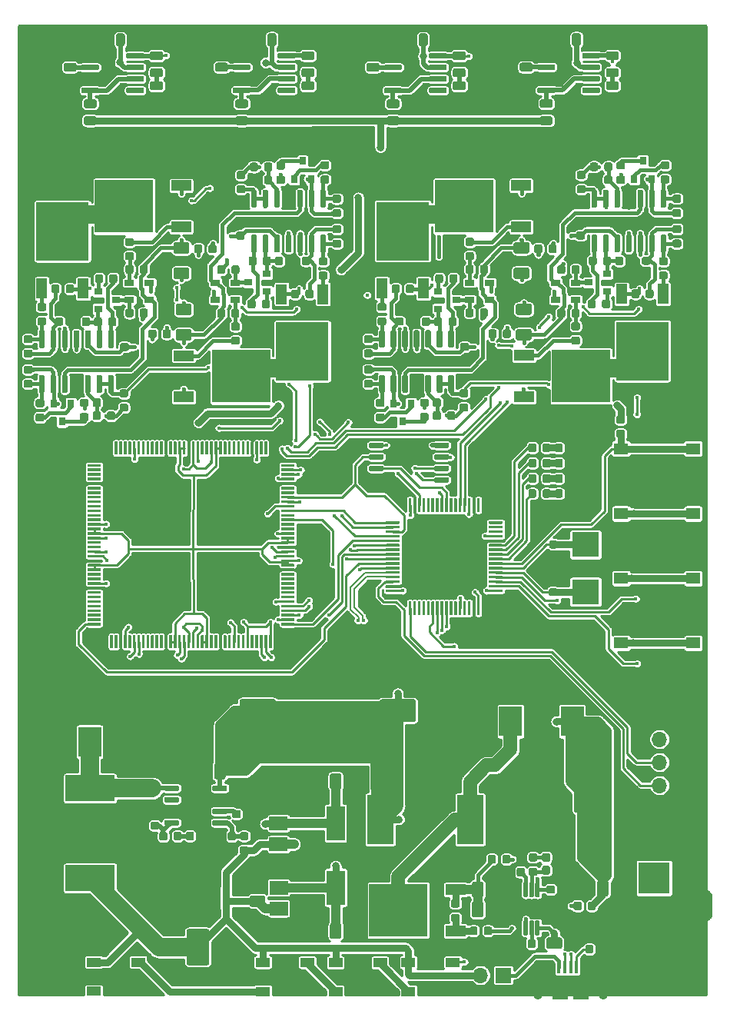
<source format=gbr>
G04 #@! TF.GenerationSoftware,KiCad,Pcbnew,5.1.5*
G04 #@! TF.CreationDate,2020-02-27T19:31:16+03:00*
G04 #@! TF.ProjectId,top,746f702e-6b69-4636-9164-5f7063625858,rev?*
G04 #@! TF.SameCoordinates,Original*
G04 #@! TF.FileFunction,Copper,L1,Top*
G04 #@! TF.FilePolarity,Positive*
%FSLAX46Y46*%
G04 Gerber Fmt 4.6, Leading zero omitted, Abs format (unit mm)*
G04 Created by KiCad (PCBNEW 5.1.5) date 2020-02-27 19:31:16*
%MOMM*%
%LPD*%
G04 APERTURE LIST*
%ADD10C,0.100000*%
%ADD11R,2.500000X3.300000*%
%ADD12R,1.500000X1.000000*%
%ADD13R,1.700000X1.700000*%
%ADD14O,1.700000X1.700000*%
%ADD15R,1.750000X1.900000*%
%ADD16R,0.400000X1.400000*%
%ADD17O,1.050000X1.900000*%
%ADD18R,1.150000X1.450000*%
%ADD19R,3.500000X3.500000*%
%ADD20R,5.400000X2.900000*%
%ADD21R,2.900000X5.400000*%
%ADD22R,0.900000X0.800000*%
%ADD23R,2.200000X1.200000*%
%ADD24R,6.400000X5.800000*%
%ADD25R,1.200000X2.200000*%
%ADD26R,5.800000X6.400000*%
%ADD27R,0.800000X0.900000*%
%ADD28R,1.550000X1.300000*%
%ADD29R,1.060000X0.650000*%
%ADD30C,0.500000*%
%ADD31R,2.000000X1.500000*%
%ADD32R,2.000000X3.800000*%
%ADD33R,3.000000X2.800000*%
%ADD34C,0.800000*%
%ADD35C,0.400000*%
%ADD36C,1.000000*%
%ADD37C,1.000000*%
%ADD38C,0.250000*%
%ADD39C,0.800000*%
%ADD40C,0.500000*%
%ADD41C,0.400000*%
%ADD42C,2.000000*%
%ADD43C,1.500000*%
%ADD44C,0.200000*%
%ADD45C,0.254000*%
G04 APERTURE END LIST*
G04 #@! TA.AperFunction,SMDPad,CuDef*
D10*
G36*
X-14927308Y-200078552D02*
G01*
X-14906073Y-200081702D01*
X-14885249Y-200086918D01*
X-14865037Y-200094150D01*
X-14845631Y-200103329D01*
X-14827218Y-200114365D01*
X-14809975Y-200127153D01*
X-14794069Y-200141569D01*
X-14779653Y-200157475D01*
X-14766865Y-200174718D01*
X-14755829Y-200193131D01*
X-14746650Y-200212537D01*
X-14739418Y-200232749D01*
X-14734202Y-200253573D01*
X-14731052Y-200274808D01*
X-14729999Y-200296249D01*
X-14729999Y-200733749D01*
X-14731052Y-200755190D01*
X-14734202Y-200776425D01*
X-14739418Y-200797249D01*
X-14746650Y-200817461D01*
X-14755829Y-200836867D01*
X-14766865Y-200855280D01*
X-14779653Y-200872523D01*
X-14794069Y-200888429D01*
X-14809975Y-200902845D01*
X-14827218Y-200915633D01*
X-14845631Y-200926669D01*
X-14865037Y-200935848D01*
X-14885249Y-200943080D01*
X-14906073Y-200948296D01*
X-14927308Y-200951446D01*
X-14948749Y-200952499D01*
X-15461249Y-200952499D01*
X-15482690Y-200951446D01*
X-15503925Y-200948296D01*
X-15524749Y-200943080D01*
X-15544961Y-200935848D01*
X-15564367Y-200926669D01*
X-15582780Y-200915633D01*
X-15600023Y-200902845D01*
X-15615929Y-200888429D01*
X-15630345Y-200872523D01*
X-15643133Y-200855280D01*
X-15654169Y-200836867D01*
X-15663348Y-200817461D01*
X-15670580Y-200797249D01*
X-15675796Y-200776425D01*
X-15678946Y-200755190D01*
X-15679999Y-200733749D01*
X-15679999Y-200296249D01*
X-15678946Y-200274808D01*
X-15675796Y-200253573D01*
X-15670580Y-200232749D01*
X-15663348Y-200212537D01*
X-15654169Y-200193131D01*
X-15643133Y-200174718D01*
X-15630345Y-200157475D01*
X-15615929Y-200141569D01*
X-15600023Y-200127153D01*
X-15582780Y-200114365D01*
X-15564367Y-200103329D01*
X-15544961Y-200094150D01*
X-15524749Y-200086918D01*
X-15503925Y-200081702D01*
X-15482690Y-200078552D01*
X-15461249Y-200077499D01*
X-14948749Y-200077499D01*
X-14927308Y-200078552D01*
G37*
G04 #@! TD.AperFunction*
G04 #@! TA.AperFunction,SMDPad,CuDef*
G36*
X-14927308Y-201653552D02*
G01*
X-14906073Y-201656702D01*
X-14885249Y-201661918D01*
X-14865037Y-201669150D01*
X-14845631Y-201678329D01*
X-14827218Y-201689365D01*
X-14809975Y-201702153D01*
X-14794069Y-201716569D01*
X-14779653Y-201732475D01*
X-14766865Y-201749718D01*
X-14755829Y-201768131D01*
X-14746650Y-201787537D01*
X-14739418Y-201807749D01*
X-14734202Y-201828573D01*
X-14731052Y-201849808D01*
X-14729999Y-201871249D01*
X-14729999Y-202308749D01*
X-14731052Y-202330190D01*
X-14734202Y-202351425D01*
X-14739418Y-202372249D01*
X-14746650Y-202392461D01*
X-14755829Y-202411867D01*
X-14766865Y-202430280D01*
X-14779653Y-202447523D01*
X-14794069Y-202463429D01*
X-14809975Y-202477845D01*
X-14827218Y-202490633D01*
X-14845631Y-202501669D01*
X-14865037Y-202510848D01*
X-14885249Y-202518080D01*
X-14906073Y-202523296D01*
X-14927308Y-202526446D01*
X-14948749Y-202527499D01*
X-15461249Y-202527499D01*
X-15482690Y-202526446D01*
X-15503925Y-202523296D01*
X-15524749Y-202518080D01*
X-15544961Y-202510848D01*
X-15564367Y-202501669D01*
X-15582780Y-202490633D01*
X-15600023Y-202477845D01*
X-15615929Y-202463429D01*
X-15630345Y-202447523D01*
X-15643133Y-202430280D01*
X-15654169Y-202411867D01*
X-15663348Y-202392461D01*
X-15670580Y-202372249D01*
X-15675796Y-202351425D01*
X-15678946Y-202330190D01*
X-15679999Y-202308749D01*
X-15679999Y-201871249D01*
X-15678946Y-201849808D01*
X-15675796Y-201828573D01*
X-15670580Y-201807749D01*
X-15663348Y-201787537D01*
X-15654169Y-201768131D01*
X-15643133Y-201749718D01*
X-15630345Y-201732475D01*
X-15615929Y-201716569D01*
X-15600023Y-201702153D01*
X-15582780Y-201689365D01*
X-15564367Y-201678329D01*
X-15544961Y-201669150D01*
X-15524749Y-201661918D01*
X-15503925Y-201656702D01*
X-15482690Y-201653552D01*
X-15461249Y-201652499D01*
X-14948749Y-201652499D01*
X-14927308Y-201653552D01*
G37*
G04 #@! TD.AperFunction*
G04 #@! TA.AperFunction,SMDPad,CuDef*
G36*
X-17882308Y-197261052D02*
G01*
X-17861073Y-197264202D01*
X-17840249Y-197269418D01*
X-17820037Y-197276650D01*
X-17800631Y-197285829D01*
X-17782218Y-197296865D01*
X-17764975Y-197309653D01*
X-17749069Y-197324069D01*
X-17734653Y-197339975D01*
X-17721865Y-197357218D01*
X-17710829Y-197375631D01*
X-17701650Y-197395037D01*
X-17694418Y-197415249D01*
X-17689202Y-197436073D01*
X-17686052Y-197457308D01*
X-17684999Y-197478749D01*
X-17684999Y-197991249D01*
X-17686052Y-198012690D01*
X-17689202Y-198033925D01*
X-17694418Y-198054749D01*
X-17701650Y-198074961D01*
X-17710829Y-198094367D01*
X-17721865Y-198112780D01*
X-17734653Y-198130023D01*
X-17749069Y-198145929D01*
X-17764975Y-198160345D01*
X-17782218Y-198173133D01*
X-17800631Y-198184169D01*
X-17820037Y-198193348D01*
X-17840249Y-198200580D01*
X-17861073Y-198205796D01*
X-17882308Y-198208946D01*
X-17903749Y-198209999D01*
X-18341249Y-198209999D01*
X-18362690Y-198208946D01*
X-18383925Y-198205796D01*
X-18404749Y-198200580D01*
X-18424961Y-198193348D01*
X-18444367Y-198184169D01*
X-18462780Y-198173133D01*
X-18480023Y-198160345D01*
X-18495929Y-198145929D01*
X-18510345Y-198130023D01*
X-18523133Y-198112780D01*
X-18534169Y-198094367D01*
X-18543348Y-198074961D01*
X-18550580Y-198054749D01*
X-18555796Y-198033925D01*
X-18558946Y-198012690D01*
X-18559999Y-197991249D01*
X-18559999Y-197478749D01*
X-18558946Y-197457308D01*
X-18555796Y-197436073D01*
X-18550580Y-197415249D01*
X-18543348Y-197395037D01*
X-18534169Y-197375631D01*
X-18523133Y-197357218D01*
X-18510345Y-197339975D01*
X-18495929Y-197324069D01*
X-18480023Y-197309653D01*
X-18462780Y-197296865D01*
X-18444367Y-197285829D01*
X-18424961Y-197276650D01*
X-18404749Y-197269418D01*
X-18383925Y-197264202D01*
X-18362690Y-197261052D01*
X-18341249Y-197259999D01*
X-17903749Y-197259999D01*
X-17882308Y-197261052D01*
G37*
G04 #@! TD.AperFunction*
G04 #@! TA.AperFunction,SMDPad,CuDef*
G36*
X-16307308Y-197261052D02*
G01*
X-16286073Y-197264202D01*
X-16265249Y-197269418D01*
X-16245037Y-197276650D01*
X-16225631Y-197285829D01*
X-16207218Y-197296865D01*
X-16189975Y-197309653D01*
X-16174069Y-197324069D01*
X-16159653Y-197339975D01*
X-16146865Y-197357218D01*
X-16135829Y-197375631D01*
X-16126650Y-197395037D01*
X-16119418Y-197415249D01*
X-16114202Y-197436073D01*
X-16111052Y-197457308D01*
X-16109999Y-197478749D01*
X-16109999Y-197991249D01*
X-16111052Y-198012690D01*
X-16114202Y-198033925D01*
X-16119418Y-198054749D01*
X-16126650Y-198074961D01*
X-16135829Y-198094367D01*
X-16146865Y-198112780D01*
X-16159653Y-198130023D01*
X-16174069Y-198145929D01*
X-16189975Y-198160345D01*
X-16207218Y-198173133D01*
X-16225631Y-198184169D01*
X-16245037Y-198193348D01*
X-16265249Y-198200580D01*
X-16286073Y-198205796D01*
X-16307308Y-198208946D01*
X-16328749Y-198209999D01*
X-16766249Y-198209999D01*
X-16787690Y-198208946D01*
X-16808925Y-198205796D01*
X-16829749Y-198200580D01*
X-16849961Y-198193348D01*
X-16869367Y-198184169D01*
X-16887780Y-198173133D01*
X-16905023Y-198160345D01*
X-16920929Y-198145929D01*
X-16935345Y-198130023D01*
X-16948133Y-198112780D01*
X-16959169Y-198094367D01*
X-16968348Y-198074961D01*
X-16975580Y-198054749D01*
X-16980796Y-198033925D01*
X-16983946Y-198012690D01*
X-16984999Y-197991249D01*
X-16984999Y-197478749D01*
X-16983946Y-197457308D01*
X-16980796Y-197436073D01*
X-16975580Y-197415249D01*
X-16968348Y-197395037D01*
X-16959169Y-197375631D01*
X-16948133Y-197357218D01*
X-16935345Y-197339975D01*
X-16920929Y-197324069D01*
X-16905023Y-197309653D01*
X-16887780Y-197296865D01*
X-16869367Y-197285829D01*
X-16849961Y-197276650D01*
X-16829749Y-197269418D01*
X-16808925Y-197264202D01*
X-16787690Y-197261052D01*
X-16766249Y-197259999D01*
X-16328749Y-197259999D01*
X-16307308Y-197261052D01*
G37*
G04 #@! TD.AperFunction*
G04 #@! TA.AperFunction,SMDPad,CuDef*
G36*
X-14409808Y-191481052D02*
G01*
X-14388573Y-191484202D01*
X-14367749Y-191489418D01*
X-14347537Y-191496650D01*
X-14328131Y-191505829D01*
X-14309718Y-191516865D01*
X-14292475Y-191529653D01*
X-14276569Y-191544069D01*
X-14262153Y-191559975D01*
X-14249365Y-191577218D01*
X-14238329Y-191595631D01*
X-14229150Y-191615037D01*
X-14221918Y-191635249D01*
X-14216702Y-191656073D01*
X-14213552Y-191677308D01*
X-14212499Y-191698749D01*
X-14212499Y-192211249D01*
X-14213552Y-192232690D01*
X-14216702Y-192253925D01*
X-14221918Y-192274749D01*
X-14229150Y-192294961D01*
X-14238329Y-192314367D01*
X-14249365Y-192332780D01*
X-14262153Y-192350023D01*
X-14276569Y-192365929D01*
X-14292475Y-192380345D01*
X-14309718Y-192393133D01*
X-14328131Y-192404169D01*
X-14347537Y-192413348D01*
X-14367749Y-192420580D01*
X-14388573Y-192425796D01*
X-14409808Y-192428946D01*
X-14431249Y-192429999D01*
X-14868749Y-192429999D01*
X-14890190Y-192428946D01*
X-14911425Y-192425796D01*
X-14932249Y-192420580D01*
X-14952461Y-192413348D01*
X-14971867Y-192404169D01*
X-14990280Y-192393133D01*
X-15007523Y-192380345D01*
X-15023429Y-192365929D01*
X-15037845Y-192350023D01*
X-15050633Y-192332780D01*
X-15061669Y-192314367D01*
X-15070848Y-192294961D01*
X-15078080Y-192274749D01*
X-15083296Y-192253925D01*
X-15086446Y-192232690D01*
X-15087499Y-192211249D01*
X-15087499Y-191698749D01*
X-15086446Y-191677308D01*
X-15083296Y-191656073D01*
X-15078080Y-191635249D01*
X-15070848Y-191615037D01*
X-15061669Y-191595631D01*
X-15050633Y-191577218D01*
X-15037845Y-191559975D01*
X-15023429Y-191544069D01*
X-15007523Y-191529653D01*
X-14990280Y-191516865D01*
X-14971867Y-191505829D01*
X-14952461Y-191496650D01*
X-14932249Y-191489418D01*
X-14911425Y-191484202D01*
X-14890190Y-191481052D01*
X-14868749Y-191479999D01*
X-14431249Y-191479999D01*
X-14409808Y-191481052D01*
G37*
G04 #@! TD.AperFunction*
G04 #@! TA.AperFunction,SMDPad,CuDef*
G36*
X-12834808Y-191481052D02*
G01*
X-12813573Y-191484202D01*
X-12792749Y-191489418D01*
X-12772537Y-191496650D01*
X-12753131Y-191505829D01*
X-12734718Y-191516865D01*
X-12717475Y-191529653D01*
X-12701569Y-191544069D01*
X-12687153Y-191559975D01*
X-12674365Y-191577218D01*
X-12663329Y-191595631D01*
X-12654150Y-191615037D01*
X-12646918Y-191635249D01*
X-12641702Y-191656073D01*
X-12638552Y-191677308D01*
X-12637499Y-191698749D01*
X-12637499Y-192211249D01*
X-12638552Y-192232690D01*
X-12641702Y-192253925D01*
X-12646918Y-192274749D01*
X-12654150Y-192294961D01*
X-12663329Y-192314367D01*
X-12674365Y-192332780D01*
X-12687153Y-192350023D01*
X-12701569Y-192365929D01*
X-12717475Y-192380345D01*
X-12734718Y-192393133D01*
X-12753131Y-192404169D01*
X-12772537Y-192413348D01*
X-12792749Y-192420580D01*
X-12813573Y-192425796D01*
X-12834808Y-192428946D01*
X-12856249Y-192429999D01*
X-13293749Y-192429999D01*
X-13315190Y-192428946D01*
X-13336425Y-192425796D01*
X-13357249Y-192420580D01*
X-13377461Y-192413348D01*
X-13396867Y-192404169D01*
X-13415280Y-192393133D01*
X-13432523Y-192380345D01*
X-13448429Y-192365929D01*
X-13462845Y-192350023D01*
X-13475633Y-192332780D01*
X-13486669Y-192314367D01*
X-13495848Y-192294961D01*
X-13503080Y-192274749D01*
X-13508296Y-192253925D01*
X-13511446Y-192232690D01*
X-13512499Y-192211249D01*
X-13512499Y-191698749D01*
X-13511446Y-191677308D01*
X-13508296Y-191656073D01*
X-13503080Y-191635249D01*
X-13495848Y-191615037D01*
X-13486669Y-191595631D01*
X-13475633Y-191577218D01*
X-13462845Y-191559975D01*
X-13448429Y-191544069D01*
X-13432523Y-191529653D01*
X-13415280Y-191516865D01*
X-13396867Y-191505829D01*
X-13377461Y-191496650D01*
X-13357249Y-191489418D01*
X-13336425Y-191484202D01*
X-13315190Y-191481052D01*
X-13293749Y-191479999D01*
X-12856249Y-191479999D01*
X-12834808Y-191481052D01*
G37*
G04 #@! TD.AperFunction*
G04 #@! TA.AperFunction,SMDPad,CuDef*
G36*
X-25547308Y-200786052D02*
G01*
X-25526073Y-200789202D01*
X-25505249Y-200794418D01*
X-25485037Y-200801650D01*
X-25465631Y-200810829D01*
X-25447218Y-200821865D01*
X-25429975Y-200834653D01*
X-25414069Y-200849069D01*
X-25399653Y-200864975D01*
X-25386865Y-200882218D01*
X-25375829Y-200900631D01*
X-25366650Y-200920037D01*
X-25359418Y-200940249D01*
X-25354202Y-200961073D01*
X-25351052Y-200982308D01*
X-25349999Y-201003749D01*
X-25349999Y-201441249D01*
X-25351052Y-201462690D01*
X-25354202Y-201483925D01*
X-25359418Y-201504749D01*
X-25366650Y-201524961D01*
X-25375829Y-201544367D01*
X-25386865Y-201562780D01*
X-25399653Y-201580023D01*
X-25414069Y-201595929D01*
X-25429975Y-201610345D01*
X-25447218Y-201623133D01*
X-25465631Y-201634169D01*
X-25485037Y-201643348D01*
X-25505249Y-201650580D01*
X-25526073Y-201655796D01*
X-25547308Y-201658946D01*
X-25568749Y-201659999D01*
X-26081249Y-201659999D01*
X-26102690Y-201658946D01*
X-26123925Y-201655796D01*
X-26144749Y-201650580D01*
X-26164961Y-201643348D01*
X-26184367Y-201634169D01*
X-26202780Y-201623133D01*
X-26220023Y-201610345D01*
X-26235929Y-201595929D01*
X-26250345Y-201580023D01*
X-26263133Y-201562780D01*
X-26274169Y-201544367D01*
X-26283348Y-201524961D01*
X-26290580Y-201504749D01*
X-26295796Y-201483925D01*
X-26298946Y-201462690D01*
X-26299999Y-201441249D01*
X-26299999Y-201003749D01*
X-26298946Y-200982308D01*
X-26295796Y-200961073D01*
X-26290580Y-200940249D01*
X-26283348Y-200920037D01*
X-26274169Y-200900631D01*
X-26263133Y-200882218D01*
X-26250345Y-200864975D01*
X-26235929Y-200849069D01*
X-26220023Y-200834653D01*
X-26202780Y-200821865D01*
X-26184367Y-200810829D01*
X-26164961Y-200801650D01*
X-26144749Y-200794418D01*
X-26123925Y-200789202D01*
X-26102690Y-200786052D01*
X-26081249Y-200784999D01*
X-25568749Y-200784999D01*
X-25547308Y-200786052D01*
G37*
G04 #@! TD.AperFunction*
G04 #@! TA.AperFunction,SMDPad,CuDef*
G36*
X-25547308Y-199211052D02*
G01*
X-25526073Y-199214202D01*
X-25505249Y-199219418D01*
X-25485037Y-199226650D01*
X-25465631Y-199235829D01*
X-25447218Y-199246865D01*
X-25429975Y-199259653D01*
X-25414069Y-199274069D01*
X-25399653Y-199289975D01*
X-25386865Y-199307218D01*
X-25375829Y-199325631D01*
X-25366650Y-199345037D01*
X-25359418Y-199365249D01*
X-25354202Y-199386073D01*
X-25351052Y-199407308D01*
X-25349999Y-199428749D01*
X-25349999Y-199866249D01*
X-25351052Y-199887690D01*
X-25354202Y-199908925D01*
X-25359418Y-199929749D01*
X-25366650Y-199949961D01*
X-25375829Y-199969367D01*
X-25386865Y-199987780D01*
X-25399653Y-200005023D01*
X-25414069Y-200020929D01*
X-25429975Y-200035345D01*
X-25447218Y-200048133D01*
X-25465631Y-200059169D01*
X-25485037Y-200068348D01*
X-25505249Y-200075580D01*
X-25526073Y-200080796D01*
X-25547308Y-200083946D01*
X-25568749Y-200084999D01*
X-26081249Y-200084999D01*
X-26102690Y-200083946D01*
X-26123925Y-200080796D01*
X-26144749Y-200075580D01*
X-26164961Y-200068348D01*
X-26184367Y-200059169D01*
X-26202780Y-200048133D01*
X-26220023Y-200035345D01*
X-26235929Y-200020929D01*
X-26250345Y-200005023D01*
X-26263133Y-199987780D01*
X-26274169Y-199969367D01*
X-26283348Y-199949961D01*
X-26290580Y-199929749D01*
X-26295796Y-199908925D01*
X-26298946Y-199887690D01*
X-26299999Y-199866249D01*
X-26299999Y-199428749D01*
X-26298946Y-199407308D01*
X-26295796Y-199386073D01*
X-26290580Y-199365249D01*
X-26283348Y-199345037D01*
X-26274169Y-199325631D01*
X-26263133Y-199307218D01*
X-26250345Y-199289975D01*
X-26235929Y-199274069D01*
X-26220023Y-199259653D01*
X-26202780Y-199246865D01*
X-26184367Y-199235829D01*
X-26164961Y-199226650D01*
X-26144749Y-199219418D01*
X-26123925Y-199214202D01*
X-26102690Y-199211052D01*
X-26081249Y-199209999D01*
X-25568749Y-199209999D01*
X-25547308Y-199211052D01*
G37*
G04 #@! TD.AperFunction*
G04 #@! TA.AperFunction,SMDPad,CuDef*
G36*
X-25537308Y-204138552D02*
G01*
X-25516073Y-204141702D01*
X-25495249Y-204146918D01*
X-25475037Y-204154150D01*
X-25455631Y-204163329D01*
X-25437218Y-204174365D01*
X-25419975Y-204187153D01*
X-25404069Y-204201569D01*
X-25389653Y-204217475D01*
X-25376865Y-204234718D01*
X-25365829Y-204253131D01*
X-25356650Y-204272537D01*
X-25349418Y-204292749D01*
X-25344202Y-204313573D01*
X-25341052Y-204334808D01*
X-25339999Y-204356249D01*
X-25339999Y-204793749D01*
X-25341052Y-204815190D01*
X-25344202Y-204836425D01*
X-25349418Y-204857249D01*
X-25356650Y-204877461D01*
X-25365829Y-204896867D01*
X-25376865Y-204915280D01*
X-25389653Y-204932523D01*
X-25404069Y-204948429D01*
X-25419975Y-204962845D01*
X-25437218Y-204975633D01*
X-25455631Y-204986669D01*
X-25475037Y-204995848D01*
X-25495249Y-205003080D01*
X-25516073Y-205008296D01*
X-25537308Y-205011446D01*
X-25558749Y-205012499D01*
X-26071249Y-205012499D01*
X-26092690Y-205011446D01*
X-26113925Y-205008296D01*
X-26134749Y-205003080D01*
X-26154961Y-204995848D01*
X-26174367Y-204986669D01*
X-26192780Y-204975633D01*
X-26210023Y-204962845D01*
X-26225929Y-204948429D01*
X-26240345Y-204932523D01*
X-26253133Y-204915280D01*
X-26264169Y-204896867D01*
X-26273348Y-204877461D01*
X-26280580Y-204857249D01*
X-26285796Y-204836425D01*
X-26288946Y-204815190D01*
X-26289999Y-204793749D01*
X-26289999Y-204356249D01*
X-26288946Y-204334808D01*
X-26285796Y-204313573D01*
X-26280580Y-204292749D01*
X-26273348Y-204272537D01*
X-26264169Y-204253131D01*
X-26253133Y-204234718D01*
X-26240345Y-204217475D01*
X-26225929Y-204201569D01*
X-26210023Y-204187153D01*
X-26192780Y-204174365D01*
X-26174367Y-204163329D01*
X-26154961Y-204154150D01*
X-26134749Y-204146918D01*
X-26113925Y-204141702D01*
X-26092690Y-204138552D01*
X-26071249Y-204137499D01*
X-25558749Y-204137499D01*
X-25537308Y-204138552D01*
G37*
G04 #@! TD.AperFunction*
G04 #@! TA.AperFunction,SMDPad,CuDef*
G36*
X-25537308Y-202563552D02*
G01*
X-25516073Y-202566702D01*
X-25495249Y-202571918D01*
X-25475037Y-202579150D01*
X-25455631Y-202588329D01*
X-25437218Y-202599365D01*
X-25419975Y-202612153D01*
X-25404069Y-202626569D01*
X-25389653Y-202642475D01*
X-25376865Y-202659718D01*
X-25365829Y-202678131D01*
X-25356650Y-202697537D01*
X-25349418Y-202717749D01*
X-25344202Y-202738573D01*
X-25341052Y-202759808D01*
X-25339999Y-202781249D01*
X-25339999Y-203218749D01*
X-25341052Y-203240190D01*
X-25344202Y-203261425D01*
X-25349418Y-203282249D01*
X-25356650Y-203302461D01*
X-25365829Y-203321867D01*
X-25376865Y-203340280D01*
X-25389653Y-203357523D01*
X-25404069Y-203373429D01*
X-25419975Y-203387845D01*
X-25437218Y-203400633D01*
X-25455631Y-203411669D01*
X-25475037Y-203420848D01*
X-25495249Y-203428080D01*
X-25516073Y-203433296D01*
X-25537308Y-203436446D01*
X-25558749Y-203437499D01*
X-26071249Y-203437499D01*
X-26092690Y-203436446D01*
X-26113925Y-203433296D01*
X-26134749Y-203428080D01*
X-26154961Y-203420848D01*
X-26174367Y-203411669D01*
X-26192780Y-203400633D01*
X-26210023Y-203387845D01*
X-26225929Y-203373429D01*
X-26240345Y-203357523D01*
X-26253133Y-203340280D01*
X-26264169Y-203321867D01*
X-26273348Y-203302461D01*
X-26280580Y-203282249D01*
X-26285796Y-203261425D01*
X-26288946Y-203240190D01*
X-26289999Y-203218749D01*
X-26289999Y-202781249D01*
X-26288946Y-202759808D01*
X-26285796Y-202738573D01*
X-26280580Y-202717749D01*
X-26273348Y-202697537D01*
X-26264169Y-202678131D01*
X-26253133Y-202659718D01*
X-26240345Y-202642475D01*
X-26225929Y-202626569D01*
X-26210023Y-202612153D01*
X-26192780Y-202599365D01*
X-26174367Y-202588329D01*
X-26154961Y-202579150D01*
X-26134749Y-202571918D01*
X-26113925Y-202566702D01*
X-26092690Y-202563552D01*
X-26071249Y-202562499D01*
X-25558749Y-202562499D01*
X-25537308Y-202563552D01*
G37*
G04 #@! TD.AperFunction*
G04 #@! TA.AperFunction,SMDPad,CuDef*
G36*
X-14997308Y-206756052D02*
G01*
X-14976073Y-206759202D01*
X-14955249Y-206764418D01*
X-14935037Y-206771650D01*
X-14915631Y-206780829D01*
X-14897218Y-206791865D01*
X-14879975Y-206804653D01*
X-14864069Y-206819069D01*
X-14849653Y-206834975D01*
X-14836865Y-206852218D01*
X-14825829Y-206870631D01*
X-14816650Y-206890037D01*
X-14809418Y-206910249D01*
X-14804202Y-206931073D01*
X-14801052Y-206952308D01*
X-14799999Y-206973749D01*
X-14799999Y-207411249D01*
X-14801052Y-207432690D01*
X-14804202Y-207453925D01*
X-14809418Y-207474749D01*
X-14816650Y-207494961D01*
X-14825829Y-207514367D01*
X-14836865Y-207532780D01*
X-14849653Y-207550023D01*
X-14864069Y-207565929D01*
X-14879975Y-207580345D01*
X-14897218Y-207593133D01*
X-14915631Y-207604169D01*
X-14935037Y-207613348D01*
X-14955249Y-207620580D01*
X-14976073Y-207625796D01*
X-14997308Y-207628946D01*
X-15018749Y-207629999D01*
X-15531249Y-207629999D01*
X-15552690Y-207628946D01*
X-15573925Y-207625796D01*
X-15594749Y-207620580D01*
X-15614961Y-207613348D01*
X-15634367Y-207604169D01*
X-15652780Y-207593133D01*
X-15670023Y-207580345D01*
X-15685929Y-207565929D01*
X-15700345Y-207550023D01*
X-15713133Y-207532780D01*
X-15724169Y-207514367D01*
X-15733348Y-207494961D01*
X-15740580Y-207474749D01*
X-15745796Y-207453925D01*
X-15748946Y-207432690D01*
X-15749999Y-207411249D01*
X-15749999Y-206973749D01*
X-15748946Y-206952308D01*
X-15745796Y-206931073D01*
X-15740580Y-206910249D01*
X-15733348Y-206890037D01*
X-15724169Y-206870631D01*
X-15713133Y-206852218D01*
X-15700345Y-206834975D01*
X-15685929Y-206819069D01*
X-15670023Y-206804653D01*
X-15652780Y-206791865D01*
X-15634367Y-206780829D01*
X-15614961Y-206771650D01*
X-15594749Y-206764418D01*
X-15573925Y-206759202D01*
X-15552690Y-206756052D01*
X-15531249Y-206754999D01*
X-15018749Y-206754999D01*
X-14997308Y-206756052D01*
G37*
G04 #@! TD.AperFunction*
G04 #@! TA.AperFunction,SMDPad,CuDef*
G36*
X-14997308Y-205181052D02*
G01*
X-14976073Y-205184202D01*
X-14955249Y-205189418D01*
X-14935037Y-205196650D01*
X-14915631Y-205205829D01*
X-14897218Y-205216865D01*
X-14879975Y-205229653D01*
X-14864069Y-205244069D01*
X-14849653Y-205259975D01*
X-14836865Y-205277218D01*
X-14825829Y-205295631D01*
X-14816650Y-205315037D01*
X-14809418Y-205335249D01*
X-14804202Y-205356073D01*
X-14801052Y-205377308D01*
X-14799999Y-205398749D01*
X-14799999Y-205836249D01*
X-14801052Y-205857690D01*
X-14804202Y-205878925D01*
X-14809418Y-205899749D01*
X-14816650Y-205919961D01*
X-14825829Y-205939367D01*
X-14836865Y-205957780D01*
X-14849653Y-205975023D01*
X-14864069Y-205990929D01*
X-14879975Y-206005345D01*
X-14897218Y-206018133D01*
X-14915631Y-206029169D01*
X-14935037Y-206038348D01*
X-14955249Y-206045580D01*
X-14976073Y-206050796D01*
X-14997308Y-206053946D01*
X-15018749Y-206054999D01*
X-15531249Y-206054999D01*
X-15552690Y-206053946D01*
X-15573925Y-206050796D01*
X-15594749Y-206045580D01*
X-15614961Y-206038348D01*
X-15634367Y-206029169D01*
X-15652780Y-206018133D01*
X-15670023Y-206005345D01*
X-15685929Y-205990929D01*
X-15700345Y-205975023D01*
X-15713133Y-205957780D01*
X-15724169Y-205939367D01*
X-15733348Y-205919961D01*
X-15740580Y-205899749D01*
X-15745796Y-205878925D01*
X-15748946Y-205857690D01*
X-15749999Y-205836249D01*
X-15749999Y-205398749D01*
X-15748946Y-205377308D01*
X-15745796Y-205356073D01*
X-15740580Y-205335249D01*
X-15733348Y-205315037D01*
X-15724169Y-205295631D01*
X-15713133Y-205277218D01*
X-15700345Y-205259975D01*
X-15685929Y-205244069D01*
X-15670023Y-205229653D01*
X-15652780Y-205216865D01*
X-15634367Y-205205829D01*
X-15614961Y-205196650D01*
X-15594749Y-205189418D01*
X-15573925Y-205184202D01*
X-15552690Y-205181052D01*
X-15531249Y-205179999D01*
X-15018749Y-205179999D01*
X-14997308Y-205181052D01*
G37*
G04 #@! TD.AperFunction*
G04 #@! TA.AperFunction,SMDPad,CuDef*
G36*
X-18014808Y-206181052D02*
G01*
X-17993573Y-206184202D01*
X-17972749Y-206189418D01*
X-17952537Y-206196650D01*
X-17933131Y-206205829D01*
X-17914718Y-206216865D01*
X-17897475Y-206229653D01*
X-17881569Y-206244069D01*
X-17867153Y-206259975D01*
X-17854365Y-206277218D01*
X-17843329Y-206295631D01*
X-17834150Y-206315037D01*
X-17826918Y-206335249D01*
X-17821702Y-206356073D01*
X-17818552Y-206377308D01*
X-17817499Y-206398749D01*
X-17817499Y-206911249D01*
X-17818552Y-206932690D01*
X-17821702Y-206953925D01*
X-17826918Y-206974749D01*
X-17834150Y-206994961D01*
X-17843329Y-207014367D01*
X-17854365Y-207032780D01*
X-17867153Y-207050023D01*
X-17881569Y-207065929D01*
X-17897475Y-207080345D01*
X-17914718Y-207093133D01*
X-17933131Y-207104169D01*
X-17952537Y-207113348D01*
X-17972749Y-207120580D01*
X-17993573Y-207125796D01*
X-18014808Y-207128946D01*
X-18036249Y-207129999D01*
X-18473749Y-207129999D01*
X-18495190Y-207128946D01*
X-18516425Y-207125796D01*
X-18537249Y-207120580D01*
X-18557461Y-207113348D01*
X-18576867Y-207104169D01*
X-18595280Y-207093133D01*
X-18612523Y-207080345D01*
X-18628429Y-207065929D01*
X-18642845Y-207050023D01*
X-18655633Y-207032780D01*
X-18666669Y-207014367D01*
X-18675848Y-206994961D01*
X-18683080Y-206974749D01*
X-18688296Y-206953925D01*
X-18691446Y-206932690D01*
X-18692499Y-206911249D01*
X-18692499Y-206398749D01*
X-18691446Y-206377308D01*
X-18688296Y-206356073D01*
X-18683080Y-206335249D01*
X-18675848Y-206315037D01*
X-18666669Y-206295631D01*
X-18655633Y-206277218D01*
X-18642845Y-206259975D01*
X-18628429Y-206244069D01*
X-18612523Y-206229653D01*
X-18595280Y-206216865D01*
X-18576867Y-206205829D01*
X-18557461Y-206196650D01*
X-18537249Y-206189418D01*
X-18516425Y-206184202D01*
X-18495190Y-206181052D01*
X-18473749Y-206179999D01*
X-18036249Y-206179999D01*
X-18014808Y-206181052D01*
G37*
G04 #@! TD.AperFunction*
G04 #@! TA.AperFunction,SMDPad,CuDef*
G36*
X-16439808Y-206181052D02*
G01*
X-16418573Y-206184202D01*
X-16397749Y-206189418D01*
X-16377537Y-206196650D01*
X-16358131Y-206205829D01*
X-16339718Y-206216865D01*
X-16322475Y-206229653D01*
X-16306569Y-206244069D01*
X-16292153Y-206259975D01*
X-16279365Y-206277218D01*
X-16268329Y-206295631D01*
X-16259150Y-206315037D01*
X-16251918Y-206335249D01*
X-16246702Y-206356073D01*
X-16243552Y-206377308D01*
X-16242499Y-206398749D01*
X-16242499Y-206911249D01*
X-16243552Y-206932690D01*
X-16246702Y-206953925D01*
X-16251918Y-206974749D01*
X-16259150Y-206994961D01*
X-16268329Y-207014367D01*
X-16279365Y-207032780D01*
X-16292153Y-207050023D01*
X-16306569Y-207065929D01*
X-16322475Y-207080345D01*
X-16339718Y-207093133D01*
X-16358131Y-207104169D01*
X-16377537Y-207113348D01*
X-16397749Y-207120580D01*
X-16418573Y-207125796D01*
X-16439808Y-207128946D01*
X-16461249Y-207129999D01*
X-16898749Y-207129999D01*
X-16920190Y-207128946D01*
X-16941425Y-207125796D01*
X-16962249Y-207120580D01*
X-16982461Y-207113348D01*
X-17001867Y-207104169D01*
X-17020280Y-207093133D01*
X-17037523Y-207080345D01*
X-17053429Y-207065929D01*
X-17067845Y-207050023D01*
X-17080633Y-207032780D01*
X-17091669Y-207014367D01*
X-17100848Y-206994961D01*
X-17108080Y-206974749D01*
X-17113296Y-206953925D01*
X-17116446Y-206932690D01*
X-17117499Y-206911249D01*
X-17117499Y-206398749D01*
X-17116446Y-206377308D01*
X-17113296Y-206356073D01*
X-17108080Y-206335249D01*
X-17100848Y-206315037D01*
X-17091669Y-206295631D01*
X-17080633Y-206277218D01*
X-17067845Y-206259975D01*
X-17053429Y-206244069D01*
X-17037523Y-206229653D01*
X-17020280Y-206216865D01*
X-17001867Y-206205829D01*
X-16982461Y-206196650D01*
X-16962249Y-206189418D01*
X-16941425Y-206184202D01*
X-16920190Y-206181052D01*
X-16898749Y-206179999D01*
X-16461249Y-206179999D01*
X-16439808Y-206181052D01*
G37*
G04 #@! TD.AperFunction*
G04 #@! TA.AperFunction,SMDPad,CuDef*
G36*
X-2152308Y-187813553D02*
G01*
X-2131073Y-187816703D01*
X-2110249Y-187821919D01*
X-2090037Y-187829151D01*
X-2070631Y-187838330D01*
X-2052218Y-187849366D01*
X-2034975Y-187862154D01*
X-2019069Y-187876570D01*
X-2004653Y-187892476D01*
X-1991865Y-187909719D01*
X-1980829Y-187928132D01*
X-1971650Y-187947538D01*
X-1964418Y-187967750D01*
X-1959202Y-187988574D01*
X-1956052Y-188009809D01*
X-1954999Y-188031250D01*
X-1954999Y-188468750D01*
X-1956052Y-188490191D01*
X-1959202Y-188511426D01*
X-1964418Y-188532250D01*
X-1971650Y-188552462D01*
X-1980829Y-188571868D01*
X-1991865Y-188590281D01*
X-2004653Y-188607524D01*
X-2019069Y-188623430D01*
X-2034975Y-188637846D01*
X-2052218Y-188650634D01*
X-2070631Y-188661670D01*
X-2090037Y-188670849D01*
X-2110249Y-188678081D01*
X-2131073Y-188683297D01*
X-2152308Y-188686447D01*
X-2173749Y-188687500D01*
X-2686249Y-188687500D01*
X-2707690Y-188686447D01*
X-2728925Y-188683297D01*
X-2749749Y-188678081D01*
X-2769961Y-188670849D01*
X-2789367Y-188661670D01*
X-2807780Y-188650634D01*
X-2825023Y-188637846D01*
X-2840929Y-188623430D01*
X-2855345Y-188607524D01*
X-2868133Y-188590281D01*
X-2879169Y-188571868D01*
X-2888348Y-188552462D01*
X-2895580Y-188532250D01*
X-2900796Y-188511426D01*
X-2903946Y-188490191D01*
X-2904999Y-188468750D01*
X-2904999Y-188031250D01*
X-2903946Y-188009809D01*
X-2900796Y-187988574D01*
X-2895580Y-187967750D01*
X-2888348Y-187947538D01*
X-2879169Y-187928132D01*
X-2868133Y-187909719D01*
X-2855345Y-187892476D01*
X-2840929Y-187876570D01*
X-2825023Y-187862154D01*
X-2807780Y-187849366D01*
X-2789367Y-187838330D01*
X-2769961Y-187829151D01*
X-2749749Y-187821919D01*
X-2728925Y-187816703D01*
X-2707690Y-187813553D01*
X-2686249Y-187812500D01*
X-2173749Y-187812500D01*
X-2152308Y-187813553D01*
G37*
G04 #@! TD.AperFunction*
G04 #@! TA.AperFunction,SMDPad,CuDef*
G36*
X-2152308Y-186238553D02*
G01*
X-2131073Y-186241703D01*
X-2110249Y-186246919D01*
X-2090037Y-186254151D01*
X-2070631Y-186263330D01*
X-2052218Y-186274366D01*
X-2034975Y-186287154D01*
X-2019069Y-186301570D01*
X-2004653Y-186317476D01*
X-1991865Y-186334719D01*
X-1980829Y-186353132D01*
X-1971650Y-186372538D01*
X-1964418Y-186392750D01*
X-1959202Y-186413574D01*
X-1956052Y-186434809D01*
X-1954999Y-186456250D01*
X-1954999Y-186893750D01*
X-1956052Y-186915191D01*
X-1959202Y-186936426D01*
X-1964418Y-186957250D01*
X-1971650Y-186977462D01*
X-1980829Y-186996868D01*
X-1991865Y-187015281D01*
X-2004653Y-187032524D01*
X-2019069Y-187048430D01*
X-2034975Y-187062846D01*
X-2052218Y-187075634D01*
X-2070631Y-187086670D01*
X-2090037Y-187095849D01*
X-2110249Y-187103081D01*
X-2131073Y-187108297D01*
X-2152308Y-187111447D01*
X-2173749Y-187112500D01*
X-2686249Y-187112500D01*
X-2707690Y-187111447D01*
X-2728925Y-187108297D01*
X-2749749Y-187103081D01*
X-2769961Y-187095849D01*
X-2789367Y-187086670D01*
X-2807780Y-187075634D01*
X-2825023Y-187062846D01*
X-2840929Y-187048430D01*
X-2855345Y-187032524D01*
X-2868133Y-187015281D01*
X-2879169Y-186996868D01*
X-2888348Y-186977462D01*
X-2895580Y-186957250D01*
X-2900796Y-186936426D01*
X-2903946Y-186915191D01*
X-2904999Y-186893750D01*
X-2904999Y-186456250D01*
X-2903946Y-186434809D01*
X-2900796Y-186413574D01*
X-2895580Y-186392750D01*
X-2888348Y-186372538D01*
X-2879169Y-186353132D01*
X-2868133Y-186334719D01*
X-2855345Y-186317476D01*
X-2840929Y-186301570D01*
X-2825023Y-186287154D01*
X-2807780Y-186274366D01*
X-2789367Y-186263330D01*
X-2769961Y-186254151D01*
X-2749749Y-186246919D01*
X-2728925Y-186241703D01*
X-2707690Y-186238553D01*
X-2686249Y-186237500D01*
X-2173749Y-186237500D01*
X-2152308Y-186238553D01*
G37*
G04 #@! TD.AperFunction*
G04 #@! TA.AperFunction,SMDPad,CuDef*
G36*
X727692Y-190556053D02*
G01*
X748927Y-190559203D01*
X769751Y-190564419D01*
X789963Y-190571651D01*
X809369Y-190580830D01*
X827782Y-190591866D01*
X845025Y-190604654D01*
X860931Y-190619070D01*
X875347Y-190634976D01*
X888135Y-190652219D01*
X899171Y-190670632D01*
X908350Y-190690038D01*
X915582Y-190710250D01*
X920798Y-190731074D01*
X923948Y-190752309D01*
X925001Y-190773750D01*
X925001Y-191286250D01*
X923948Y-191307691D01*
X920798Y-191328926D01*
X915582Y-191349750D01*
X908350Y-191369962D01*
X899171Y-191389368D01*
X888135Y-191407781D01*
X875347Y-191425024D01*
X860931Y-191440930D01*
X845025Y-191455346D01*
X827782Y-191468134D01*
X809369Y-191479170D01*
X789963Y-191488349D01*
X769751Y-191495581D01*
X748927Y-191500797D01*
X727692Y-191503947D01*
X706251Y-191505000D01*
X268751Y-191505000D01*
X247310Y-191503947D01*
X226075Y-191500797D01*
X205251Y-191495581D01*
X185039Y-191488349D01*
X165633Y-191479170D01*
X147220Y-191468134D01*
X129977Y-191455346D01*
X114071Y-191440930D01*
X99655Y-191425024D01*
X86867Y-191407781D01*
X75831Y-191389368D01*
X66652Y-191369962D01*
X59420Y-191349750D01*
X54204Y-191328926D01*
X51054Y-191307691D01*
X50001Y-191286250D01*
X50001Y-190773750D01*
X51054Y-190752309D01*
X54204Y-190731074D01*
X59420Y-190710250D01*
X66652Y-190690038D01*
X75831Y-190670632D01*
X86867Y-190652219D01*
X99655Y-190634976D01*
X114071Y-190619070D01*
X129977Y-190604654D01*
X147220Y-190591866D01*
X165633Y-190580830D01*
X185039Y-190571651D01*
X205251Y-190564419D01*
X226075Y-190559203D01*
X247310Y-190556053D01*
X268751Y-190555000D01*
X706251Y-190555000D01*
X727692Y-190556053D01*
G37*
G04 #@! TD.AperFunction*
G04 #@! TA.AperFunction,SMDPad,CuDef*
G36*
X-847308Y-190556053D02*
G01*
X-826073Y-190559203D01*
X-805249Y-190564419D01*
X-785037Y-190571651D01*
X-765631Y-190580830D01*
X-747218Y-190591866D01*
X-729975Y-190604654D01*
X-714069Y-190619070D01*
X-699653Y-190634976D01*
X-686865Y-190652219D01*
X-675829Y-190670632D01*
X-666650Y-190690038D01*
X-659418Y-190710250D01*
X-654202Y-190731074D01*
X-651052Y-190752309D01*
X-649999Y-190773750D01*
X-649999Y-191286250D01*
X-651052Y-191307691D01*
X-654202Y-191328926D01*
X-659418Y-191349750D01*
X-666650Y-191369962D01*
X-675829Y-191389368D01*
X-686865Y-191407781D01*
X-699653Y-191425024D01*
X-714069Y-191440930D01*
X-729975Y-191455346D01*
X-747218Y-191468134D01*
X-765631Y-191479170D01*
X-785037Y-191488349D01*
X-805249Y-191495581D01*
X-826073Y-191500797D01*
X-847308Y-191503947D01*
X-868749Y-191505000D01*
X-1306249Y-191505000D01*
X-1327690Y-191503947D01*
X-1348925Y-191500797D01*
X-1369749Y-191495581D01*
X-1389961Y-191488349D01*
X-1409367Y-191479170D01*
X-1427780Y-191468134D01*
X-1445023Y-191455346D01*
X-1460929Y-191440930D01*
X-1475345Y-191425024D01*
X-1488133Y-191407781D01*
X-1499169Y-191389368D01*
X-1508348Y-191369962D01*
X-1515580Y-191349750D01*
X-1520796Y-191328926D01*
X-1523946Y-191307691D01*
X-1524999Y-191286250D01*
X-1524999Y-190773750D01*
X-1523946Y-190752309D01*
X-1520796Y-190731074D01*
X-1515580Y-190710250D01*
X-1508348Y-190690038D01*
X-1499169Y-190670632D01*
X-1488133Y-190652219D01*
X-1475345Y-190634976D01*
X-1460929Y-190619070D01*
X-1445023Y-190604654D01*
X-1427780Y-190591866D01*
X-1409367Y-190580830D01*
X-1389961Y-190571651D01*
X-1369749Y-190564419D01*
X-1348925Y-190559203D01*
X-1327690Y-190556053D01*
X-1306249Y-190555000D01*
X-868749Y-190555000D01*
X-847308Y-190556053D01*
G37*
G04 #@! TD.AperFunction*
G04 #@! TA.AperFunction,SMDPad,CuDef*
G36*
X-2744809Y-196336053D02*
G01*
X-2723574Y-196339203D01*
X-2702750Y-196344419D01*
X-2682538Y-196351651D01*
X-2663132Y-196360830D01*
X-2644719Y-196371866D01*
X-2627476Y-196384654D01*
X-2611570Y-196399070D01*
X-2597154Y-196414976D01*
X-2584366Y-196432219D01*
X-2573330Y-196450632D01*
X-2564151Y-196470038D01*
X-2556919Y-196490250D01*
X-2551703Y-196511074D01*
X-2548553Y-196532309D01*
X-2547500Y-196553750D01*
X-2547500Y-197066250D01*
X-2548553Y-197087691D01*
X-2551703Y-197108926D01*
X-2556919Y-197129750D01*
X-2564151Y-197149962D01*
X-2573330Y-197169368D01*
X-2584366Y-197187781D01*
X-2597154Y-197205024D01*
X-2611570Y-197220930D01*
X-2627476Y-197235346D01*
X-2644719Y-197248134D01*
X-2663132Y-197259170D01*
X-2682538Y-197268349D01*
X-2702750Y-197275581D01*
X-2723574Y-197280797D01*
X-2744809Y-197283947D01*
X-2766250Y-197285000D01*
X-3203750Y-197285000D01*
X-3225191Y-197283947D01*
X-3246426Y-197280797D01*
X-3267250Y-197275581D01*
X-3287462Y-197268349D01*
X-3306868Y-197259170D01*
X-3325281Y-197248134D01*
X-3342524Y-197235346D01*
X-3358430Y-197220930D01*
X-3372846Y-197205024D01*
X-3385634Y-197187781D01*
X-3396670Y-197169368D01*
X-3405849Y-197149962D01*
X-3413081Y-197129750D01*
X-3418297Y-197108926D01*
X-3421447Y-197087691D01*
X-3422500Y-197066250D01*
X-3422500Y-196553750D01*
X-3421447Y-196532309D01*
X-3418297Y-196511074D01*
X-3413081Y-196490250D01*
X-3405849Y-196470038D01*
X-3396670Y-196450632D01*
X-3385634Y-196432219D01*
X-3372846Y-196414976D01*
X-3358430Y-196399070D01*
X-3342524Y-196384654D01*
X-3325281Y-196371866D01*
X-3306868Y-196360830D01*
X-3287462Y-196351651D01*
X-3267250Y-196344419D01*
X-3246426Y-196339203D01*
X-3225191Y-196336053D01*
X-3203750Y-196335000D01*
X-2766250Y-196335000D01*
X-2744809Y-196336053D01*
G37*
G04 #@! TD.AperFunction*
G04 #@! TA.AperFunction,SMDPad,CuDef*
G36*
X-4319809Y-196336053D02*
G01*
X-4298574Y-196339203D01*
X-4277750Y-196344419D01*
X-4257538Y-196351651D01*
X-4238132Y-196360830D01*
X-4219719Y-196371866D01*
X-4202476Y-196384654D01*
X-4186570Y-196399070D01*
X-4172154Y-196414976D01*
X-4159366Y-196432219D01*
X-4148330Y-196450632D01*
X-4139151Y-196470038D01*
X-4131919Y-196490250D01*
X-4126703Y-196511074D01*
X-4123553Y-196532309D01*
X-4122500Y-196553750D01*
X-4122500Y-197066250D01*
X-4123553Y-197087691D01*
X-4126703Y-197108926D01*
X-4131919Y-197129750D01*
X-4139151Y-197149962D01*
X-4148330Y-197169368D01*
X-4159366Y-197187781D01*
X-4172154Y-197205024D01*
X-4186570Y-197220930D01*
X-4202476Y-197235346D01*
X-4219719Y-197248134D01*
X-4238132Y-197259170D01*
X-4257538Y-197268349D01*
X-4277750Y-197275581D01*
X-4298574Y-197280797D01*
X-4319809Y-197283947D01*
X-4341250Y-197285000D01*
X-4778750Y-197285000D01*
X-4800191Y-197283947D01*
X-4821426Y-197280797D01*
X-4842250Y-197275581D01*
X-4862462Y-197268349D01*
X-4881868Y-197259170D01*
X-4900281Y-197248134D01*
X-4917524Y-197235346D01*
X-4933430Y-197220930D01*
X-4947846Y-197205024D01*
X-4960634Y-197187781D01*
X-4971670Y-197169368D01*
X-4980849Y-197149962D01*
X-4988081Y-197129750D01*
X-4993297Y-197108926D01*
X-4996447Y-197087691D01*
X-4997500Y-197066250D01*
X-4997500Y-196553750D01*
X-4996447Y-196532309D01*
X-4993297Y-196511074D01*
X-4988081Y-196490250D01*
X-4980849Y-196470038D01*
X-4971670Y-196450632D01*
X-4960634Y-196432219D01*
X-4947846Y-196414976D01*
X-4933430Y-196399070D01*
X-4917524Y-196384654D01*
X-4900281Y-196371866D01*
X-4881868Y-196360830D01*
X-4862462Y-196351651D01*
X-4842250Y-196344419D01*
X-4821426Y-196339203D01*
X-4800191Y-196336053D01*
X-4778750Y-196335000D01*
X-4341250Y-196335000D01*
X-4319809Y-196336053D01*
G37*
G04 #@! TD.AperFunction*
G04 #@! TA.AperFunction,SMDPad,CuDef*
G36*
X8467691Y-187106053D02*
G01*
X8488926Y-187109203D01*
X8509750Y-187114419D01*
X8529962Y-187121651D01*
X8549368Y-187130830D01*
X8567781Y-187141866D01*
X8585024Y-187154654D01*
X8600930Y-187169070D01*
X8615346Y-187184976D01*
X8628134Y-187202219D01*
X8639170Y-187220632D01*
X8648349Y-187240038D01*
X8655581Y-187260250D01*
X8660797Y-187281074D01*
X8663947Y-187302309D01*
X8665000Y-187323750D01*
X8665000Y-187761250D01*
X8663947Y-187782691D01*
X8660797Y-187803926D01*
X8655581Y-187824750D01*
X8648349Y-187844962D01*
X8639170Y-187864368D01*
X8628134Y-187882781D01*
X8615346Y-187900024D01*
X8600930Y-187915930D01*
X8585024Y-187930346D01*
X8567781Y-187943134D01*
X8549368Y-187954170D01*
X8529962Y-187963349D01*
X8509750Y-187970581D01*
X8488926Y-187975797D01*
X8467691Y-187978947D01*
X8446250Y-187980000D01*
X7933750Y-187980000D01*
X7912309Y-187978947D01*
X7891074Y-187975797D01*
X7870250Y-187970581D01*
X7850038Y-187963349D01*
X7830632Y-187954170D01*
X7812219Y-187943134D01*
X7794976Y-187930346D01*
X7779070Y-187915930D01*
X7764654Y-187900024D01*
X7751866Y-187882781D01*
X7740830Y-187864368D01*
X7731651Y-187844962D01*
X7724419Y-187824750D01*
X7719203Y-187803926D01*
X7716053Y-187782691D01*
X7715000Y-187761250D01*
X7715000Y-187323750D01*
X7716053Y-187302309D01*
X7719203Y-187281074D01*
X7724419Y-187260250D01*
X7731651Y-187240038D01*
X7740830Y-187220632D01*
X7751866Y-187202219D01*
X7764654Y-187184976D01*
X7779070Y-187169070D01*
X7794976Y-187154654D01*
X7812219Y-187141866D01*
X7830632Y-187130830D01*
X7850038Y-187121651D01*
X7870250Y-187114419D01*
X7891074Y-187109203D01*
X7912309Y-187106053D01*
X7933750Y-187105000D01*
X8446250Y-187105000D01*
X8467691Y-187106053D01*
G37*
G04 #@! TD.AperFunction*
G04 #@! TA.AperFunction,SMDPad,CuDef*
G36*
X8467691Y-188681053D02*
G01*
X8488926Y-188684203D01*
X8509750Y-188689419D01*
X8529962Y-188696651D01*
X8549368Y-188705830D01*
X8567781Y-188716866D01*
X8585024Y-188729654D01*
X8600930Y-188744070D01*
X8615346Y-188759976D01*
X8628134Y-188777219D01*
X8639170Y-188795632D01*
X8648349Y-188815038D01*
X8655581Y-188835250D01*
X8660797Y-188856074D01*
X8663947Y-188877309D01*
X8665000Y-188898750D01*
X8665000Y-189336250D01*
X8663947Y-189357691D01*
X8660797Y-189378926D01*
X8655581Y-189399750D01*
X8648349Y-189419962D01*
X8639170Y-189439368D01*
X8628134Y-189457781D01*
X8615346Y-189475024D01*
X8600930Y-189490930D01*
X8585024Y-189505346D01*
X8567781Y-189518134D01*
X8549368Y-189529170D01*
X8529962Y-189538349D01*
X8509750Y-189545581D01*
X8488926Y-189550797D01*
X8467691Y-189553947D01*
X8446250Y-189555000D01*
X7933750Y-189555000D01*
X7912309Y-189553947D01*
X7891074Y-189550797D01*
X7870250Y-189545581D01*
X7850038Y-189538349D01*
X7830632Y-189529170D01*
X7812219Y-189518134D01*
X7794976Y-189505346D01*
X7779070Y-189490930D01*
X7764654Y-189475024D01*
X7751866Y-189457781D01*
X7740830Y-189439368D01*
X7731651Y-189419962D01*
X7724419Y-189399750D01*
X7719203Y-189378926D01*
X7716053Y-189357691D01*
X7715000Y-189336250D01*
X7715000Y-188898750D01*
X7716053Y-188877309D01*
X7719203Y-188856074D01*
X7724419Y-188835250D01*
X7731651Y-188815038D01*
X7740830Y-188795632D01*
X7751866Y-188777219D01*
X7764654Y-188759976D01*
X7779070Y-188744070D01*
X7794976Y-188729654D01*
X7812219Y-188716866D01*
X7830632Y-188705830D01*
X7850038Y-188696651D01*
X7870250Y-188689419D01*
X7891074Y-188684203D01*
X7912309Y-188681053D01*
X7933750Y-188680000D01*
X8446250Y-188680000D01*
X8467691Y-188681053D01*
G37*
G04 #@! TD.AperFunction*
G04 #@! TA.AperFunction,SMDPad,CuDef*
G36*
X8457691Y-183753553D02*
G01*
X8478926Y-183756703D01*
X8499750Y-183761919D01*
X8519962Y-183769151D01*
X8539368Y-183778330D01*
X8557781Y-183789366D01*
X8575024Y-183802154D01*
X8590930Y-183816570D01*
X8605346Y-183832476D01*
X8618134Y-183849719D01*
X8629170Y-183868132D01*
X8638349Y-183887538D01*
X8645581Y-183907750D01*
X8650797Y-183928574D01*
X8653947Y-183949809D01*
X8655000Y-183971250D01*
X8655000Y-184408750D01*
X8653947Y-184430191D01*
X8650797Y-184451426D01*
X8645581Y-184472250D01*
X8638349Y-184492462D01*
X8629170Y-184511868D01*
X8618134Y-184530281D01*
X8605346Y-184547524D01*
X8590930Y-184563430D01*
X8575024Y-184577846D01*
X8557781Y-184590634D01*
X8539368Y-184601670D01*
X8519962Y-184610849D01*
X8499750Y-184618081D01*
X8478926Y-184623297D01*
X8457691Y-184626447D01*
X8436250Y-184627500D01*
X7923750Y-184627500D01*
X7902309Y-184626447D01*
X7881074Y-184623297D01*
X7860250Y-184618081D01*
X7840038Y-184610849D01*
X7820632Y-184601670D01*
X7802219Y-184590634D01*
X7784976Y-184577846D01*
X7769070Y-184563430D01*
X7754654Y-184547524D01*
X7741866Y-184530281D01*
X7730830Y-184511868D01*
X7721651Y-184492462D01*
X7714419Y-184472250D01*
X7709203Y-184451426D01*
X7706053Y-184430191D01*
X7705000Y-184408750D01*
X7705000Y-183971250D01*
X7706053Y-183949809D01*
X7709203Y-183928574D01*
X7714419Y-183907750D01*
X7721651Y-183887538D01*
X7730830Y-183868132D01*
X7741866Y-183849719D01*
X7754654Y-183832476D01*
X7769070Y-183816570D01*
X7784976Y-183802154D01*
X7802219Y-183789366D01*
X7820632Y-183778330D01*
X7840038Y-183769151D01*
X7860250Y-183761919D01*
X7881074Y-183756703D01*
X7902309Y-183753553D01*
X7923750Y-183752500D01*
X8436250Y-183752500D01*
X8457691Y-183753553D01*
G37*
G04 #@! TD.AperFunction*
G04 #@! TA.AperFunction,SMDPad,CuDef*
G36*
X8457691Y-185328553D02*
G01*
X8478926Y-185331703D01*
X8499750Y-185336919D01*
X8519962Y-185344151D01*
X8539368Y-185353330D01*
X8557781Y-185364366D01*
X8575024Y-185377154D01*
X8590930Y-185391570D01*
X8605346Y-185407476D01*
X8618134Y-185424719D01*
X8629170Y-185443132D01*
X8638349Y-185462538D01*
X8645581Y-185482750D01*
X8650797Y-185503574D01*
X8653947Y-185524809D01*
X8655000Y-185546250D01*
X8655000Y-185983750D01*
X8653947Y-186005191D01*
X8650797Y-186026426D01*
X8645581Y-186047250D01*
X8638349Y-186067462D01*
X8629170Y-186086868D01*
X8618134Y-186105281D01*
X8605346Y-186122524D01*
X8590930Y-186138430D01*
X8575024Y-186152846D01*
X8557781Y-186165634D01*
X8539368Y-186176670D01*
X8519962Y-186185849D01*
X8499750Y-186193081D01*
X8478926Y-186198297D01*
X8457691Y-186201447D01*
X8436250Y-186202500D01*
X7923750Y-186202500D01*
X7902309Y-186201447D01*
X7881074Y-186198297D01*
X7860250Y-186193081D01*
X7840038Y-186185849D01*
X7820632Y-186176670D01*
X7802219Y-186165634D01*
X7784976Y-186152846D01*
X7769070Y-186138430D01*
X7754654Y-186122524D01*
X7741866Y-186105281D01*
X7730830Y-186086868D01*
X7721651Y-186067462D01*
X7714419Y-186047250D01*
X7709203Y-186026426D01*
X7706053Y-186005191D01*
X7705000Y-185983750D01*
X7705000Y-185546250D01*
X7706053Y-185524809D01*
X7709203Y-185503574D01*
X7714419Y-185482750D01*
X7721651Y-185462538D01*
X7730830Y-185443132D01*
X7741866Y-185424719D01*
X7754654Y-185407476D01*
X7769070Y-185391570D01*
X7784976Y-185377154D01*
X7802219Y-185364366D01*
X7820632Y-185353330D01*
X7840038Y-185344151D01*
X7860250Y-185336919D01*
X7881074Y-185331703D01*
X7902309Y-185328553D01*
X7923750Y-185327500D01*
X8436250Y-185327500D01*
X8457691Y-185328553D01*
G37*
G04 #@! TD.AperFunction*
G04 #@! TA.AperFunction,SMDPad,CuDef*
G36*
X-2082308Y-181136053D02*
G01*
X-2061073Y-181139203D01*
X-2040249Y-181144419D01*
X-2020037Y-181151651D01*
X-2000631Y-181160830D01*
X-1982218Y-181171866D01*
X-1964975Y-181184654D01*
X-1949069Y-181199070D01*
X-1934653Y-181214976D01*
X-1921865Y-181232219D01*
X-1910829Y-181250632D01*
X-1901650Y-181270038D01*
X-1894418Y-181290250D01*
X-1889202Y-181311074D01*
X-1886052Y-181332309D01*
X-1884999Y-181353750D01*
X-1884999Y-181791250D01*
X-1886052Y-181812691D01*
X-1889202Y-181833926D01*
X-1894418Y-181854750D01*
X-1901650Y-181874962D01*
X-1910829Y-181894368D01*
X-1921865Y-181912781D01*
X-1934653Y-181930024D01*
X-1949069Y-181945930D01*
X-1964975Y-181960346D01*
X-1982218Y-181973134D01*
X-2000631Y-181984170D01*
X-2020037Y-181993349D01*
X-2040249Y-182000581D01*
X-2061073Y-182005797D01*
X-2082308Y-182008947D01*
X-2103749Y-182010000D01*
X-2616249Y-182010000D01*
X-2637690Y-182008947D01*
X-2658925Y-182005797D01*
X-2679749Y-182000581D01*
X-2699961Y-181993349D01*
X-2719367Y-181984170D01*
X-2737780Y-181973134D01*
X-2755023Y-181960346D01*
X-2770929Y-181945930D01*
X-2785345Y-181930024D01*
X-2798133Y-181912781D01*
X-2809169Y-181894368D01*
X-2818348Y-181874962D01*
X-2825580Y-181854750D01*
X-2830796Y-181833926D01*
X-2833946Y-181812691D01*
X-2834999Y-181791250D01*
X-2834999Y-181353750D01*
X-2833946Y-181332309D01*
X-2830796Y-181311074D01*
X-2825580Y-181290250D01*
X-2818348Y-181270038D01*
X-2809169Y-181250632D01*
X-2798133Y-181232219D01*
X-2785345Y-181214976D01*
X-2770929Y-181199070D01*
X-2755023Y-181184654D01*
X-2737780Y-181171866D01*
X-2719367Y-181160830D01*
X-2699961Y-181151651D01*
X-2679749Y-181144419D01*
X-2658925Y-181139203D01*
X-2637690Y-181136053D01*
X-2616249Y-181135000D01*
X-2103749Y-181135000D01*
X-2082308Y-181136053D01*
G37*
G04 #@! TD.AperFunction*
G04 #@! TA.AperFunction,SMDPad,CuDef*
G36*
X-2082308Y-182711053D02*
G01*
X-2061073Y-182714203D01*
X-2040249Y-182719419D01*
X-2020037Y-182726651D01*
X-2000631Y-182735830D01*
X-1982218Y-182746866D01*
X-1964975Y-182759654D01*
X-1949069Y-182774070D01*
X-1934653Y-182789976D01*
X-1921865Y-182807219D01*
X-1910829Y-182825632D01*
X-1901650Y-182845038D01*
X-1894418Y-182865250D01*
X-1889202Y-182886074D01*
X-1886052Y-182907309D01*
X-1884999Y-182928750D01*
X-1884999Y-183366250D01*
X-1886052Y-183387691D01*
X-1889202Y-183408926D01*
X-1894418Y-183429750D01*
X-1901650Y-183449962D01*
X-1910829Y-183469368D01*
X-1921865Y-183487781D01*
X-1934653Y-183505024D01*
X-1949069Y-183520930D01*
X-1964975Y-183535346D01*
X-1982218Y-183548134D01*
X-2000631Y-183559170D01*
X-2020037Y-183568349D01*
X-2040249Y-183575581D01*
X-2061073Y-183580797D01*
X-2082308Y-183583947D01*
X-2103749Y-183585000D01*
X-2616249Y-183585000D01*
X-2637690Y-183583947D01*
X-2658925Y-183580797D01*
X-2679749Y-183575581D01*
X-2699961Y-183568349D01*
X-2719367Y-183559170D01*
X-2737780Y-183548134D01*
X-2755023Y-183535346D01*
X-2770929Y-183520930D01*
X-2785345Y-183505024D01*
X-2798133Y-183487781D01*
X-2809169Y-183469368D01*
X-2818348Y-183449962D01*
X-2825580Y-183429750D01*
X-2830796Y-183408926D01*
X-2833946Y-183387691D01*
X-2834999Y-183366250D01*
X-2834999Y-182928750D01*
X-2833946Y-182907309D01*
X-2830796Y-182886074D01*
X-2825580Y-182865250D01*
X-2818348Y-182845038D01*
X-2809169Y-182825632D01*
X-2798133Y-182807219D01*
X-2785345Y-182789976D01*
X-2770929Y-182774070D01*
X-2755023Y-182759654D01*
X-2737780Y-182746866D01*
X-2719367Y-182735830D01*
X-2699961Y-182726651D01*
X-2679749Y-182719419D01*
X-2658925Y-182714203D01*
X-2637690Y-182711053D01*
X-2616249Y-182710000D01*
X-2103749Y-182710000D01*
X-2082308Y-182711053D01*
G37*
G04 #@! TD.AperFunction*
G04 #@! TA.AperFunction,SMDPad,CuDef*
G36*
X860192Y-181636053D02*
G01*
X881427Y-181639203D01*
X902251Y-181644419D01*
X922463Y-181651651D01*
X941869Y-181660830D01*
X960282Y-181671866D01*
X977525Y-181684654D01*
X993431Y-181699070D01*
X1007847Y-181714976D01*
X1020635Y-181732219D01*
X1031671Y-181750632D01*
X1040850Y-181770038D01*
X1048082Y-181790250D01*
X1053298Y-181811074D01*
X1056448Y-181832309D01*
X1057501Y-181853750D01*
X1057501Y-182366250D01*
X1056448Y-182387691D01*
X1053298Y-182408926D01*
X1048082Y-182429750D01*
X1040850Y-182449962D01*
X1031671Y-182469368D01*
X1020635Y-182487781D01*
X1007847Y-182505024D01*
X993431Y-182520930D01*
X977525Y-182535346D01*
X960282Y-182548134D01*
X941869Y-182559170D01*
X922463Y-182568349D01*
X902251Y-182575581D01*
X881427Y-182580797D01*
X860192Y-182583947D01*
X838751Y-182585000D01*
X401251Y-182585000D01*
X379810Y-182583947D01*
X358575Y-182580797D01*
X337751Y-182575581D01*
X317539Y-182568349D01*
X298133Y-182559170D01*
X279720Y-182548134D01*
X262477Y-182535346D01*
X246571Y-182520930D01*
X232155Y-182505024D01*
X219367Y-182487781D01*
X208331Y-182469368D01*
X199152Y-182449962D01*
X191920Y-182429750D01*
X186704Y-182408926D01*
X183554Y-182387691D01*
X182501Y-182366250D01*
X182501Y-181853750D01*
X183554Y-181832309D01*
X186704Y-181811074D01*
X191920Y-181790250D01*
X199152Y-181770038D01*
X208331Y-181750632D01*
X219367Y-181732219D01*
X232155Y-181714976D01*
X246571Y-181699070D01*
X262477Y-181684654D01*
X279720Y-181671866D01*
X298133Y-181660830D01*
X317539Y-181651651D01*
X337751Y-181644419D01*
X358575Y-181639203D01*
X379810Y-181636053D01*
X401251Y-181635000D01*
X838751Y-181635000D01*
X860192Y-181636053D01*
G37*
G04 #@! TD.AperFunction*
G04 #@! TA.AperFunction,SMDPad,CuDef*
G36*
X-714808Y-181636053D02*
G01*
X-693573Y-181639203D01*
X-672749Y-181644419D01*
X-652537Y-181651651D01*
X-633131Y-181660830D01*
X-614718Y-181671866D01*
X-597475Y-181684654D01*
X-581569Y-181699070D01*
X-567153Y-181714976D01*
X-554365Y-181732219D01*
X-543329Y-181750632D01*
X-534150Y-181770038D01*
X-526918Y-181790250D01*
X-521702Y-181811074D01*
X-518552Y-181832309D01*
X-517499Y-181853750D01*
X-517499Y-182366250D01*
X-518552Y-182387691D01*
X-521702Y-182408926D01*
X-526918Y-182429750D01*
X-534150Y-182449962D01*
X-543329Y-182469368D01*
X-554365Y-182487781D01*
X-567153Y-182505024D01*
X-581569Y-182520930D01*
X-597475Y-182535346D01*
X-614718Y-182548134D01*
X-633131Y-182559170D01*
X-652537Y-182568349D01*
X-672749Y-182575581D01*
X-693573Y-182580797D01*
X-714808Y-182583947D01*
X-736249Y-182585000D01*
X-1173749Y-182585000D01*
X-1195190Y-182583947D01*
X-1216425Y-182580797D01*
X-1237249Y-182575581D01*
X-1257461Y-182568349D01*
X-1276867Y-182559170D01*
X-1295280Y-182548134D01*
X-1312523Y-182535346D01*
X-1328429Y-182520930D01*
X-1342845Y-182505024D01*
X-1355633Y-182487781D01*
X-1366669Y-182469368D01*
X-1375848Y-182449962D01*
X-1383080Y-182429750D01*
X-1388296Y-182408926D01*
X-1391446Y-182387691D01*
X-1392499Y-182366250D01*
X-1392499Y-181853750D01*
X-1391446Y-181832309D01*
X-1388296Y-181811074D01*
X-1383080Y-181790250D01*
X-1375848Y-181770038D01*
X-1366669Y-181750632D01*
X-1355633Y-181732219D01*
X-1342845Y-181714976D01*
X-1328429Y-181699070D01*
X-1312523Y-181684654D01*
X-1295280Y-181671866D01*
X-1276867Y-181660830D01*
X-1257461Y-181651651D01*
X-1237249Y-181644419D01*
X-1216425Y-181639203D01*
X-1195190Y-181636053D01*
X-1173749Y-181635000D01*
X-736249Y-181635000D01*
X-714808Y-181636053D01*
G37*
G04 #@! TD.AperFunction*
G04 #@! TA.AperFunction,SMDPad,CuDef*
G36*
X31490191Y-257666053D02*
G01*
X31511426Y-257669203D01*
X31532250Y-257674419D01*
X31552462Y-257681651D01*
X31571868Y-257690830D01*
X31590281Y-257701866D01*
X31607524Y-257714654D01*
X31623430Y-257729070D01*
X31637846Y-257744976D01*
X31650634Y-257762219D01*
X31661670Y-257780632D01*
X31670849Y-257800038D01*
X31678081Y-257820250D01*
X31683297Y-257841074D01*
X31686447Y-257862309D01*
X31687500Y-257883750D01*
X31687500Y-258396250D01*
X31686447Y-258417691D01*
X31683297Y-258438926D01*
X31678081Y-258459750D01*
X31670849Y-258479962D01*
X31661670Y-258499368D01*
X31650634Y-258517781D01*
X31637846Y-258535024D01*
X31623430Y-258550930D01*
X31607524Y-258565346D01*
X31590281Y-258578134D01*
X31571868Y-258589170D01*
X31552462Y-258598349D01*
X31532250Y-258605581D01*
X31511426Y-258610797D01*
X31490191Y-258613947D01*
X31468750Y-258615000D01*
X31031250Y-258615000D01*
X31009809Y-258613947D01*
X30988574Y-258610797D01*
X30967750Y-258605581D01*
X30947538Y-258598349D01*
X30928132Y-258589170D01*
X30909719Y-258578134D01*
X30892476Y-258565346D01*
X30876570Y-258550930D01*
X30862154Y-258535024D01*
X30849366Y-258517781D01*
X30838330Y-258499368D01*
X30829151Y-258479962D01*
X30821919Y-258459750D01*
X30816703Y-258438926D01*
X30813553Y-258417691D01*
X30812500Y-258396250D01*
X30812500Y-257883750D01*
X30813553Y-257862309D01*
X30816703Y-257841074D01*
X30821919Y-257820250D01*
X30829151Y-257800038D01*
X30838330Y-257780632D01*
X30849366Y-257762219D01*
X30862154Y-257744976D01*
X30876570Y-257729070D01*
X30892476Y-257714654D01*
X30909719Y-257701866D01*
X30928132Y-257690830D01*
X30947538Y-257681651D01*
X30967750Y-257674419D01*
X30988574Y-257669203D01*
X31009809Y-257666053D01*
X31031250Y-257665000D01*
X31468750Y-257665000D01*
X31490191Y-257666053D01*
G37*
G04 #@! TD.AperFunction*
G04 #@! TA.AperFunction,SMDPad,CuDef*
G36*
X33065191Y-257666053D02*
G01*
X33086426Y-257669203D01*
X33107250Y-257674419D01*
X33127462Y-257681651D01*
X33146868Y-257690830D01*
X33165281Y-257701866D01*
X33182524Y-257714654D01*
X33198430Y-257729070D01*
X33212846Y-257744976D01*
X33225634Y-257762219D01*
X33236670Y-257780632D01*
X33245849Y-257800038D01*
X33253081Y-257820250D01*
X33258297Y-257841074D01*
X33261447Y-257862309D01*
X33262500Y-257883750D01*
X33262500Y-258396250D01*
X33261447Y-258417691D01*
X33258297Y-258438926D01*
X33253081Y-258459750D01*
X33245849Y-258479962D01*
X33236670Y-258499368D01*
X33225634Y-258517781D01*
X33212846Y-258535024D01*
X33198430Y-258550930D01*
X33182524Y-258565346D01*
X33165281Y-258578134D01*
X33146868Y-258589170D01*
X33127462Y-258598349D01*
X33107250Y-258605581D01*
X33086426Y-258610797D01*
X33065191Y-258613947D01*
X33043750Y-258615000D01*
X32606250Y-258615000D01*
X32584809Y-258613947D01*
X32563574Y-258610797D01*
X32542750Y-258605581D01*
X32522538Y-258598349D01*
X32503132Y-258589170D01*
X32484719Y-258578134D01*
X32467476Y-258565346D01*
X32451570Y-258550930D01*
X32437154Y-258535024D01*
X32424366Y-258517781D01*
X32413330Y-258499368D01*
X32404151Y-258479962D01*
X32396919Y-258459750D01*
X32391703Y-258438926D01*
X32388553Y-258417691D01*
X32387500Y-258396250D01*
X32387500Y-257883750D01*
X32388553Y-257862309D01*
X32391703Y-257841074D01*
X32396919Y-257820250D01*
X32404151Y-257800038D01*
X32413330Y-257780632D01*
X32424366Y-257762219D01*
X32437154Y-257744976D01*
X32451570Y-257729070D01*
X32467476Y-257714654D01*
X32484719Y-257701866D01*
X32503132Y-257690830D01*
X32522538Y-257681651D01*
X32542750Y-257674419D01*
X32563574Y-257669203D01*
X32584809Y-257666053D01*
X32606250Y-257665000D01*
X33043750Y-257665000D01*
X33065191Y-257666053D01*
G37*
G04 #@! TD.AperFunction*
G04 #@! TA.AperFunction,SMDPad,CuDef*
G36*
X32799504Y-265546204D02*
G01*
X32823773Y-265549804D01*
X32847571Y-265555765D01*
X32870671Y-265564030D01*
X32892849Y-265574520D01*
X32913893Y-265587133D01*
X32933598Y-265601747D01*
X32951777Y-265618223D01*
X32968253Y-265636402D01*
X32982867Y-265656107D01*
X32995480Y-265677151D01*
X33005970Y-265699329D01*
X33014235Y-265722429D01*
X33020196Y-265746227D01*
X33023796Y-265770496D01*
X33025000Y-265795000D01*
X33025000Y-266545000D01*
X33023796Y-266569504D01*
X33020196Y-266593773D01*
X33014235Y-266617571D01*
X33005970Y-266640671D01*
X32995480Y-266662849D01*
X32982867Y-266683893D01*
X32968253Y-266703598D01*
X32951777Y-266721777D01*
X32933598Y-266738253D01*
X32913893Y-266752867D01*
X32892849Y-266765480D01*
X32870671Y-266775970D01*
X32847571Y-266784235D01*
X32823773Y-266790196D01*
X32799504Y-266793796D01*
X32775000Y-266795000D01*
X31525000Y-266795000D01*
X31500496Y-266793796D01*
X31476227Y-266790196D01*
X31452429Y-266784235D01*
X31429329Y-266775970D01*
X31407151Y-266765480D01*
X31386107Y-266752867D01*
X31366402Y-266738253D01*
X31348223Y-266721777D01*
X31331747Y-266703598D01*
X31317133Y-266683893D01*
X31304520Y-266662849D01*
X31294030Y-266640671D01*
X31285765Y-266617571D01*
X31279804Y-266593773D01*
X31276204Y-266569504D01*
X31275000Y-266545000D01*
X31275000Y-265795000D01*
X31276204Y-265770496D01*
X31279804Y-265746227D01*
X31285765Y-265722429D01*
X31294030Y-265699329D01*
X31304520Y-265677151D01*
X31317133Y-265656107D01*
X31331747Y-265636402D01*
X31348223Y-265618223D01*
X31366402Y-265601747D01*
X31386107Y-265587133D01*
X31407151Y-265574520D01*
X31429329Y-265564030D01*
X31452429Y-265555765D01*
X31476227Y-265549804D01*
X31500496Y-265546204D01*
X31525000Y-265545000D01*
X32775000Y-265545000D01*
X32799504Y-265546204D01*
G37*
G04 #@! TD.AperFunction*
G04 #@! TA.AperFunction,SMDPad,CuDef*
G36*
X32799504Y-262746204D02*
G01*
X32823773Y-262749804D01*
X32847571Y-262755765D01*
X32870671Y-262764030D01*
X32892849Y-262774520D01*
X32913893Y-262787133D01*
X32933598Y-262801747D01*
X32951777Y-262818223D01*
X32968253Y-262836402D01*
X32982867Y-262856107D01*
X32995480Y-262877151D01*
X33005970Y-262899329D01*
X33014235Y-262922429D01*
X33020196Y-262946227D01*
X33023796Y-262970496D01*
X33025000Y-262995000D01*
X33025000Y-263745000D01*
X33023796Y-263769504D01*
X33020196Y-263793773D01*
X33014235Y-263817571D01*
X33005970Y-263840671D01*
X32995480Y-263862849D01*
X32982867Y-263883893D01*
X32968253Y-263903598D01*
X32951777Y-263921777D01*
X32933598Y-263938253D01*
X32913893Y-263952867D01*
X32892849Y-263965480D01*
X32870671Y-263975970D01*
X32847571Y-263984235D01*
X32823773Y-263990196D01*
X32799504Y-263993796D01*
X32775000Y-263995000D01*
X31525000Y-263995000D01*
X31500496Y-263993796D01*
X31476227Y-263990196D01*
X31452429Y-263984235D01*
X31429329Y-263975970D01*
X31407151Y-263965480D01*
X31386107Y-263952867D01*
X31366402Y-263938253D01*
X31348223Y-263921777D01*
X31331747Y-263903598D01*
X31317133Y-263883893D01*
X31304520Y-263862849D01*
X31294030Y-263840671D01*
X31285765Y-263817571D01*
X31279804Y-263793773D01*
X31276204Y-263769504D01*
X31275000Y-263745000D01*
X31275000Y-262995000D01*
X31276204Y-262970496D01*
X31279804Y-262946227D01*
X31285765Y-262922429D01*
X31294030Y-262899329D01*
X31304520Y-262877151D01*
X31317133Y-262856107D01*
X31331747Y-262836402D01*
X31348223Y-262818223D01*
X31366402Y-262801747D01*
X31386107Y-262787133D01*
X31407151Y-262774520D01*
X31429329Y-262764030D01*
X31452429Y-262755765D01*
X31476227Y-262749804D01*
X31500496Y-262746204D01*
X31525000Y-262745000D01*
X32775000Y-262745000D01*
X32799504Y-262746204D01*
G37*
G04 #@! TD.AperFunction*
G04 #@! TA.AperFunction,SMDPad,CuDef*
G36*
X33057691Y-256256053D02*
G01*
X33078926Y-256259203D01*
X33099750Y-256264419D01*
X33119962Y-256271651D01*
X33139368Y-256280830D01*
X33157781Y-256291866D01*
X33175024Y-256304654D01*
X33190930Y-256319070D01*
X33205346Y-256334976D01*
X33218134Y-256352219D01*
X33229170Y-256370632D01*
X33238349Y-256390038D01*
X33245581Y-256410250D01*
X33250797Y-256431074D01*
X33253947Y-256452309D01*
X33255000Y-256473750D01*
X33255000Y-256986250D01*
X33253947Y-257007691D01*
X33250797Y-257028926D01*
X33245581Y-257049750D01*
X33238349Y-257069962D01*
X33229170Y-257089368D01*
X33218134Y-257107781D01*
X33205346Y-257125024D01*
X33190930Y-257140930D01*
X33175024Y-257155346D01*
X33157781Y-257168134D01*
X33139368Y-257179170D01*
X33119962Y-257188349D01*
X33099750Y-257195581D01*
X33078926Y-257200797D01*
X33057691Y-257203947D01*
X33036250Y-257205000D01*
X32598750Y-257205000D01*
X32577309Y-257203947D01*
X32556074Y-257200797D01*
X32535250Y-257195581D01*
X32515038Y-257188349D01*
X32495632Y-257179170D01*
X32477219Y-257168134D01*
X32459976Y-257155346D01*
X32444070Y-257140930D01*
X32429654Y-257125024D01*
X32416866Y-257107781D01*
X32405830Y-257089368D01*
X32396651Y-257069962D01*
X32389419Y-257049750D01*
X32384203Y-257028926D01*
X32381053Y-257007691D01*
X32380000Y-256986250D01*
X32380000Y-256473750D01*
X32381053Y-256452309D01*
X32384203Y-256431074D01*
X32389419Y-256410250D01*
X32396651Y-256390038D01*
X32405830Y-256370632D01*
X32416866Y-256352219D01*
X32429654Y-256334976D01*
X32444070Y-256319070D01*
X32459976Y-256304654D01*
X32477219Y-256291866D01*
X32495632Y-256280830D01*
X32515038Y-256271651D01*
X32535250Y-256264419D01*
X32556074Y-256259203D01*
X32577309Y-256256053D01*
X32598750Y-256255000D01*
X33036250Y-256255000D01*
X33057691Y-256256053D01*
G37*
G04 #@! TD.AperFunction*
G04 #@! TA.AperFunction,SMDPad,CuDef*
G36*
X31482691Y-256256053D02*
G01*
X31503926Y-256259203D01*
X31524750Y-256264419D01*
X31544962Y-256271651D01*
X31564368Y-256280830D01*
X31582781Y-256291866D01*
X31600024Y-256304654D01*
X31615930Y-256319070D01*
X31630346Y-256334976D01*
X31643134Y-256352219D01*
X31654170Y-256370632D01*
X31663349Y-256390038D01*
X31670581Y-256410250D01*
X31675797Y-256431074D01*
X31678947Y-256452309D01*
X31680000Y-256473750D01*
X31680000Y-256986250D01*
X31678947Y-257007691D01*
X31675797Y-257028926D01*
X31670581Y-257049750D01*
X31663349Y-257069962D01*
X31654170Y-257089368D01*
X31643134Y-257107781D01*
X31630346Y-257125024D01*
X31615930Y-257140930D01*
X31600024Y-257155346D01*
X31582781Y-257168134D01*
X31564368Y-257179170D01*
X31544962Y-257188349D01*
X31524750Y-257195581D01*
X31503926Y-257200797D01*
X31482691Y-257203947D01*
X31461250Y-257205000D01*
X31023750Y-257205000D01*
X31002309Y-257203947D01*
X30981074Y-257200797D01*
X30960250Y-257195581D01*
X30940038Y-257188349D01*
X30920632Y-257179170D01*
X30902219Y-257168134D01*
X30884976Y-257155346D01*
X30869070Y-257140930D01*
X30854654Y-257125024D01*
X30841866Y-257107781D01*
X30830830Y-257089368D01*
X30821651Y-257069962D01*
X30814419Y-257049750D01*
X30809203Y-257028926D01*
X30806053Y-257007691D01*
X30805000Y-256986250D01*
X30805000Y-256473750D01*
X30806053Y-256452309D01*
X30809203Y-256431074D01*
X30814419Y-256410250D01*
X30821651Y-256390038D01*
X30830830Y-256370632D01*
X30841866Y-256352219D01*
X30854654Y-256334976D01*
X30869070Y-256319070D01*
X30884976Y-256304654D01*
X30902219Y-256291866D01*
X30920632Y-256280830D01*
X30940038Y-256271651D01*
X30960250Y-256264419D01*
X30981074Y-256259203D01*
X31002309Y-256256053D01*
X31023750Y-256255000D01*
X31461250Y-256255000D01*
X31482691Y-256256053D01*
G37*
G04 #@! TD.AperFunction*
G04 #@! TA.AperFunction,SMDPad,CuDef*
G36*
X16684504Y-239301204D02*
G01*
X16708773Y-239304804D01*
X16732571Y-239310765D01*
X16755671Y-239319030D01*
X16777849Y-239329520D01*
X16798893Y-239342133D01*
X16818598Y-239356747D01*
X16836777Y-239373223D01*
X16853253Y-239391402D01*
X16867867Y-239411107D01*
X16880480Y-239432151D01*
X16890970Y-239454329D01*
X16899235Y-239477429D01*
X16905196Y-239501227D01*
X16908796Y-239525496D01*
X16910000Y-239550000D01*
X16910000Y-241550000D01*
X16908796Y-241574504D01*
X16905196Y-241598773D01*
X16899235Y-241622571D01*
X16890970Y-241645671D01*
X16880480Y-241667849D01*
X16867867Y-241688893D01*
X16853253Y-241708598D01*
X16836777Y-241726777D01*
X16818598Y-241743253D01*
X16798893Y-241757867D01*
X16777849Y-241770480D01*
X16755671Y-241780970D01*
X16732571Y-241789235D01*
X16708773Y-241795196D01*
X16684504Y-241798796D01*
X16660000Y-241800000D01*
X13160000Y-241800000D01*
X13135496Y-241798796D01*
X13111227Y-241795196D01*
X13087429Y-241789235D01*
X13064329Y-241780970D01*
X13042151Y-241770480D01*
X13021107Y-241757867D01*
X13001402Y-241743253D01*
X12983223Y-241726777D01*
X12966747Y-241708598D01*
X12952133Y-241688893D01*
X12939520Y-241667849D01*
X12929030Y-241645671D01*
X12920765Y-241622571D01*
X12914804Y-241598773D01*
X12911204Y-241574504D01*
X12910000Y-241550000D01*
X12910000Y-239550000D01*
X12911204Y-239525496D01*
X12914804Y-239501227D01*
X12920765Y-239477429D01*
X12929030Y-239454329D01*
X12939520Y-239432151D01*
X12952133Y-239411107D01*
X12966747Y-239391402D01*
X12983223Y-239373223D01*
X13001402Y-239356747D01*
X13021107Y-239342133D01*
X13042151Y-239329520D01*
X13064329Y-239319030D01*
X13087429Y-239310765D01*
X13111227Y-239304804D01*
X13135496Y-239301204D01*
X13160000Y-239300000D01*
X16660000Y-239300000D01*
X16684504Y-239301204D01*
G37*
G04 #@! TD.AperFunction*
G04 #@! TA.AperFunction,SMDPad,CuDef*
G36*
X24684504Y-239301204D02*
G01*
X24708773Y-239304804D01*
X24732571Y-239310765D01*
X24755671Y-239319030D01*
X24777849Y-239329520D01*
X24798893Y-239342133D01*
X24818598Y-239356747D01*
X24836777Y-239373223D01*
X24853253Y-239391402D01*
X24867867Y-239411107D01*
X24880480Y-239432151D01*
X24890970Y-239454329D01*
X24899235Y-239477429D01*
X24905196Y-239501227D01*
X24908796Y-239525496D01*
X24910000Y-239550000D01*
X24910000Y-241550000D01*
X24908796Y-241574504D01*
X24905196Y-241598773D01*
X24899235Y-241622571D01*
X24890970Y-241645671D01*
X24880480Y-241667849D01*
X24867867Y-241688893D01*
X24853253Y-241708598D01*
X24836777Y-241726777D01*
X24818598Y-241743253D01*
X24798893Y-241757867D01*
X24777849Y-241770480D01*
X24755671Y-241780970D01*
X24732571Y-241789235D01*
X24708773Y-241795196D01*
X24684504Y-241798796D01*
X24660000Y-241800000D01*
X21160000Y-241800000D01*
X21135496Y-241798796D01*
X21111227Y-241795196D01*
X21087429Y-241789235D01*
X21064329Y-241780970D01*
X21042151Y-241770480D01*
X21021107Y-241757867D01*
X21001402Y-241743253D01*
X20983223Y-241726777D01*
X20966747Y-241708598D01*
X20952133Y-241688893D01*
X20939520Y-241667849D01*
X20929030Y-241645671D01*
X20920765Y-241622571D01*
X20914804Y-241598773D01*
X20911204Y-241574504D01*
X20910000Y-241550000D01*
X20910000Y-239550000D01*
X20911204Y-239525496D01*
X20914804Y-239501227D01*
X20920765Y-239477429D01*
X20929030Y-239454329D01*
X20939520Y-239432151D01*
X20952133Y-239411107D01*
X20966747Y-239391402D01*
X20983223Y-239373223D01*
X21001402Y-239356747D01*
X21021107Y-239342133D01*
X21042151Y-239329520D01*
X21064329Y-239319030D01*
X21087429Y-239310765D01*
X21111227Y-239304804D01*
X21135496Y-239301204D01*
X21160000Y-239300000D01*
X24660000Y-239300000D01*
X24684504Y-239301204D01*
G37*
G04 #@! TD.AperFunction*
G04 #@! TA.AperFunction,SMDPad,CuDef*
G36*
X-11582309Y-252778554D02*
G01*
X-11561074Y-252781704D01*
X-11540250Y-252786920D01*
X-11520038Y-252794152D01*
X-11500632Y-252803331D01*
X-11482219Y-252814367D01*
X-11464976Y-252827155D01*
X-11449070Y-252841571D01*
X-11434654Y-252857477D01*
X-11421866Y-252874720D01*
X-11410830Y-252893133D01*
X-11401651Y-252912539D01*
X-11394419Y-252932751D01*
X-11389203Y-252953575D01*
X-11386053Y-252974810D01*
X-11385000Y-252996251D01*
X-11385000Y-253433751D01*
X-11386053Y-253455192D01*
X-11389203Y-253476427D01*
X-11394419Y-253497251D01*
X-11401651Y-253517463D01*
X-11410830Y-253536869D01*
X-11421866Y-253555282D01*
X-11434654Y-253572525D01*
X-11449070Y-253588431D01*
X-11464976Y-253602847D01*
X-11482219Y-253615635D01*
X-11500632Y-253626671D01*
X-11520038Y-253635850D01*
X-11540250Y-253643082D01*
X-11561074Y-253648298D01*
X-11582309Y-253651448D01*
X-11603750Y-253652501D01*
X-12116250Y-253652501D01*
X-12137691Y-253651448D01*
X-12158926Y-253648298D01*
X-12179750Y-253643082D01*
X-12199962Y-253635850D01*
X-12219368Y-253626671D01*
X-12237781Y-253615635D01*
X-12255024Y-253602847D01*
X-12270930Y-253588431D01*
X-12285346Y-253572525D01*
X-12298134Y-253555282D01*
X-12309170Y-253536869D01*
X-12318349Y-253517463D01*
X-12325581Y-253497251D01*
X-12330797Y-253476427D01*
X-12333947Y-253455192D01*
X-12335000Y-253433751D01*
X-12335000Y-252996251D01*
X-12333947Y-252974810D01*
X-12330797Y-252953575D01*
X-12325581Y-252932751D01*
X-12318349Y-252912539D01*
X-12309170Y-252893133D01*
X-12298134Y-252874720D01*
X-12285346Y-252857477D01*
X-12270930Y-252841571D01*
X-12255024Y-252827155D01*
X-12237781Y-252814367D01*
X-12219368Y-252803331D01*
X-12199962Y-252794152D01*
X-12179750Y-252786920D01*
X-12158926Y-252781704D01*
X-12137691Y-252778554D01*
X-12116250Y-252777501D01*
X-11603750Y-252777501D01*
X-11582309Y-252778554D01*
G37*
G04 #@! TD.AperFunction*
G04 #@! TA.AperFunction,SMDPad,CuDef*
G36*
X-11582309Y-251203554D02*
G01*
X-11561074Y-251206704D01*
X-11540250Y-251211920D01*
X-11520038Y-251219152D01*
X-11500632Y-251228331D01*
X-11482219Y-251239367D01*
X-11464976Y-251252155D01*
X-11449070Y-251266571D01*
X-11434654Y-251282477D01*
X-11421866Y-251299720D01*
X-11410830Y-251318133D01*
X-11401651Y-251337539D01*
X-11394419Y-251357751D01*
X-11389203Y-251378575D01*
X-11386053Y-251399810D01*
X-11385000Y-251421251D01*
X-11385000Y-251858751D01*
X-11386053Y-251880192D01*
X-11389203Y-251901427D01*
X-11394419Y-251922251D01*
X-11401651Y-251942463D01*
X-11410830Y-251961869D01*
X-11421866Y-251980282D01*
X-11434654Y-251997525D01*
X-11449070Y-252013431D01*
X-11464976Y-252027847D01*
X-11482219Y-252040635D01*
X-11500632Y-252051671D01*
X-11520038Y-252060850D01*
X-11540250Y-252068082D01*
X-11561074Y-252073298D01*
X-11582309Y-252076448D01*
X-11603750Y-252077501D01*
X-12116250Y-252077501D01*
X-12137691Y-252076448D01*
X-12158926Y-252073298D01*
X-12179750Y-252068082D01*
X-12199962Y-252060850D01*
X-12219368Y-252051671D01*
X-12237781Y-252040635D01*
X-12255024Y-252027847D01*
X-12270930Y-252013431D01*
X-12285346Y-251997525D01*
X-12298134Y-251980282D01*
X-12309170Y-251961869D01*
X-12318349Y-251942463D01*
X-12325581Y-251922251D01*
X-12330797Y-251901427D01*
X-12333947Y-251880192D01*
X-12335000Y-251858751D01*
X-12335000Y-251421251D01*
X-12333947Y-251399810D01*
X-12330797Y-251378575D01*
X-12325581Y-251357751D01*
X-12318349Y-251337539D01*
X-12309170Y-251318133D01*
X-12298134Y-251299720D01*
X-12285346Y-251282477D01*
X-12270930Y-251266571D01*
X-12255024Y-251252155D01*
X-12237781Y-251239367D01*
X-12219368Y-251228331D01*
X-12199962Y-251219152D01*
X-12179750Y-251211920D01*
X-12158926Y-251206704D01*
X-12137691Y-251203554D01*
X-12116250Y-251202501D01*
X-11603750Y-251202501D01*
X-11582309Y-251203554D01*
G37*
G04 #@! TD.AperFunction*
G04 #@! TA.AperFunction,SMDPad,CuDef*
G36*
X32047691Y-261401053D02*
G01*
X32068926Y-261404203D01*
X32089750Y-261409419D01*
X32109962Y-261416651D01*
X32129368Y-261425830D01*
X32147781Y-261436866D01*
X32165024Y-261449654D01*
X32180930Y-261464070D01*
X32195346Y-261479976D01*
X32208134Y-261497219D01*
X32219170Y-261515632D01*
X32228349Y-261535038D01*
X32235581Y-261555250D01*
X32240797Y-261576074D01*
X32243947Y-261597309D01*
X32245000Y-261618750D01*
X32245000Y-262056250D01*
X32243947Y-262077691D01*
X32240797Y-262098926D01*
X32235581Y-262119750D01*
X32228349Y-262139962D01*
X32219170Y-262159368D01*
X32208134Y-262177781D01*
X32195346Y-262195024D01*
X32180930Y-262210930D01*
X32165024Y-262225346D01*
X32147781Y-262238134D01*
X32129368Y-262249170D01*
X32109962Y-262258349D01*
X32089750Y-262265581D01*
X32068926Y-262270797D01*
X32047691Y-262273947D01*
X32026250Y-262275000D01*
X31513750Y-262275000D01*
X31492309Y-262273947D01*
X31471074Y-262270797D01*
X31450250Y-262265581D01*
X31430038Y-262258349D01*
X31410632Y-262249170D01*
X31392219Y-262238134D01*
X31374976Y-262225346D01*
X31359070Y-262210930D01*
X31344654Y-262195024D01*
X31331866Y-262177781D01*
X31320830Y-262159368D01*
X31311651Y-262139962D01*
X31304419Y-262119750D01*
X31299203Y-262098926D01*
X31296053Y-262077691D01*
X31295000Y-262056250D01*
X31295000Y-261618750D01*
X31296053Y-261597309D01*
X31299203Y-261576074D01*
X31304419Y-261555250D01*
X31311651Y-261535038D01*
X31320830Y-261515632D01*
X31331866Y-261497219D01*
X31344654Y-261479976D01*
X31359070Y-261464070D01*
X31374976Y-261449654D01*
X31392219Y-261436866D01*
X31410632Y-261425830D01*
X31430038Y-261416651D01*
X31450250Y-261409419D01*
X31471074Y-261404203D01*
X31492309Y-261401053D01*
X31513750Y-261400000D01*
X32026250Y-261400000D01*
X32047691Y-261401053D01*
G37*
G04 #@! TD.AperFunction*
G04 #@! TA.AperFunction,SMDPad,CuDef*
G36*
X32047691Y-259826053D02*
G01*
X32068926Y-259829203D01*
X32089750Y-259834419D01*
X32109962Y-259841651D01*
X32129368Y-259850830D01*
X32147781Y-259861866D01*
X32165024Y-259874654D01*
X32180930Y-259889070D01*
X32195346Y-259904976D01*
X32208134Y-259922219D01*
X32219170Y-259940632D01*
X32228349Y-259960038D01*
X32235581Y-259980250D01*
X32240797Y-260001074D01*
X32243947Y-260022309D01*
X32245000Y-260043750D01*
X32245000Y-260481250D01*
X32243947Y-260502691D01*
X32240797Y-260523926D01*
X32235581Y-260544750D01*
X32228349Y-260564962D01*
X32219170Y-260584368D01*
X32208134Y-260602781D01*
X32195346Y-260620024D01*
X32180930Y-260635930D01*
X32165024Y-260650346D01*
X32147781Y-260663134D01*
X32129368Y-260674170D01*
X32109962Y-260683349D01*
X32089750Y-260690581D01*
X32068926Y-260695797D01*
X32047691Y-260698947D01*
X32026250Y-260700000D01*
X31513750Y-260700000D01*
X31492309Y-260698947D01*
X31471074Y-260695797D01*
X31450250Y-260690581D01*
X31430038Y-260683349D01*
X31410632Y-260674170D01*
X31392219Y-260663134D01*
X31374976Y-260650346D01*
X31359070Y-260635930D01*
X31344654Y-260620024D01*
X31331866Y-260602781D01*
X31320830Y-260584368D01*
X31311651Y-260564962D01*
X31304419Y-260544750D01*
X31299203Y-260523926D01*
X31296053Y-260502691D01*
X31295000Y-260481250D01*
X31295000Y-260043750D01*
X31296053Y-260022309D01*
X31299203Y-260001074D01*
X31304419Y-259980250D01*
X31311651Y-259960038D01*
X31320830Y-259940632D01*
X31331866Y-259922219D01*
X31344654Y-259904976D01*
X31359070Y-259889070D01*
X31374976Y-259874654D01*
X31392219Y-259861866D01*
X31410632Y-259850830D01*
X31430038Y-259841651D01*
X31450250Y-259834419D01*
X31471074Y-259829203D01*
X31492309Y-259826053D01*
X31513750Y-259825000D01*
X32026250Y-259825000D01*
X32047691Y-259826053D01*
G37*
G04 #@! TD.AperFunction*
G04 #@! TA.AperFunction,SMDPad,CuDef*
G36*
X-6164809Y-253896053D02*
G01*
X-6143574Y-253899203D01*
X-6122750Y-253904419D01*
X-6102538Y-253911651D01*
X-6083132Y-253920830D01*
X-6064719Y-253931866D01*
X-6047476Y-253944654D01*
X-6031570Y-253959070D01*
X-6017154Y-253974976D01*
X-6004366Y-253992219D01*
X-5993330Y-254010632D01*
X-5984151Y-254030038D01*
X-5976919Y-254050250D01*
X-5971703Y-254071074D01*
X-5968553Y-254092309D01*
X-5967500Y-254113750D01*
X-5967500Y-254626250D01*
X-5968553Y-254647691D01*
X-5971703Y-254668926D01*
X-5976919Y-254689750D01*
X-5984151Y-254709962D01*
X-5993330Y-254729368D01*
X-6004366Y-254747781D01*
X-6017154Y-254765024D01*
X-6031570Y-254780930D01*
X-6047476Y-254795346D01*
X-6064719Y-254808134D01*
X-6083132Y-254819170D01*
X-6102538Y-254828349D01*
X-6122750Y-254835581D01*
X-6143574Y-254840797D01*
X-6164809Y-254843947D01*
X-6186250Y-254845000D01*
X-6623750Y-254845000D01*
X-6645191Y-254843947D01*
X-6666426Y-254840797D01*
X-6687250Y-254835581D01*
X-6707462Y-254828349D01*
X-6726868Y-254819170D01*
X-6745281Y-254808134D01*
X-6762524Y-254795346D01*
X-6778430Y-254780930D01*
X-6792846Y-254765024D01*
X-6805634Y-254747781D01*
X-6816670Y-254729368D01*
X-6825849Y-254709962D01*
X-6833081Y-254689750D01*
X-6838297Y-254668926D01*
X-6841447Y-254647691D01*
X-6842500Y-254626250D01*
X-6842500Y-254113750D01*
X-6841447Y-254092309D01*
X-6838297Y-254071074D01*
X-6833081Y-254050250D01*
X-6825849Y-254030038D01*
X-6816670Y-254010632D01*
X-6805634Y-253992219D01*
X-6792846Y-253974976D01*
X-6778430Y-253959070D01*
X-6762524Y-253944654D01*
X-6745281Y-253931866D01*
X-6726868Y-253920830D01*
X-6707462Y-253911651D01*
X-6687250Y-253904419D01*
X-6666426Y-253899203D01*
X-6645191Y-253896053D01*
X-6623750Y-253895000D01*
X-6186250Y-253895000D01*
X-6164809Y-253896053D01*
G37*
G04 #@! TD.AperFunction*
G04 #@! TA.AperFunction,SMDPad,CuDef*
G36*
X-7739809Y-253896053D02*
G01*
X-7718574Y-253899203D01*
X-7697750Y-253904419D01*
X-7677538Y-253911651D01*
X-7658132Y-253920830D01*
X-7639719Y-253931866D01*
X-7622476Y-253944654D01*
X-7606570Y-253959070D01*
X-7592154Y-253974976D01*
X-7579366Y-253992219D01*
X-7568330Y-254010632D01*
X-7559151Y-254030038D01*
X-7551919Y-254050250D01*
X-7546703Y-254071074D01*
X-7543553Y-254092309D01*
X-7542500Y-254113750D01*
X-7542500Y-254626250D01*
X-7543553Y-254647691D01*
X-7546703Y-254668926D01*
X-7551919Y-254689750D01*
X-7559151Y-254709962D01*
X-7568330Y-254729368D01*
X-7579366Y-254747781D01*
X-7592154Y-254765024D01*
X-7606570Y-254780930D01*
X-7622476Y-254795346D01*
X-7639719Y-254808134D01*
X-7658132Y-254819170D01*
X-7677538Y-254828349D01*
X-7697750Y-254835581D01*
X-7718574Y-254840797D01*
X-7739809Y-254843947D01*
X-7761250Y-254845000D01*
X-8198750Y-254845000D01*
X-8220191Y-254843947D01*
X-8241426Y-254840797D01*
X-8262250Y-254835581D01*
X-8282462Y-254828349D01*
X-8301868Y-254819170D01*
X-8320281Y-254808134D01*
X-8337524Y-254795346D01*
X-8353430Y-254780930D01*
X-8367846Y-254765024D01*
X-8380634Y-254747781D01*
X-8391670Y-254729368D01*
X-8400849Y-254709962D01*
X-8408081Y-254689750D01*
X-8413297Y-254668926D01*
X-8416447Y-254647691D01*
X-8417500Y-254626250D01*
X-8417500Y-254113750D01*
X-8416447Y-254092309D01*
X-8413297Y-254071074D01*
X-8408081Y-254050250D01*
X-8400849Y-254030038D01*
X-8391670Y-254010632D01*
X-8380634Y-253992219D01*
X-8367846Y-253974976D01*
X-8353430Y-253959070D01*
X-8337524Y-253944654D01*
X-8320281Y-253931866D01*
X-8301868Y-253920830D01*
X-8282462Y-253911651D01*
X-8262250Y-253904419D01*
X-8241426Y-253899203D01*
X-8220191Y-253896053D01*
X-8198750Y-253895000D01*
X-7761250Y-253895000D01*
X-7739809Y-253896053D01*
G37*
G04 #@! TD.AperFunction*
G04 #@! TA.AperFunction,SMDPad,CuDef*
G36*
X-2572309Y-249936053D02*
G01*
X-2551074Y-249939203D01*
X-2530250Y-249944419D01*
X-2510038Y-249951651D01*
X-2490632Y-249960830D01*
X-2472219Y-249971866D01*
X-2454976Y-249984654D01*
X-2439070Y-249999070D01*
X-2424654Y-250014976D01*
X-2411866Y-250032219D01*
X-2400830Y-250050632D01*
X-2391651Y-250070038D01*
X-2384419Y-250090250D01*
X-2379203Y-250111074D01*
X-2376053Y-250132309D01*
X-2375000Y-250153750D01*
X-2375000Y-250591250D01*
X-2376053Y-250612691D01*
X-2379203Y-250633926D01*
X-2384419Y-250654750D01*
X-2391651Y-250674962D01*
X-2400830Y-250694368D01*
X-2411866Y-250712781D01*
X-2424654Y-250730024D01*
X-2439070Y-250745930D01*
X-2454976Y-250760346D01*
X-2472219Y-250773134D01*
X-2490632Y-250784170D01*
X-2510038Y-250793349D01*
X-2530250Y-250800581D01*
X-2551074Y-250805797D01*
X-2572309Y-250808947D01*
X-2593750Y-250810000D01*
X-3106250Y-250810000D01*
X-3127691Y-250808947D01*
X-3148926Y-250805797D01*
X-3169750Y-250800581D01*
X-3189962Y-250793349D01*
X-3209368Y-250784170D01*
X-3227781Y-250773134D01*
X-3245024Y-250760346D01*
X-3260930Y-250745930D01*
X-3275346Y-250730024D01*
X-3288134Y-250712781D01*
X-3299170Y-250694368D01*
X-3308349Y-250674962D01*
X-3315581Y-250654750D01*
X-3320797Y-250633926D01*
X-3323947Y-250612691D01*
X-3325000Y-250591250D01*
X-3325000Y-250153750D01*
X-3323947Y-250132309D01*
X-3320797Y-250111074D01*
X-3315581Y-250090250D01*
X-3308349Y-250070038D01*
X-3299170Y-250050632D01*
X-3288134Y-250032219D01*
X-3275346Y-250014976D01*
X-3260930Y-249999070D01*
X-3245024Y-249984654D01*
X-3227781Y-249971866D01*
X-3209368Y-249960830D01*
X-3189962Y-249951651D01*
X-3169750Y-249944419D01*
X-3148926Y-249939203D01*
X-3127691Y-249936053D01*
X-3106250Y-249935000D01*
X-2593750Y-249935000D01*
X-2572309Y-249936053D01*
G37*
G04 #@! TD.AperFunction*
G04 #@! TA.AperFunction,SMDPad,CuDef*
G36*
X-2572309Y-251511053D02*
G01*
X-2551074Y-251514203D01*
X-2530250Y-251519419D01*
X-2510038Y-251526651D01*
X-2490632Y-251535830D01*
X-2472219Y-251546866D01*
X-2454976Y-251559654D01*
X-2439070Y-251574070D01*
X-2424654Y-251589976D01*
X-2411866Y-251607219D01*
X-2400830Y-251625632D01*
X-2391651Y-251645038D01*
X-2384419Y-251665250D01*
X-2379203Y-251686074D01*
X-2376053Y-251707309D01*
X-2375000Y-251728750D01*
X-2375000Y-252166250D01*
X-2376053Y-252187691D01*
X-2379203Y-252208926D01*
X-2384419Y-252229750D01*
X-2391651Y-252249962D01*
X-2400830Y-252269368D01*
X-2411866Y-252287781D01*
X-2424654Y-252305024D01*
X-2439070Y-252320930D01*
X-2454976Y-252335346D01*
X-2472219Y-252348134D01*
X-2490632Y-252359170D01*
X-2510038Y-252368349D01*
X-2530250Y-252375581D01*
X-2551074Y-252380797D01*
X-2572309Y-252383947D01*
X-2593750Y-252385000D01*
X-3106250Y-252385000D01*
X-3127691Y-252383947D01*
X-3148926Y-252380797D01*
X-3169750Y-252375581D01*
X-3189962Y-252368349D01*
X-3209368Y-252359170D01*
X-3227781Y-252348134D01*
X-3245024Y-252335346D01*
X-3260930Y-252320930D01*
X-3275346Y-252305024D01*
X-3288134Y-252287781D01*
X-3299170Y-252269368D01*
X-3308349Y-252249962D01*
X-3315581Y-252229750D01*
X-3320797Y-252208926D01*
X-3323947Y-252187691D01*
X-3325000Y-252166250D01*
X-3325000Y-251728750D01*
X-3323947Y-251707309D01*
X-3320797Y-251686074D01*
X-3315581Y-251665250D01*
X-3308349Y-251645038D01*
X-3299170Y-251625632D01*
X-3288134Y-251607219D01*
X-3275346Y-251589976D01*
X-3260930Y-251574070D01*
X-3245024Y-251559654D01*
X-3227781Y-251546866D01*
X-3209368Y-251535830D01*
X-3189962Y-251526651D01*
X-3169750Y-251519419D01*
X-3148926Y-251514203D01*
X-3127691Y-251511053D01*
X-3106250Y-251510000D01*
X-2593750Y-251510000D01*
X-2572309Y-251511053D01*
G37*
G04 #@! TD.AperFunction*
G04 #@! TA.AperFunction,SMDPad,CuDef*
G36*
X-4290496Y-246376204D02*
G01*
X-4266227Y-246379804D01*
X-4242429Y-246385765D01*
X-4219329Y-246394030D01*
X-4197151Y-246404520D01*
X-4176107Y-246417133D01*
X-4156402Y-246431747D01*
X-4138223Y-246448223D01*
X-4121747Y-246466402D01*
X-4107133Y-246486107D01*
X-4094520Y-246507151D01*
X-4084030Y-246529329D01*
X-4075765Y-246552429D01*
X-4069804Y-246576227D01*
X-4066204Y-246600496D01*
X-4065000Y-246625000D01*
X-4065000Y-247875000D01*
X-4066204Y-247899504D01*
X-4069804Y-247923773D01*
X-4075765Y-247947571D01*
X-4084030Y-247970671D01*
X-4094520Y-247992849D01*
X-4107133Y-248013893D01*
X-4121747Y-248033598D01*
X-4138223Y-248051777D01*
X-4156402Y-248068253D01*
X-4176107Y-248082867D01*
X-4197151Y-248095480D01*
X-4219329Y-248105970D01*
X-4242429Y-248114235D01*
X-4266227Y-248120196D01*
X-4290496Y-248123796D01*
X-4315000Y-248125000D01*
X-5065000Y-248125000D01*
X-5089504Y-248123796D01*
X-5113773Y-248120196D01*
X-5137571Y-248114235D01*
X-5160671Y-248105970D01*
X-5182849Y-248095480D01*
X-5203893Y-248082867D01*
X-5223598Y-248068253D01*
X-5241777Y-248051777D01*
X-5258253Y-248033598D01*
X-5272867Y-248013893D01*
X-5285480Y-247992849D01*
X-5295970Y-247970671D01*
X-5304235Y-247947571D01*
X-5310196Y-247923773D01*
X-5313796Y-247899504D01*
X-5315000Y-247875000D01*
X-5315000Y-246625000D01*
X-5313796Y-246600496D01*
X-5310196Y-246576227D01*
X-5304235Y-246552429D01*
X-5295970Y-246529329D01*
X-5285480Y-246507151D01*
X-5272867Y-246486107D01*
X-5258253Y-246466402D01*
X-5241777Y-246448223D01*
X-5223598Y-246431747D01*
X-5203893Y-246417133D01*
X-5182849Y-246404520D01*
X-5160671Y-246394030D01*
X-5137571Y-246385765D01*
X-5113773Y-246379804D01*
X-5089504Y-246376204D01*
X-5065000Y-246375000D01*
X-4315000Y-246375000D01*
X-4290496Y-246376204D01*
G37*
G04 #@! TD.AperFunction*
G04 #@! TA.AperFunction,SMDPad,CuDef*
G36*
X-7090496Y-246376204D02*
G01*
X-7066227Y-246379804D01*
X-7042429Y-246385765D01*
X-7019329Y-246394030D01*
X-6997151Y-246404520D01*
X-6976107Y-246417133D01*
X-6956402Y-246431747D01*
X-6938223Y-246448223D01*
X-6921747Y-246466402D01*
X-6907133Y-246486107D01*
X-6894520Y-246507151D01*
X-6884030Y-246529329D01*
X-6875765Y-246552429D01*
X-6869804Y-246576227D01*
X-6866204Y-246600496D01*
X-6865000Y-246625000D01*
X-6865000Y-247875000D01*
X-6866204Y-247899504D01*
X-6869804Y-247923773D01*
X-6875765Y-247947571D01*
X-6884030Y-247970671D01*
X-6894520Y-247992849D01*
X-6907133Y-248013893D01*
X-6921747Y-248033598D01*
X-6938223Y-248051777D01*
X-6956402Y-248068253D01*
X-6976107Y-248082867D01*
X-6997151Y-248095480D01*
X-7019329Y-248105970D01*
X-7042429Y-248114235D01*
X-7066227Y-248120196D01*
X-7090496Y-248123796D01*
X-7115000Y-248125000D01*
X-7865000Y-248125000D01*
X-7889504Y-248123796D01*
X-7913773Y-248120196D01*
X-7937571Y-248114235D01*
X-7960671Y-248105970D01*
X-7982849Y-248095480D01*
X-8003893Y-248082867D01*
X-8023598Y-248068253D01*
X-8041777Y-248051777D01*
X-8058253Y-248033598D01*
X-8072867Y-248013893D01*
X-8085480Y-247992849D01*
X-8095970Y-247970671D01*
X-8104235Y-247947571D01*
X-8110196Y-247923773D01*
X-8113796Y-247899504D01*
X-8115000Y-247875000D01*
X-8115000Y-246625000D01*
X-8113796Y-246600496D01*
X-8110196Y-246576227D01*
X-8104235Y-246552429D01*
X-8095970Y-246529329D01*
X-8085480Y-246507151D01*
X-8072867Y-246486107D01*
X-8058253Y-246466402D01*
X-8041777Y-246448223D01*
X-8023598Y-246431747D01*
X-8003893Y-246417133D01*
X-7982849Y-246404520D01*
X-7960671Y-246394030D01*
X-7937571Y-246385765D01*
X-7913773Y-246379804D01*
X-7889504Y-246376204D01*
X-7865000Y-246375000D01*
X-7115000Y-246375000D01*
X-7090496Y-246376204D01*
G37*
G04 #@! TD.AperFunction*
G04 #@! TA.AperFunction,SMDPad,CuDef*
G36*
X1244504Y-239291204D02*
G01*
X1268773Y-239294804D01*
X1292571Y-239300765D01*
X1315671Y-239309030D01*
X1337849Y-239319520D01*
X1358893Y-239332133D01*
X1378598Y-239346747D01*
X1396777Y-239363223D01*
X1413253Y-239381402D01*
X1427867Y-239401107D01*
X1440480Y-239422151D01*
X1450970Y-239444329D01*
X1459235Y-239467429D01*
X1465196Y-239491227D01*
X1468796Y-239515496D01*
X1470000Y-239540000D01*
X1470000Y-241540000D01*
X1468796Y-241564504D01*
X1465196Y-241588773D01*
X1459235Y-241612571D01*
X1450970Y-241635671D01*
X1440480Y-241657849D01*
X1427867Y-241678893D01*
X1413253Y-241698598D01*
X1396777Y-241716777D01*
X1378598Y-241733253D01*
X1358893Y-241747867D01*
X1337849Y-241760480D01*
X1315671Y-241770970D01*
X1292571Y-241779235D01*
X1268773Y-241785196D01*
X1244504Y-241788796D01*
X1220000Y-241790000D01*
X-2280000Y-241790000D01*
X-2304504Y-241788796D01*
X-2328773Y-241785196D01*
X-2352571Y-241779235D01*
X-2375671Y-241770970D01*
X-2397849Y-241760480D01*
X-2418893Y-241747867D01*
X-2438598Y-241733253D01*
X-2456777Y-241716777D01*
X-2473253Y-241698598D01*
X-2487867Y-241678893D01*
X-2500480Y-241657849D01*
X-2510970Y-241635671D01*
X-2519235Y-241612571D01*
X-2525196Y-241588773D01*
X-2528796Y-241564504D01*
X-2530000Y-241540000D01*
X-2530000Y-239540000D01*
X-2528796Y-239515496D01*
X-2525196Y-239491227D01*
X-2519235Y-239467429D01*
X-2510970Y-239444329D01*
X-2500480Y-239422151D01*
X-2487867Y-239401107D01*
X-2473253Y-239381402D01*
X-2456777Y-239363223D01*
X-2438598Y-239346747D01*
X-2418893Y-239332133D01*
X-2397849Y-239319520D01*
X-2375671Y-239309030D01*
X-2352571Y-239300765D01*
X-2328773Y-239294804D01*
X-2304504Y-239291204D01*
X-2280000Y-239290000D01*
X1220000Y-239290000D01*
X1244504Y-239291204D01*
G37*
G04 #@! TD.AperFunction*
G04 #@! TA.AperFunction,SMDPad,CuDef*
G36*
X-6755496Y-239291204D02*
G01*
X-6731227Y-239294804D01*
X-6707429Y-239300765D01*
X-6684329Y-239309030D01*
X-6662151Y-239319520D01*
X-6641107Y-239332133D01*
X-6621402Y-239346747D01*
X-6603223Y-239363223D01*
X-6586747Y-239381402D01*
X-6572133Y-239401107D01*
X-6559520Y-239422151D01*
X-6549030Y-239444329D01*
X-6540765Y-239467429D01*
X-6534804Y-239491227D01*
X-6531204Y-239515496D01*
X-6530000Y-239540000D01*
X-6530000Y-241540000D01*
X-6531204Y-241564504D01*
X-6534804Y-241588773D01*
X-6540765Y-241612571D01*
X-6549030Y-241635671D01*
X-6559520Y-241657849D01*
X-6572133Y-241678893D01*
X-6586747Y-241698598D01*
X-6603223Y-241716777D01*
X-6621402Y-241733253D01*
X-6641107Y-241747867D01*
X-6662151Y-241760480D01*
X-6684329Y-241770970D01*
X-6707429Y-241779235D01*
X-6731227Y-241785196D01*
X-6755496Y-241788796D01*
X-6780000Y-241790000D01*
X-10280000Y-241790000D01*
X-10304504Y-241788796D01*
X-10328773Y-241785196D01*
X-10352571Y-241779235D01*
X-10375671Y-241770970D01*
X-10397849Y-241760480D01*
X-10418893Y-241747867D01*
X-10438598Y-241733253D01*
X-10456777Y-241716777D01*
X-10473253Y-241698598D01*
X-10487867Y-241678893D01*
X-10500480Y-241657849D01*
X-10510970Y-241635671D01*
X-10519235Y-241612571D01*
X-10525196Y-241588773D01*
X-10528796Y-241564504D01*
X-10530000Y-241540000D01*
X-10530000Y-239540000D01*
X-10528796Y-239515496D01*
X-10525196Y-239491227D01*
X-10519235Y-239467429D01*
X-10510970Y-239444329D01*
X-10500480Y-239422151D01*
X-10487867Y-239401107D01*
X-10473253Y-239381402D01*
X-10456777Y-239363223D01*
X-10438598Y-239346747D01*
X-10418893Y-239332133D01*
X-10397849Y-239319520D01*
X-10375671Y-239309030D01*
X-10352571Y-239300765D01*
X-10328773Y-239294804D01*
X-10304504Y-239291204D01*
X-10280000Y-239290000D01*
X-6780000Y-239290000D01*
X-6755496Y-239291204D01*
G37*
G04 #@! TD.AperFunction*
G04 #@! TA.AperFunction,SMDPad,CuDef*
G36*
X99504Y-260916204D02*
G01*
X123773Y-260919804D01*
X147571Y-260925765D01*
X170671Y-260934030D01*
X192849Y-260944520D01*
X213893Y-260957133D01*
X233598Y-260971747D01*
X251777Y-260988223D01*
X268253Y-261006402D01*
X282867Y-261026107D01*
X295480Y-261047151D01*
X305970Y-261069329D01*
X314235Y-261092429D01*
X320196Y-261116227D01*
X323796Y-261140496D01*
X325000Y-261165000D01*
X325000Y-261915000D01*
X323796Y-261939504D01*
X320196Y-261963773D01*
X314235Y-261987571D01*
X305970Y-262010671D01*
X295480Y-262032849D01*
X282867Y-262053893D01*
X268253Y-262073598D01*
X251777Y-262091777D01*
X233598Y-262108253D01*
X213893Y-262122867D01*
X192849Y-262135480D01*
X170671Y-262145970D01*
X147571Y-262154235D01*
X123773Y-262160196D01*
X99504Y-262163796D01*
X75000Y-262165000D01*
X-1175000Y-262165000D01*
X-1199504Y-262163796D01*
X-1223773Y-262160196D01*
X-1247571Y-262154235D01*
X-1270671Y-262145970D01*
X-1292849Y-262135480D01*
X-1313893Y-262122867D01*
X-1333598Y-262108253D01*
X-1351777Y-262091777D01*
X-1368253Y-262073598D01*
X-1382867Y-262053893D01*
X-1395480Y-262032849D01*
X-1405970Y-262010671D01*
X-1414235Y-261987571D01*
X-1420196Y-261963773D01*
X-1423796Y-261939504D01*
X-1425000Y-261915000D01*
X-1425000Y-261165000D01*
X-1423796Y-261140496D01*
X-1420196Y-261116227D01*
X-1414235Y-261092429D01*
X-1405970Y-261069329D01*
X-1395480Y-261047151D01*
X-1382867Y-261026107D01*
X-1368253Y-261006402D01*
X-1351777Y-260988223D01*
X-1333598Y-260971747D01*
X-1313893Y-260957133D01*
X-1292849Y-260944520D01*
X-1270671Y-260934030D01*
X-1247571Y-260925765D01*
X-1223773Y-260919804D01*
X-1199504Y-260916204D01*
X-1175000Y-260915000D01*
X75000Y-260915000D01*
X99504Y-260916204D01*
G37*
G04 #@! TD.AperFunction*
G04 #@! TA.AperFunction,SMDPad,CuDef*
G36*
X99504Y-258116204D02*
G01*
X123773Y-258119804D01*
X147571Y-258125765D01*
X170671Y-258134030D01*
X192849Y-258144520D01*
X213893Y-258157133D01*
X233598Y-258171747D01*
X251777Y-258188223D01*
X268253Y-258206402D01*
X282867Y-258226107D01*
X295480Y-258247151D01*
X305970Y-258269329D01*
X314235Y-258292429D01*
X320196Y-258316227D01*
X323796Y-258340496D01*
X325000Y-258365000D01*
X325000Y-259115000D01*
X323796Y-259139504D01*
X320196Y-259163773D01*
X314235Y-259187571D01*
X305970Y-259210671D01*
X295480Y-259232849D01*
X282867Y-259253893D01*
X268253Y-259273598D01*
X251777Y-259291777D01*
X233598Y-259308253D01*
X213893Y-259322867D01*
X192849Y-259335480D01*
X170671Y-259345970D01*
X147571Y-259354235D01*
X123773Y-259360196D01*
X99504Y-259363796D01*
X75000Y-259365000D01*
X-1175000Y-259365000D01*
X-1199504Y-259363796D01*
X-1223773Y-259360196D01*
X-1247571Y-259354235D01*
X-1270671Y-259345970D01*
X-1292849Y-259335480D01*
X-1313893Y-259322867D01*
X-1333598Y-259308253D01*
X-1351777Y-259291777D01*
X-1368253Y-259273598D01*
X-1382867Y-259253893D01*
X-1395480Y-259232849D01*
X-1405970Y-259210671D01*
X-1414235Y-259187571D01*
X-1420196Y-259163773D01*
X-1423796Y-259139504D01*
X-1425000Y-259115000D01*
X-1425000Y-258365000D01*
X-1423796Y-258340496D01*
X-1420196Y-258316227D01*
X-1414235Y-258292429D01*
X-1405970Y-258269329D01*
X-1395480Y-258247151D01*
X-1382867Y-258226107D01*
X-1368253Y-258206402D01*
X-1351777Y-258188223D01*
X-1333598Y-258171747D01*
X-1313893Y-258157133D01*
X-1292849Y-258144520D01*
X-1270671Y-258134030D01*
X-1247571Y-258125765D01*
X-1223773Y-258119804D01*
X-1199504Y-258116204D01*
X-1175000Y-258115000D01*
X75000Y-258115000D01*
X99504Y-258116204D01*
G37*
G04 #@! TD.AperFunction*
G04 #@! TA.AperFunction,SMDPad,CuDef*
G36*
X-6095496Y-256601204D02*
G01*
X-6071227Y-256604804D01*
X-6047429Y-256610765D01*
X-6024329Y-256619030D01*
X-6002151Y-256629520D01*
X-5981107Y-256642133D01*
X-5961402Y-256656747D01*
X-5943223Y-256673223D01*
X-5926747Y-256691402D01*
X-5912133Y-256711107D01*
X-5899520Y-256732151D01*
X-5889030Y-256754329D01*
X-5880765Y-256777429D01*
X-5874804Y-256801227D01*
X-5871204Y-256825496D01*
X-5870000Y-256850000D01*
X-5870000Y-260350000D01*
X-5871204Y-260374504D01*
X-5874804Y-260398773D01*
X-5880765Y-260422571D01*
X-5889030Y-260445671D01*
X-5899520Y-260467849D01*
X-5912133Y-260488893D01*
X-5926747Y-260508598D01*
X-5943223Y-260526777D01*
X-5961402Y-260543253D01*
X-5981107Y-260557867D01*
X-6002151Y-260570480D01*
X-6024329Y-260580970D01*
X-6047429Y-260589235D01*
X-6071227Y-260595196D01*
X-6095496Y-260598796D01*
X-6120000Y-260600000D01*
X-8120000Y-260600000D01*
X-8144504Y-260598796D01*
X-8168773Y-260595196D01*
X-8192571Y-260589235D01*
X-8215671Y-260580970D01*
X-8237849Y-260570480D01*
X-8258893Y-260557867D01*
X-8278598Y-260543253D01*
X-8296777Y-260526777D01*
X-8313253Y-260508598D01*
X-8327867Y-260488893D01*
X-8340480Y-260467849D01*
X-8350970Y-260445671D01*
X-8359235Y-260422571D01*
X-8365196Y-260398773D01*
X-8368796Y-260374504D01*
X-8370000Y-260350000D01*
X-8370000Y-256850000D01*
X-8368796Y-256825496D01*
X-8365196Y-256801227D01*
X-8359235Y-256777429D01*
X-8350970Y-256754329D01*
X-8340480Y-256732151D01*
X-8327867Y-256711107D01*
X-8313253Y-256691402D01*
X-8296777Y-256673223D01*
X-8278598Y-256656747D01*
X-8258893Y-256642133D01*
X-8237849Y-256629520D01*
X-8215671Y-256619030D01*
X-8192571Y-256610765D01*
X-8168773Y-256604804D01*
X-8144504Y-256601204D01*
X-8120000Y-256600000D01*
X-6120000Y-256600000D01*
X-6095496Y-256601204D01*
G37*
G04 #@! TD.AperFunction*
G04 #@! TA.AperFunction,SMDPad,CuDef*
G36*
X-6095496Y-264601204D02*
G01*
X-6071227Y-264604804D01*
X-6047429Y-264610765D01*
X-6024329Y-264619030D01*
X-6002151Y-264629520D01*
X-5981107Y-264642133D01*
X-5961402Y-264656747D01*
X-5943223Y-264673223D01*
X-5926747Y-264691402D01*
X-5912133Y-264711107D01*
X-5899520Y-264732151D01*
X-5889030Y-264754329D01*
X-5880765Y-264777429D01*
X-5874804Y-264801227D01*
X-5871204Y-264825496D01*
X-5870000Y-264850000D01*
X-5870000Y-268350000D01*
X-5871204Y-268374504D01*
X-5874804Y-268398773D01*
X-5880765Y-268422571D01*
X-5889030Y-268445671D01*
X-5899520Y-268467849D01*
X-5912133Y-268488893D01*
X-5926747Y-268508598D01*
X-5943223Y-268526777D01*
X-5961402Y-268543253D01*
X-5981107Y-268557867D01*
X-6002151Y-268570480D01*
X-6024329Y-268580970D01*
X-6047429Y-268589235D01*
X-6071227Y-268595196D01*
X-6095496Y-268598796D01*
X-6120000Y-268600000D01*
X-8120000Y-268600000D01*
X-8144504Y-268598796D01*
X-8168773Y-268595196D01*
X-8192571Y-268589235D01*
X-8215671Y-268580970D01*
X-8237849Y-268570480D01*
X-8258893Y-268557867D01*
X-8278598Y-268543253D01*
X-8296777Y-268526777D01*
X-8313253Y-268508598D01*
X-8327867Y-268488893D01*
X-8340480Y-268467849D01*
X-8350970Y-268445671D01*
X-8359235Y-268422571D01*
X-8365196Y-268398773D01*
X-8368796Y-268374504D01*
X-8370000Y-268350000D01*
X-8370000Y-264850000D01*
X-8368796Y-264825496D01*
X-8365196Y-264801227D01*
X-8359235Y-264777429D01*
X-8350970Y-264754329D01*
X-8340480Y-264732151D01*
X-8327867Y-264711107D01*
X-8313253Y-264691402D01*
X-8296777Y-264673223D01*
X-8278598Y-264656747D01*
X-8258893Y-264642133D01*
X-8237849Y-264629520D01*
X-8215671Y-264619030D01*
X-8192571Y-264610765D01*
X-8168773Y-264604804D01*
X-8144504Y-264601204D01*
X-8120000Y-264600000D01*
X-6120000Y-264600000D01*
X-6095496Y-264601204D01*
G37*
G04 #@! TD.AperFunction*
G04 #@! TA.AperFunction,SMDPad,CuDef*
G36*
X35099504Y-259266204D02*
G01*
X35123773Y-259269804D01*
X35147571Y-259275765D01*
X35170671Y-259284030D01*
X35192849Y-259294520D01*
X35213893Y-259307133D01*
X35233598Y-259321747D01*
X35251777Y-259338223D01*
X35268253Y-259356402D01*
X35282867Y-259376107D01*
X35295480Y-259397151D01*
X35305970Y-259419329D01*
X35314235Y-259442429D01*
X35320196Y-259466227D01*
X35323796Y-259490496D01*
X35325000Y-259515000D01*
X35325000Y-260765000D01*
X35323796Y-260789504D01*
X35320196Y-260813773D01*
X35314235Y-260837571D01*
X35305970Y-260860671D01*
X35295480Y-260882849D01*
X35282867Y-260903893D01*
X35268253Y-260923598D01*
X35251777Y-260941777D01*
X35233598Y-260958253D01*
X35213893Y-260972867D01*
X35192849Y-260985480D01*
X35170671Y-260995970D01*
X35147571Y-261004235D01*
X35123773Y-261010196D01*
X35099504Y-261013796D01*
X35075000Y-261015000D01*
X34325000Y-261015000D01*
X34300496Y-261013796D01*
X34276227Y-261010196D01*
X34252429Y-261004235D01*
X34229329Y-260995970D01*
X34207151Y-260985480D01*
X34186107Y-260972867D01*
X34166402Y-260958253D01*
X34148223Y-260941777D01*
X34131747Y-260923598D01*
X34117133Y-260903893D01*
X34104520Y-260882849D01*
X34094030Y-260860671D01*
X34085765Y-260837571D01*
X34079804Y-260813773D01*
X34076204Y-260789504D01*
X34075000Y-260765000D01*
X34075000Y-259515000D01*
X34076204Y-259490496D01*
X34079804Y-259466227D01*
X34085765Y-259442429D01*
X34094030Y-259419329D01*
X34104520Y-259397151D01*
X34117133Y-259376107D01*
X34131747Y-259356402D01*
X34148223Y-259338223D01*
X34166402Y-259321747D01*
X34186107Y-259307133D01*
X34207151Y-259294520D01*
X34229329Y-259284030D01*
X34252429Y-259275765D01*
X34276227Y-259269804D01*
X34300496Y-259266204D01*
X34325000Y-259265000D01*
X35075000Y-259265000D01*
X35099504Y-259266204D01*
G37*
G04 #@! TD.AperFunction*
G04 #@! TA.AperFunction,SMDPad,CuDef*
G36*
X37899504Y-259266204D02*
G01*
X37923773Y-259269804D01*
X37947571Y-259275765D01*
X37970671Y-259284030D01*
X37992849Y-259294520D01*
X38013893Y-259307133D01*
X38033598Y-259321747D01*
X38051777Y-259338223D01*
X38068253Y-259356402D01*
X38082867Y-259376107D01*
X38095480Y-259397151D01*
X38105970Y-259419329D01*
X38114235Y-259442429D01*
X38120196Y-259466227D01*
X38123796Y-259490496D01*
X38125000Y-259515000D01*
X38125000Y-260765000D01*
X38123796Y-260789504D01*
X38120196Y-260813773D01*
X38114235Y-260837571D01*
X38105970Y-260860671D01*
X38095480Y-260882849D01*
X38082867Y-260903893D01*
X38068253Y-260923598D01*
X38051777Y-260941777D01*
X38033598Y-260958253D01*
X38013893Y-260972867D01*
X37992849Y-260985480D01*
X37970671Y-260995970D01*
X37947571Y-261004235D01*
X37923773Y-261010196D01*
X37899504Y-261013796D01*
X37875000Y-261015000D01*
X37125000Y-261015000D01*
X37100496Y-261013796D01*
X37076227Y-261010196D01*
X37052429Y-261004235D01*
X37029329Y-260995970D01*
X37007151Y-260985480D01*
X36986107Y-260972867D01*
X36966402Y-260958253D01*
X36948223Y-260941777D01*
X36931747Y-260923598D01*
X36917133Y-260903893D01*
X36904520Y-260882849D01*
X36894030Y-260860671D01*
X36885765Y-260837571D01*
X36879804Y-260813773D01*
X36876204Y-260789504D01*
X36875000Y-260765000D01*
X36875000Y-259515000D01*
X36876204Y-259490496D01*
X36879804Y-259466227D01*
X36885765Y-259442429D01*
X36894030Y-259419329D01*
X36904520Y-259397151D01*
X36917133Y-259376107D01*
X36931747Y-259356402D01*
X36948223Y-259338223D01*
X36966402Y-259321747D01*
X36986107Y-259307133D01*
X37007151Y-259294520D01*
X37029329Y-259284030D01*
X37052429Y-259275765D01*
X37076227Y-259269804D01*
X37100496Y-259266204D01*
X37125000Y-259265000D01*
X37875000Y-259265000D01*
X37899504Y-259266204D01*
G37*
G04 #@! TD.AperFunction*
G04 #@! TA.AperFunction,SMDPad,CuDef*
G36*
X30124504Y-249311204D02*
G01*
X30148773Y-249314804D01*
X30172571Y-249320765D01*
X30195671Y-249329030D01*
X30217849Y-249339520D01*
X30238893Y-249352133D01*
X30258598Y-249366747D01*
X30276777Y-249383223D01*
X30293253Y-249401402D01*
X30307867Y-249421107D01*
X30320480Y-249442151D01*
X30330970Y-249464329D01*
X30339235Y-249487429D01*
X30345196Y-249511227D01*
X30348796Y-249535496D01*
X30350000Y-249560000D01*
X30350000Y-251560000D01*
X30348796Y-251584504D01*
X30345196Y-251608773D01*
X30339235Y-251632571D01*
X30330970Y-251655671D01*
X30320480Y-251677849D01*
X30307867Y-251698893D01*
X30293253Y-251718598D01*
X30276777Y-251736777D01*
X30258598Y-251753253D01*
X30238893Y-251767867D01*
X30217849Y-251780480D01*
X30195671Y-251790970D01*
X30172571Y-251799235D01*
X30148773Y-251805196D01*
X30124504Y-251808796D01*
X30100000Y-251810000D01*
X26600000Y-251810000D01*
X26575496Y-251808796D01*
X26551227Y-251805196D01*
X26527429Y-251799235D01*
X26504329Y-251790970D01*
X26482151Y-251780480D01*
X26461107Y-251767867D01*
X26441402Y-251753253D01*
X26423223Y-251736777D01*
X26406747Y-251718598D01*
X26392133Y-251698893D01*
X26379520Y-251677849D01*
X26369030Y-251655671D01*
X26360765Y-251632571D01*
X26354804Y-251608773D01*
X26351204Y-251584504D01*
X26350000Y-251560000D01*
X26350000Y-249560000D01*
X26351204Y-249535496D01*
X26354804Y-249511227D01*
X26360765Y-249487429D01*
X26369030Y-249464329D01*
X26379520Y-249442151D01*
X26392133Y-249421107D01*
X26406747Y-249401402D01*
X26423223Y-249383223D01*
X26441402Y-249366747D01*
X26461107Y-249352133D01*
X26482151Y-249339520D01*
X26504329Y-249329030D01*
X26527429Y-249320765D01*
X26551227Y-249314804D01*
X26575496Y-249311204D01*
X26600000Y-249310000D01*
X30100000Y-249310000D01*
X30124504Y-249311204D01*
G37*
G04 #@! TD.AperFunction*
G04 #@! TA.AperFunction,SMDPad,CuDef*
G36*
X38124504Y-249311204D02*
G01*
X38148773Y-249314804D01*
X38172571Y-249320765D01*
X38195671Y-249329030D01*
X38217849Y-249339520D01*
X38238893Y-249352133D01*
X38258598Y-249366747D01*
X38276777Y-249383223D01*
X38293253Y-249401402D01*
X38307867Y-249421107D01*
X38320480Y-249442151D01*
X38330970Y-249464329D01*
X38339235Y-249487429D01*
X38345196Y-249511227D01*
X38348796Y-249535496D01*
X38350000Y-249560000D01*
X38350000Y-251560000D01*
X38348796Y-251584504D01*
X38345196Y-251608773D01*
X38339235Y-251632571D01*
X38330970Y-251655671D01*
X38320480Y-251677849D01*
X38307867Y-251698893D01*
X38293253Y-251718598D01*
X38276777Y-251736777D01*
X38258598Y-251753253D01*
X38238893Y-251767867D01*
X38217849Y-251780480D01*
X38195671Y-251790970D01*
X38172571Y-251799235D01*
X38148773Y-251805196D01*
X38124504Y-251808796D01*
X38100000Y-251810000D01*
X34600000Y-251810000D01*
X34575496Y-251808796D01*
X34551227Y-251805196D01*
X34527429Y-251799235D01*
X34504329Y-251790970D01*
X34482151Y-251780480D01*
X34461107Y-251767867D01*
X34441402Y-251753253D01*
X34423223Y-251736777D01*
X34406747Y-251718598D01*
X34392133Y-251698893D01*
X34379520Y-251677849D01*
X34369030Y-251655671D01*
X34360765Y-251632571D01*
X34354804Y-251608773D01*
X34351204Y-251584504D01*
X34350000Y-251560000D01*
X34350000Y-249560000D01*
X34351204Y-249535496D01*
X34354804Y-249511227D01*
X34360765Y-249487429D01*
X34369030Y-249464329D01*
X34379520Y-249442151D01*
X34392133Y-249421107D01*
X34406747Y-249401402D01*
X34423223Y-249383223D01*
X34441402Y-249366747D01*
X34461107Y-249352133D01*
X34482151Y-249339520D01*
X34504329Y-249329030D01*
X34527429Y-249320765D01*
X34551227Y-249314804D01*
X34575496Y-249311204D01*
X34600000Y-249310000D01*
X38100000Y-249310000D01*
X38124504Y-249311204D01*
G37*
G04 #@! TD.AperFunction*
G04 #@! TA.AperFunction,SMDPad,CuDef*
G36*
X5659504Y-263956204D02*
G01*
X5683773Y-263959804D01*
X5707571Y-263965765D01*
X5730671Y-263974030D01*
X5752849Y-263984520D01*
X5773893Y-263997133D01*
X5793598Y-264011747D01*
X5811777Y-264028223D01*
X5828253Y-264046402D01*
X5842867Y-264066107D01*
X5855480Y-264087151D01*
X5865970Y-264109329D01*
X5874235Y-264132429D01*
X5880196Y-264156227D01*
X5883796Y-264180496D01*
X5885000Y-264205000D01*
X5885000Y-265455000D01*
X5883796Y-265479504D01*
X5880196Y-265503773D01*
X5874235Y-265527571D01*
X5865970Y-265550671D01*
X5855480Y-265572849D01*
X5842867Y-265593893D01*
X5828253Y-265613598D01*
X5811777Y-265631777D01*
X5793598Y-265648253D01*
X5773893Y-265662867D01*
X5752849Y-265675480D01*
X5730671Y-265685970D01*
X5707571Y-265694235D01*
X5683773Y-265700196D01*
X5659504Y-265703796D01*
X5635000Y-265705000D01*
X4885000Y-265705000D01*
X4860496Y-265703796D01*
X4836227Y-265700196D01*
X4812429Y-265694235D01*
X4789329Y-265685970D01*
X4767151Y-265675480D01*
X4746107Y-265662867D01*
X4726402Y-265648253D01*
X4708223Y-265631777D01*
X4691747Y-265613598D01*
X4677133Y-265593893D01*
X4664520Y-265572849D01*
X4654030Y-265550671D01*
X4645765Y-265527571D01*
X4639804Y-265503773D01*
X4636204Y-265479504D01*
X4635000Y-265455000D01*
X4635000Y-264205000D01*
X4636204Y-264180496D01*
X4639804Y-264156227D01*
X4645765Y-264132429D01*
X4654030Y-264109329D01*
X4664520Y-264087151D01*
X4677133Y-264066107D01*
X4691747Y-264046402D01*
X4708223Y-264028223D01*
X4726402Y-264011747D01*
X4746107Y-263997133D01*
X4767151Y-263984520D01*
X4789329Y-263974030D01*
X4812429Y-263965765D01*
X4836227Y-263959804D01*
X4860496Y-263956204D01*
X4885000Y-263955000D01*
X5635000Y-263955000D01*
X5659504Y-263956204D01*
G37*
G04 #@! TD.AperFunction*
G04 #@! TA.AperFunction,SMDPad,CuDef*
G36*
X8459504Y-263956204D02*
G01*
X8483773Y-263959804D01*
X8507571Y-263965765D01*
X8530671Y-263974030D01*
X8552849Y-263984520D01*
X8573893Y-263997133D01*
X8593598Y-264011747D01*
X8611777Y-264028223D01*
X8628253Y-264046402D01*
X8642867Y-264066107D01*
X8655480Y-264087151D01*
X8665970Y-264109329D01*
X8674235Y-264132429D01*
X8680196Y-264156227D01*
X8683796Y-264180496D01*
X8685000Y-264205000D01*
X8685000Y-265455000D01*
X8683796Y-265479504D01*
X8680196Y-265503773D01*
X8674235Y-265527571D01*
X8665970Y-265550671D01*
X8655480Y-265572849D01*
X8642867Y-265593893D01*
X8628253Y-265613598D01*
X8611777Y-265631777D01*
X8593598Y-265648253D01*
X8573893Y-265662867D01*
X8552849Y-265675480D01*
X8530671Y-265685970D01*
X8507571Y-265694235D01*
X8483773Y-265700196D01*
X8459504Y-265703796D01*
X8435000Y-265705000D01*
X7685000Y-265705000D01*
X7660496Y-265703796D01*
X7636227Y-265700196D01*
X7612429Y-265694235D01*
X7589329Y-265685970D01*
X7567151Y-265675480D01*
X7546107Y-265662867D01*
X7526402Y-265648253D01*
X7508223Y-265631777D01*
X7491747Y-265613598D01*
X7477133Y-265593893D01*
X7464520Y-265572849D01*
X7454030Y-265550671D01*
X7445765Y-265527571D01*
X7439804Y-265503773D01*
X7436204Y-265479504D01*
X7435000Y-265455000D01*
X7435000Y-264205000D01*
X7436204Y-264180496D01*
X7439804Y-264156227D01*
X7445765Y-264132429D01*
X7454030Y-264109329D01*
X7464520Y-264087151D01*
X7477133Y-264066107D01*
X7491747Y-264046402D01*
X7508223Y-264028223D01*
X7526402Y-264011747D01*
X7546107Y-263997133D01*
X7567151Y-263984520D01*
X7589329Y-263974030D01*
X7612429Y-263965765D01*
X7636227Y-263959804D01*
X7660496Y-263956204D01*
X7685000Y-263955000D01*
X8435000Y-263955000D01*
X8459504Y-263956204D01*
G37*
G04 #@! TD.AperFunction*
G04 #@! TA.AperFunction,SMDPad,CuDef*
G36*
X8459504Y-247486204D02*
G01*
X8483773Y-247489804D01*
X8507571Y-247495765D01*
X8530671Y-247504030D01*
X8552849Y-247514520D01*
X8573893Y-247527133D01*
X8593598Y-247541747D01*
X8611777Y-247558223D01*
X8628253Y-247576402D01*
X8642867Y-247596107D01*
X8655480Y-247617151D01*
X8665970Y-247639329D01*
X8674235Y-247662429D01*
X8680196Y-247686227D01*
X8683796Y-247710496D01*
X8685000Y-247735000D01*
X8685000Y-248985000D01*
X8683796Y-249009504D01*
X8680196Y-249033773D01*
X8674235Y-249057571D01*
X8665970Y-249080671D01*
X8655480Y-249102849D01*
X8642867Y-249123893D01*
X8628253Y-249143598D01*
X8611777Y-249161777D01*
X8593598Y-249178253D01*
X8573893Y-249192867D01*
X8552849Y-249205480D01*
X8530671Y-249215970D01*
X8507571Y-249224235D01*
X8483773Y-249230196D01*
X8459504Y-249233796D01*
X8435000Y-249235000D01*
X7685000Y-249235000D01*
X7660496Y-249233796D01*
X7636227Y-249230196D01*
X7612429Y-249224235D01*
X7589329Y-249215970D01*
X7567151Y-249205480D01*
X7546107Y-249192867D01*
X7526402Y-249178253D01*
X7508223Y-249161777D01*
X7491747Y-249143598D01*
X7477133Y-249123893D01*
X7464520Y-249102849D01*
X7454030Y-249080671D01*
X7445765Y-249057571D01*
X7439804Y-249033773D01*
X7436204Y-249009504D01*
X7435000Y-248985000D01*
X7435000Y-247735000D01*
X7436204Y-247710496D01*
X7439804Y-247686227D01*
X7445765Y-247662429D01*
X7454030Y-247639329D01*
X7464520Y-247617151D01*
X7477133Y-247596107D01*
X7491747Y-247576402D01*
X7508223Y-247558223D01*
X7526402Y-247541747D01*
X7546107Y-247527133D01*
X7567151Y-247514520D01*
X7589329Y-247504030D01*
X7612429Y-247495765D01*
X7636227Y-247489804D01*
X7660496Y-247486204D01*
X7685000Y-247485000D01*
X8435000Y-247485000D01*
X8459504Y-247486204D01*
G37*
G04 #@! TD.AperFunction*
G04 #@! TA.AperFunction,SMDPad,CuDef*
G36*
X5659504Y-247486204D02*
G01*
X5683773Y-247489804D01*
X5707571Y-247495765D01*
X5730671Y-247504030D01*
X5752849Y-247514520D01*
X5773893Y-247527133D01*
X5793598Y-247541747D01*
X5811777Y-247558223D01*
X5828253Y-247576402D01*
X5842867Y-247596107D01*
X5855480Y-247617151D01*
X5865970Y-247639329D01*
X5874235Y-247662429D01*
X5880196Y-247686227D01*
X5883796Y-247710496D01*
X5885000Y-247735000D01*
X5885000Y-248985000D01*
X5883796Y-249009504D01*
X5880196Y-249033773D01*
X5874235Y-249057571D01*
X5865970Y-249080671D01*
X5855480Y-249102849D01*
X5842867Y-249123893D01*
X5828253Y-249143598D01*
X5811777Y-249161777D01*
X5793598Y-249178253D01*
X5773893Y-249192867D01*
X5752849Y-249205480D01*
X5730671Y-249215970D01*
X5707571Y-249224235D01*
X5683773Y-249230196D01*
X5659504Y-249233796D01*
X5635000Y-249235000D01*
X4885000Y-249235000D01*
X4860496Y-249233796D01*
X4836227Y-249230196D01*
X4812429Y-249224235D01*
X4789329Y-249215970D01*
X4767151Y-249205480D01*
X4746107Y-249192867D01*
X4726402Y-249178253D01*
X4708223Y-249161777D01*
X4691747Y-249143598D01*
X4677133Y-249123893D01*
X4664520Y-249102849D01*
X4654030Y-249080671D01*
X4645765Y-249057571D01*
X4639804Y-249033773D01*
X4636204Y-249009504D01*
X4635000Y-248985000D01*
X4635000Y-247735000D01*
X4636204Y-247710496D01*
X4639804Y-247686227D01*
X4645765Y-247662429D01*
X4654030Y-247639329D01*
X4664520Y-247617151D01*
X4677133Y-247596107D01*
X4691747Y-247576402D01*
X4708223Y-247558223D01*
X4726402Y-247541747D01*
X4746107Y-247527133D01*
X4767151Y-247514520D01*
X4789329Y-247504030D01*
X4812429Y-247495765D01*
X4836227Y-247489804D01*
X4860496Y-247486204D01*
X4885000Y-247485000D01*
X5635000Y-247485000D01*
X5659504Y-247486204D01*
G37*
G04 #@! TD.AperFunction*
G04 #@! TA.AperFunction,SMDPad,CuDef*
G36*
X22552692Y-200068552D02*
G01*
X22573927Y-200071702D01*
X22594751Y-200076918D01*
X22614963Y-200084150D01*
X22634369Y-200093329D01*
X22652782Y-200104365D01*
X22670025Y-200117153D01*
X22685931Y-200131569D01*
X22700347Y-200147475D01*
X22713135Y-200164718D01*
X22724171Y-200183131D01*
X22733350Y-200202537D01*
X22740582Y-200222749D01*
X22745798Y-200243573D01*
X22748948Y-200264808D01*
X22750001Y-200286249D01*
X22750001Y-200723749D01*
X22748948Y-200745190D01*
X22745798Y-200766425D01*
X22740582Y-200787249D01*
X22733350Y-200807461D01*
X22724171Y-200826867D01*
X22713135Y-200845280D01*
X22700347Y-200862523D01*
X22685931Y-200878429D01*
X22670025Y-200892845D01*
X22652782Y-200905633D01*
X22634369Y-200916669D01*
X22614963Y-200925848D01*
X22594751Y-200933080D01*
X22573927Y-200938296D01*
X22552692Y-200941446D01*
X22531251Y-200942499D01*
X22018751Y-200942499D01*
X21997310Y-200941446D01*
X21976075Y-200938296D01*
X21955251Y-200933080D01*
X21935039Y-200925848D01*
X21915633Y-200916669D01*
X21897220Y-200905633D01*
X21879977Y-200892845D01*
X21864071Y-200878429D01*
X21849655Y-200862523D01*
X21836867Y-200845280D01*
X21825831Y-200826867D01*
X21816652Y-200807461D01*
X21809420Y-200787249D01*
X21804204Y-200766425D01*
X21801054Y-200745190D01*
X21800001Y-200723749D01*
X21800001Y-200286249D01*
X21801054Y-200264808D01*
X21804204Y-200243573D01*
X21809420Y-200222749D01*
X21816652Y-200202537D01*
X21825831Y-200183131D01*
X21836867Y-200164718D01*
X21849655Y-200147475D01*
X21864071Y-200131569D01*
X21879977Y-200117153D01*
X21897220Y-200104365D01*
X21915633Y-200093329D01*
X21935039Y-200084150D01*
X21955251Y-200076918D01*
X21976075Y-200071702D01*
X21997310Y-200068552D01*
X22018751Y-200067499D01*
X22531251Y-200067499D01*
X22552692Y-200068552D01*
G37*
G04 #@! TD.AperFunction*
G04 #@! TA.AperFunction,SMDPad,CuDef*
G36*
X22552692Y-201643552D02*
G01*
X22573927Y-201646702D01*
X22594751Y-201651918D01*
X22614963Y-201659150D01*
X22634369Y-201668329D01*
X22652782Y-201679365D01*
X22670025Y-201692153D01*
X22685931Y-201706569D01*
X22700347Y-201722475D01*
X22713135Y-201739718D01*
X22724171Y-201758131D01*
X22733350Y-201777537D01*
X22740582Y-201797749D01*
X22745798Y-201818573D01*
X22748948Y-201839808D01*
X22750001Y-201861249D01*
X22750001Y-202298749D01*
X22748948Y-202320190D01*
X22745798Y-202341425D01*
X22740582Y-202362249D01*
X22733350Y-202382461D01*
X22724171Y-202401867D01*
X22713135Y-202420280D01*
X22700347Y-202437523D01*
X22685931Y-202453429D01*
X22670025Y-202467845D01*
X22652782Y-202480633D01*
X22634369Y-202491669D01*
X22614963Y-202500848D01*
X22594751Y-202508080D01*
X22573927Y-202513296D01*
X22552692Y-202516446D01*
X22531251Y-202517499D01*
X22018751Y-202517499D01*
X21997310Y-202516446D01*
X21976075Y-202513296D01*
X21955251Y-202508080D01*
X21935039Y-202500848D01*
X21915633Y-202491669D01*
X21897220Y-202480633D01*
X21879977Y-202467845D01*
X21864071Y-202453429D01*
X21849655Y-202437523D01*
X21836867Y-202420280D01*
X21825831Y-202401867D01*
X21816652Y-202382461D01*
X21809420Y-202362249D01*
X21804204Y-202341425D01*
X21801054Y-202320190D01*
X21800001Y-202298749D01*
X21800001Y-201861249D01*
X21801054Y-201839808D01*
X21804204Y-201818573D01*
X21809420Y-201797749D01*
X21816652Y-201777537D01*
X21825831Y-201758131D01*
X21836867Y-201739718D01*
X21849655Y-201722475D01*
X21864071Y-201706569D01*
X21879977Y-201692153D01*
X21897220Y-201679365D01*
X21915633Y-201668329D01*
X21935039Y-201659150D01*
X21955251Y-201651918D01*
X21976075Y-201646702D01*
X21997310Y-201643552D01*
X22018751Y-201642499D01*
X22531251Y-201642499D01*
X22552692Y-201643552D01*
G37*
G04 #@! TD.AperFunction*
G04 #@! TA.AperFunction,SMDPad,CuDef*
G36*
X19597692Y-197251052D02*
G01*
X19618927Y-197254202D01*
X19639751Y-197259418D01*
X19659963Y-197266650D01*
X19679369Y-197275829D01*
X19697782Y-197286865D01*
X19715025Y-197299653D01*
X19730931Y-197314069D01*
X19745347Y-197329975D01*
X19758135Y-197347218D01*
X19769171Y-197365631D01*
X19778350Y-197385037D01*
X19785582Y-197405249D01*
X19790798Y-197426073D01*
X19793948Y-197447308D01*
X19795001Y-197468749D01*
X19795001Y-197981249D01*
X19793948Y-198002690D01*
X19790798Y-198023925D01*
X19785582Y-198044749D01*
X19778350Y-198064961D01*
X19769171Y-198084367D01*
X19758135Y-198102780D01*
X19745347Y-198120023D01*
X19730931Y-198135929D01*
X19715025Y-198150345D01*
X19697782Y-198163133D01*
X19679369Y-198174169D01*
X19659963Y-198183348D01*
X19639751Y-198190580D01*
X19618927Y-198195796D01*
X19597692Y-198198946D01*
X19576251Y-198199999D01*
X19138751Y-198199999D01*
X19117310Y-198198946D01*
X19096075Y-198195796D01*
X19075251Y-198190580D01*
X19055039Y-198183348D01*
X19035633Y-198174169D01*
X19017220Y-198163133D01*
X18999977Y-198150345D01*
X18984071Y-198135929D01*
X18969655Y-198120023D01*
X18956867Y-198102780D01*
X18945831Y-198084367D01*
X18936652Y-198064961D01*
X18929420Y-198044749D01*
X18924204Y-198023925D01*
X18921054Y-198002690D01*
X18920001Y-197981249D01*
X18920001Y-197468749D01*
X18921054Y-197447308D01*
X18924204Y-197426073D01*
X18929420Y-197405249D01*
X18936652Y-197385037D01*
X18945831Y-197365631D01*
X18956867Y-197347218D01*
X18969655Y-197329975D01*
X18984071Y-197314069D01*
X18999977Y-197299653D01*
X19017220Y-197286865D01*
X19035633Y-197275829D01*
X19055039Y-197266650D01*
X19075251Y-197259418D01*
X19096075Y-197254202D01*
X19117310Y-197251052D01*
X19138751Y-197249999D01*
X19576251Y-197249999D01*
X19597692Y-197251052D01*
G37*
G04 #@! TD.AperFunction*
G04 #@! TA.AperFunction,SMDPad,CuDef*
G36*
X21172692Y-197251052D02*
G01*
X21193927Y-197254202D01*
X21214751Y-197259418D01*
X21234963Y-197266650D01*
X21254369Y-197275829D01*
X21272782Y-197286865D01*
X21290025Y-197299653D01*
X21305931Y-197314069D01*
X21320347Y-197329975D01*
X21333135Y-197347218D01*
X21344171Y-197365631D01*
X21353350Y-197385037D01*
X21360582Y-197405249D01*
X21365798Y-197426073D01*
X21368948Y-197447308D01*
X21370001Y-197468749D01*
X21370001Y-197981249D01*
X21368948Y-198002690D01*
X21365798Y-198023925D01*
X21360582Y-198044749D01*
X21353350Y-198064961D01*
X21344171Y-198084367D01*
X21333135Y-198102780D01*
X21320347Y-198120023D01*
X21305931Y-198135929D01*
X21290025Y-198150345D01*
X21272782Y-198163133D01*
X21254369Y-198174169D01*
X21234963Y-198183348D01*
X21214751Y-198190580D01*
X21193927Y-198195796D01*
X21172692Y-198198946D01*
X21151251Y-198199999D01*
X20713751Y-198199999D01*
X20692310Y-198198946D01*
X20671075Y-198195796D01*
X20650251Y-198190580D01*
X20630039Y-198183348D01*
X20610633Y-198174169D01*
X20592220Y-198163133D01*
X20574977Y-198150345D01*
X20559071Y-198135929D01*
X20544655Y-198120023D01*
X20531867Y-198102780D01*
X20520831Y-198084367D01*
X20511652Y-198064961D01*
X20504420Y-198044749D01*
X20499204Y-198023925D01*
X20496054Y-198002690D01*
X20495001Y-197981249D01*
X20495001Y-197468749D01*
X20496054Y-197447308D01*
X20499204Y-197426073D01*
X20504420Y-197405249D01*
X20511652Y-197385037D01*
X20520831Y-197365631D01*
X20531867Y-197347218D01*
X20544655Y-197329975D01*
X20559071Y-197314069D01*
X20574977Y-197299653D01*
X20592220Y-197286865D01*
X20610633Y-197275829D01*
X20630039Y-197266650D01*
X20650251Y-197259418D01*
X20671075Y-197254202D01*
X20692310Y-197251052D01*
X20713751Y-197249999D01*
X21151251Y-197249999D01*
X21172692Y-197251052D01*
G37*
G04 #@! TD.AperFunction*
G04 #@! TA.AperFunction,SMDPad,CuDef*
G36*
X23070192Y-191471052D02*
G01*
X23091427Y-191474202D01*
X23112251Y-191479418D01*
X23132463Y-191486650D01*
X23151869Y-191495829D01*
X23170282Y-191506865D01*
X23187525Y-191519653D01*
X23203431Y-191534069D01*
X23217847Y-191549975D01*
X23230635Y-191567218D01*
X23241671Y-191585631D01*
X23250850Y-191605037D01*
X23258082Y-191625249D01*
X23263298Y-191646073D01*
X23266448Y-191667308D01*
X23267501Y-191688749D01*
X23267501Y-192201249D01*
X23266448Y-192222690D01*
X23263298Y-192243925D01*
X23258082Y-192264749D01*
X23250850Y-192284961D01*
X23241671Y-192304367D01*
X23230635Y-192322780D01*
X23217847Y-192340023D01*
X23203431Y-192355929D01*
X23187525Y-192370345D01*
X23170282Y-192383133D01*
X23151869Y-192394169D01*
X23132463Y-192403348D01*
X23112251Y-192410580D01*
X23091427Y-192415796D01*
X23070192Y-192418946D01*
X23048751Y-192419999D01*
X22611251Y-192419999D01*
X22589810Y-192418946D01*
X22568575Y-192415796D01*
X22547751Y-192410580D01*
X22527539Y-192403348D01*
X22508133Y-192394169D01*
X22489720Y-192383133D01*
X22472477Y-192370345D01*
X22456571Y-192355929D01*
X22442155Y-192340023D01*
X22429367Y-192322780D01*
X22418331Y-192304367D01*
X22409152Y-192284961D01*
X22401920Y-192264749D01*
X22396704Y-192243925D01*
X22393554Y-192222690D01*
X22392501Y-192201249D01*
X22392501Y-191688749D01*
X22393554Y-191667308D01*
X22396704Y-191646073D01*
X22401920Y-191625249D01*
X22409152Y-191605037D01*
X22418331Y-191585631D01*
X22429367Y-191567218D01*
X22442155Y-191549975D01*
X22456571Y-191534069D01*
X22472477Y-191519653D01*
X22489720Y-191506865D01*
X22508133Y-191495829D01*
X22527539Y-191486650D01*
X22547751Y-191479418D01*
X22568575Y-191474202D01*
X22589810Y-191471052D01*
X22611251Y-191469999D01*
X23048751Y-191469999D01*
X23070192Y-191471052D01*
G37*
G04 #@! TD.AperFunction*
G04 #@! TA.AperFunction,SMDPad,CuDef*
G36*
X24645192Y-191471052D02*
G01*
X24666427Y-191474202D01*
X24687251Y-191479418D01*
X24707463Y-191486650D01*
X24726869Y-191495829D01*
X24745282Y-191506865D01*
X24762525Y-191519653D01*
X24778431Y-191534069D01*
X24792847Y-191549975D01*
X24805635Y-191567218D01*
X24816671Y-191585631D01*
X24825850Y-191605037D01*
X24833082Y-191625249D01*
X24838298Y-191646073D01*
X24841448Y-191667308D01*
X24842501Y-191688749D01*
X24842501Y-192201249D01*
X24841448Y-192222690D01*
X24838298Y-192243925D01*
X24833082Y-192264749D01*
X24825850Y-192284961D01*
X24816671Y-192304367D01*
X24805635Y-192322780D01*
X24792847Y-192340023D01*
X24778431Y-192355929D01*
X24762525Y-192370345D01*
X24745282Y-192383133D01*
X24726869Y-192394169D01*
X24707463Y-192403348D01*
X24687251Y-192410580D01*
X24666427Y-192415796D01*
X24645192Y-192418946D01*
X24623751Y-192419999D01*
X24186251Y-192419999D01*
X24164810Y-192418946D01*
X24143575Y-192415796D01*
X24122751Y-192410580D01*
X24102539Y-192403348D01*
X24083133Y-192394169D01*
X24064720Y-192383133D01*
X24047477Y-192370345D01*
X24031571Y-192355929D01*
X24017155Y-192340023D01*
X24004367Y-192322780D01*
X23993331Y-192304367D01*
X23984152Y-192284961D01*
X23976920Y-192264749D01*
X23971704Y-192243925D01*
X23968554Y-192222690D01*
X23967501Y-192201249D01*
X23967501Y-191688749D01*
X23968554Y-191667308D01*
X23971704Y-191646073D01*
X23976920Y-191625249D01*
X23984152Y-191605037D01*
X23993331Y-191585631D01*
X24004367Y-191567218D01*
X24017155Y-191549975D01*
X24031571Y-191534069D01*
X24047477Y-191519653D01*
X24064720Y-191506865D01*
X24083133Y-191495829D01*
X24102539Y-191486650D01*
X24122751Y-191479418D01*
X24143575Y-191474202D01*
X24164810Y-191471052D01*
X24186251Y-191469999D01*
X24623751Y-191469999D01*
X24645192Y-191471052D01*
G37*
G04 #@! TD.AperFunction*
G04 #@! TA.AperFunction,SMDPad,CuDef*
G36*
X11932692Y-200776052D02*
G01*
X11953927Y-200779202D01*
X11974751Y-200784418D01*
X11994963Y-200791650D01*
X12014369Y-200800829D01*
X12032782Y-200811865D01*
X12050025Y-200824653D01*
X12065931Y-200839069D01*
X12080347Y-200854975D01*
X12093135Y-200872218D01*
X12104171Y-200890631D01*
X12113350Y-200910037D01*
X12120582Y-200930249D01*
X12125798Y-200951073D01*
X12128948Y-200972308D01*
X12130001Y-200993749D01*
X12130001Y-201431249D01*
X12128948Y-201452690D01*
X12125798Y-201473925D01*
X12120582Y-201494749D01*
X12113350Y-201514961D01*
X12104171Y-201534367D01*
X12093135Y-201552780D01*
X12080347Y-201570023D01*
X12065931Y-201585929D01*
X12050025Y-201600345D01*
X12032782Y-201613133D01*
X12014369Y-201624169D01*
X11994963Y-201633348D01*
X11974751Y-201640580D01*
X11953927Y-201645796D01*
X11932692Y-201648946D01*
X11911251Y-201649999D01*
X11398751Y-201649999D01*
X11377310Y-201648946D01*
X11356075Y-201645796D01*
X11335251Y-201640580D01*
X11315039Y-201633348D01*
X11295633Y-201624169D01*
X11277220Y-201613133D01*
X11259977Y-201600345D01*
X11244071Y-201585929D01*
X11229655Y-201570023D01*
X11216867Y-201552780D01*
X11205831Y-201534367D01*
X11196652Y-201514961D01*
X11189420Y-201494749D01*
X11184204Y-201473925D01*
X11181054Y-201452690D01*
X11180001Y-201431249D01*
X11180001Y-200993749D01*
X11181054Y-200972308D01*
X11184204Y-200951073D01*
X11189420Y-200930249D01*
X11196652Y-200910037D01*
X11205831Y-200890631D01*
X11216867Y-200872218D01*
X11229655Y-200854975D01*
X11244071Y-200839069D01*
X11259977Y-200824653D01*
X11277220Y-200811865D01*
X11295633Y-200800829D01*
X11315039Y-200791650D01*
X11335251Y-200784418D01*
X11356075Y-200779202D01*
X11377310Y-200776052D01*
X11398751Y-200774999D01*
X11911251Y-200774999D01*
X11932692Y-200776052D01*
G37*
G04 #@! TD.AperFunction*
G04 #@! TA.AperFunction,SMDPad,CuDef*
G36*
X11932692Y-199201052D02*
G01*
X11953927Y-199204202D01*
X11974751Y-199209418D01*
X11994963Y-199216650D01*
X12014369Y-199225829D01*
X12032782Y-199236865D01*
X12050025Y-199249653D01*
X12065931Y-199264069D01*
X12080347Y-199279975D01*
X12093135Y-199297218D01*
X12104171Y-199315631D01*
X12113350Y-199335037D01*
X12120582Y-199355249D01*
X12125798Y-199376073D01*
X12128948Y-199397308D01*
X12130001Y-199418749D01*
X12130001Y-199856249D01*
X12128948Y-199877690D01*
X12125798Y-199898925D01*
X12120582Y-199919749D01*
X12113350Y-199939961D01*
X12104171Y-199959367D01*
X12093135Y-199977780D01*
X12080347Y-199995023D01*
X12065931Y-200010929D01*
X12050025Y-200025345D01*
X12032782Y-200038133D01*
X12014369Y-200049169D01*
X11994963Y-200058348D01*
X11974751Y-200065580D01*
X11953927Y-200070796D01*
X11932692Y-200073946D01*
X11911251Y-200074999D01*
X11398751Y-200074999D01*
X11377310Y-200073946D01*
X11356075Y-200070796D01*
X11335251Y-200065580D01*
X11315039Y-200058348D01*
X11295633Y-200049169D01*
X11277220Y-200038133D01*
X11259977Y-200025345D01*
X11244071Y-200010929D01*
X11229655Y-199995023D01*
X11216867Y-199977780D01*
X11205831Y-199959367D01*
X11196652Y-199939961D01*
X11189420Y-199919749D01*
X11184204Y-199898925D01*
X11181054Y-199877690D01*
X11180001Y-199856249D01*
X11180001Y-199418749D01*
X11181054Y-199397308D01*
X11184204Y-199376073D01*
X11189420Y-199355249D01*
X11196652Y-199335037D01*
X11205831Y-199315631D01*
X11216867Y-199297218D01*
X11229655Y-199279975D01*
X11244071Y-199264069D01*
X11259977Y-199249653D01*
X11277220Y-199236865D01*
X11295633Y-199225829D01*
X11315039Y-199216650D01*
X11335251Y-199209418D01*
X11356075Y-199204202D01*
X11377310Y-199201052D01*
X11398751Y-199199999D01*
X11911251Y-199199999D01*
X11932692Y-199201052D01*
G37*
G04 #@! TD.AperFunction*
G04 #@! TA.AperFunction,SMDPad,CuDef*
G36*
X11942692Y-204128552D02*
G01*
X11963927Y-204131702D01*
X11984751Y-204136918D01*
X12004963Y-204144150D01*
X12024369Y-204153329D01*
X12042782Y-204164365D01*
X12060025Y-204177153D01*
X12075931Y-204191569D01*
X12090347Y-204207475D01*
X12103135Y-204224718D01*
X12114171Y-204243131D01*
X12123350Y-204262537D01*
X12130582Y-204282749D01*
X12135798Y-204303573D01*
X12138948Y-204324808D01*
X12140001Y-204346249D01*
X12140001Y-204783749D01*
X12138948Y-204805190D01*
X12135798Y-204826425D01*
X12130582Y-204847249D01*
X12123350Y-204867461D01*
X12114171Y-204886867D01*
X12103135Y-204905280D01*
X12090347Y-204922523D01*
X12075931Y-204938429D01*
X12060025Y-204952845D01*
X12042782Y-204965633D01*
X12024369Y-204976669D01*
X12004963Y-204985848D01*
X11984751Y-204993080D01*
X11963927Y-204998296D01*
X11942692Y-205001446D01*
X11921251Y-205002499D01*
X11408751Y-205002499D01*
X11387310Y-205001446D01*
X11366075Y-204998296D01*
X11345251Y-204993080D01*
X11325039Y-204985848D01*
X11305633Y-204976669D01*
X11287220Y-204965633D01*
X11269977Y-204952845D01*
X11254071Y-204938429D01*
X11239655Y-204922523D01*
X11226867Y-204905280D01*
X11215831Y-204886867D01*
X11206652Y-204867461D01*
X11199420Y-204847249D01*
X11194204Y-204826425D01*
X11191054Y-204805190D01*
X11190001Y-204783749D01*
X11190001Y-204346249D01*
X11191054Y-204324808D01*
X11194204Y-204303573D01*
X11199420Y-204282749D01*
X11206652Y-204262537D01*
X11215831Y-204243131D01*
X11226867Y-204224718D01*
X11239655Y-204207475D01*
X11254071Y-204191569D01*
X11269977Y-204177153D01*
X11287220Y-204164365D01*
X11305633Y-204153329D01*
X11325039Y-204144150D01*
X11345251Y-204136918D01*
X11366075Y-204131702D01*
X11387310Y-204128552D01*
X11408751Y-204127499D01*
X11921251Y-204127499D01*
X11942692Y-204128552D01*
G37*
G04 #@! TD.AperFunction*
G04 #@! TA.AperFunction,SMDPad,CuDef*
G36*
X11942692Y-202553552D02*
G01*
X11963927Y-202556702D01*
X11984751Y-202561918D01*
X12004963Y-202569150D01*
X12024369Y-202578329D01*
X12042782Y-202589365D01*
X12060025Y-202602153D01*
X12075931Y-202616569D01*
X12090347Y-202632475D01*
X12103135Y-202649718D01*
X12114171Y-202668131D01*
X12123350Y-202687537D01*
X12130582Y-202707749D01*
X12135798Y-202728573D01*
X12138948Y-202749808D01*
X12140001Y-202771249D01*
X12140001Y-203208749D01*
X12138948Y-203230190D01*
X12135798Y-203251425D01*
X12130582Y-203272249D01*
X12123350Y-203292461D01*
X12114171Y-203311867D01*
X12103135Y-203330280D01*
X12090347Y-203347523D01*
X12075931Y-203363429D01*
X12060025Y-203377845D01*
X12042782Y-203390633D01*
X12024369Y-203401669D01*
X12004963Y-203410848D01*
X11984751Y-203418080D01*
X11963927Y-203423296D01*
X11942692Y-203426446D01*
X11921251Y-203427499D01*
X11408751Y-203427499D01*
X11387310Y-203426446D01*
X11366075Y-203423296D01*
X11345251Y-203418080D01*
X11325039Y-203410848D01*
X11305633Y-203401669D01*
X11287220Y-203390633D01*
X11269977Y-203377845D01*
X11254071Y-203363429D01*
X11239655Y-203347523D01*
X11226867Y-203330280D01*
X11215831Y-203311867D01*
X11206652Y-203292461D01*
X11199420Y-203272249D01*
X11194204Y-203251425D01*
X11191054Y-203230190D01*
X11190001Y-203208749D01*
X11190001Y-202771249D01*
X11191054Y-202749808D01*
X11194204Y-202728573D01*
X11199420Y-202707749D01*
X11206652Y-202687537D01*
X11215831Y-202668131D01*
X11226867Y-202649718D01*
X11239655Y-202632475D01*
X11254071Y-202616569D01*
X11269977Y-202602153D01*
X11287220Y-202589365D01*
X11305633Y-202578329D01*
X11325039Y-202569150D01*
X11345251Y-202561918D01*
X11366075Y-202556702D01*
X11387310Y-202553552D01*
X11408751Y-202552499D01*
X11921251Y-202552499D01*
X11942692Y-202553552D01*
G37*
G04 #@! TD.AperFunction*
G04 #@! TA.AperFunction,SMDPad,CuDef*
G36*
X22482692Y-206746052D02*
G01*
X22503927Y-206749202D01*
X22524751Y-206754418D01*
X22544963Y-206761650D01*
X22564369Y-206770829D01*
X22582782Y-206781865D01*
X22600025Y-206794653D01*
X22615931Y-206809069D01*
X22630347Y-206824975D01*
X22643135Y-206842218D01*
X22654171Y-206860631D01*
X22663350Y-206880037D01*
X22670582Y-206900249D01*
X22675798Y-206921073D01*
X22678948Y-206942308D01*
X22680001Y-206963749D01*
X22680001Y-207401249D01*
X22678948Y-207422690D01*
X22675798Y-207443925D01*
X22670582Y-207464749D01*
X22663350Y-207484961D01*
X22654171Y-207504367D01*
X22643135Y-207522780D01*
X22630347Y-207540023D01*
X22615931Y-207555929D01*
X22600025Y-207570345D01*
X22582782Y-207583133D01*
X22564369Y-207594169D01*
X22544963Y-207603348D01*
X22524751Y-207610580D01*
X22503927Y-207615796D01*
X22482692Y-207618946D01*
X22461251Y-207619999D01*
X21948751Y-207619999D01*
X21927310Y-207618946D01*
X21906075Y-207615796D01*
X21885251Y-207610580D01*
X21865039Y-207603348D01*
X21845633Y-207594169D01*
X21827220Y-207583133D01*
X21809977Y-207570345D01*
X21794071Y-207555929D01*
X21779655Y-207540023D01*
X21766867Y-207522780D01*
X21755831Y-207504367D01*
X21746652Y-207484961D01*
X21739420Y-207464749D01*
X21734204Y-207443925D01*
X21731054Y-207422690D01*
X21730001Y-207401249D01*
X21730001Y-206963749D01*
X21731054Y-206942308D01*
X21734204Y-206921073D01*
X21739420Y-206900249D01*
X21746652Y-206880037D01*
X21755831Y-206860631D01*
X21766867Y-206842218D01*
X21779655Y-206824975D01*
X21794071Y-206809069D01*
X21809977Y-206794653D01*
X21827220Y-206781865D01*
X21845633Y-206770829D01*
X21865039Y-206761650D01*
X21885251Y-206754418D01*
X21906075Y-206749202D01*
X21927310Y-206746052D01*
X21948751Y-206744999D01*
X22461251Y-206744999D01*
X22482692Y-206746052D01*
G37*
G04 #@! TD.AperFunction*
G04 #@! TA.AperFunction,SMDPad,CuDef*
G36*
X22482692Y-205171052D02*
G01*
X22503927Y-205174202D01*
X22524751Y-205179418D01*
X22544963Y-205186650D01*
X22564369Y-205195829D01*
X22582782Y-205206865D01*
X22600025Y-205219653D01*
X22615931Y-205234069D01*
X22630347Y-205249975D01*
X22643135Y-205267218D01*
X22654171Y-205285631D01*
X22663350Y-205305037D01*
X22670582Y-205325249D01*
X22675798Y-205346073D01*
X22678948Y-205367308D01*
X22680001Y-205388749D01*
X22680001Y-205826249D01*
X22678948Y-205847690D01*
X22675798Y-205868925D01*
X22670582Y-205889749D01*
X22663350Y-205909961D01*
X22654171Y-205929367D01*
X22643135Y-205947780D01*
X22630347Y-205965023D01*
X22615931Y-205980929D01*
X22600025Y-205995345D01*
X22582782Y-206008133D01*
X22564369Y-206019169D01*
X22544963Y-206028348D01*
X22524751Y-206035580D01*
X22503927Y-206040796D01*
X22482692Y-206043946D01*
X22461251Y-206044999D01*
X21948751Y-206044999D01*
X21927310Y-206043946D01*
X21906075Y-206040796D01*
X21885251Y-206035580D01*
X21865039Y-206028348D01*
X21845633Y-206019169D01*
X21827220Y-206008133D01*
X21809977Y-205995345D01*
X21794071Y-205980929D01*
X21779655Y-205965023D01*
X21766867Y-205947780D01*
X21755831Y-205929367D01*
X21746652Y-205909961D01*
X21739420Y-205889749D01*
X21734204Y-205868925D01*
X21731054Y-205847690D01*
X21730001Y-205826249D01*
X21730001Y-205388749D01*
X21731054Y-205367308D01*
X21734204Y-205346073D01*
X21739420Y-205325249D01*
X21746652Y-205305037D01*
X21755831Y-205285631D01*
X21766867Y-205267218D01*
X21779655Y-205249975D01*
X21794071Y-205234069D01*
X21809977Y-205219653D01*
X21827220Y-205206865D01*
X21845633Y-205195829D01*
X21865039Y-205186650D01*
X21885251Y-205179418D01*
X21906075Y-205174202D01*
X21927310Y-205171052D01*
X21948751Y-205169999D01*
X22461251Y-205169999D01*
X22482692Y-205171052D01*
G37*
G04 #@! TD.AperFunction*
G04 #@! TA.AperFunction,SMDPad,CuDef*
G36*
X19465192Y-206171052D02*
G01*
X19486427Y-206174202D01*
X19507251Y-206179418D01*
X19527463Y-206186650D01*
X19546869Y-206195829D01*
X19565282Y-206206865D01*
X19582525Y-206219653D01*
X19598431Y-206234069D01*
X19612847Y-206249975D01*
X19625635Y-206267218D01*
X19636671Y-206285631D01*
X19645850Y-206305037D01*
X19653082Y-206325249D01*
X19658298Y-206346073D01*
X19661448Y-206367308D01*
X19662501Y-206388749D01*
X19662501Y-206901249D01*
X19661448Y-206922690D01*
X19658298Y-206943925D01*
X19653082Y-206964749D01*
X19645850Y-206984961D01*
X19636671Y-207004367D01*
X19625635Y-207022780D01*
X19612847Y-207040023D01*
X19598431Y-207055929D01*
X19582525Y-207070345D01*
X19565282Y-207083133D01*
X19546869Y-207094169D01*
X19527463Y-207103348D01*
X19507251Y-207110580D01*
X19486427Y-207115796D01*
X19465192Y-207118946D01*
X19443751Y-207119999D01*
X19006251Y-207119999D01*
X18984810Y-207118946D01*
X18963575Y-207115796D01*
X18942751Y-207110580D01*
X18922539Y-207103348D01*
X18903133Y-207094169D01*
X18884720Y-207083133D01*
X18867477Y-207070345D01*
X18851571Y-207055929D01*
X18837155Y-207040023D01*
X18824367Y-207022780D01*
X18813331Y-207004367D01*
X18804152Y-206984961D01*
X18796920Y-206964749D01*
X18791704Y-206943925D01*
X18788554Y-206922690D01*
X18787501Y-206901249D01*
X18787501Y-206388749D01*
X18788554Y-206367308D01*
X18791704Y-206346073D01*
X18796920Y-206325249D01*
X18804152Y-206305037D01*
X18813331Y-206285631D01*
X18824367Y-206267218D01*
X18837155Y-206249975D01*
X18851571Y-206234069D01*
X18867477Y-206219653D01*
X18884720Y-206206865D01*
X18903133Y-206195829D01*
X18922539Y-206186650D01*
X18942751Y-206179418D01*
X18963575Y-206174202D01*
X18984810Y-206171052D01*
X19006251Y-206169999D01*
X19443751Y-206169999D01*
X19465192Y-206171052D01*
G37*
G04 #@! TD.AperFunction*
G04 #@! TA.AperFunction,SMDPad,CuDef*
G36*
X21040192Y-206171052D02*
G01*
X21061427Y-206174202D01*
X21082251Y-206179418D01*
X21102463Y-206186650D01*
X21121869Y-206195829D01*
X21140282Y-206206865D01*
X21157525Y-206219653D01*
X21173431Y-206234069D01*
X21187847Y-206249975D01*
X21200635Y-206267218D01*
X21211671Y-206285631D01*
X21220850Y-206305037D01*
X21228082Y-206325249D01*
X21233298Y-206346073D01*
X21236448Y-206367308D01*
X21237501Y-206388749D01*
X21237501Y-206901249D01*
X21236448Y-206922690D01*
X21233298Y-206943925D01*
X21228082Y-206964749D01*
X21220850Y-206984961D01*
X21211671Y-207004367D01*
X21200635Y-207022780D01*
X21187847Y-207040023D01*
X21173431Y-207055929D01*
X21157525Y-207070345D01*
X21140282Y-207083133D01*
X21121869Y-207094169D01*
X21102463Y-207103348D01*
X21082251Y-207110580D01*
X21061427Y-207115796D01*
X21040192Y-207118946D01*
X21018751Y-207119999D01*
X20581251Y-207119999D01*
X20559810Y-207118946D01*
X20538575Y-207115796D01*
X20517751Y-207110580D01*
X20497539Y-207103348D01*
X20478133Y-207094169D01*
X20459720Y-207083133D01*
X20442477Y-207070345D01*
X20426571Y-207055929D01*
X20412155Y-207040023D01*
X20399367Y-207022780D01*
X20388331Y-207004367D01*
X20379152Y-206984961D01*
X20371920Y-206964749D01*
X20366704Y-206943925D01*
X20363554Y-206922690D01*
X20362501Y-206901249D01*
X20362501Y-206388749D01*
X20363554Y-206367308D01*
X20366704Y-206346073D01*
X20371920Y-206325249D01*
X20379152Y-206305037D01*
X20388331Y-206285631D01*
X20399367Y-206267218D01*
X20412155Y-206249975D01*
X20426571Y-206234069D01*
X20442477Y-206219653D01*
X20459720Y-206206865D01*
X20478133Y-206195829D01*
X20497539Y-206186650D01*
X20517751Y-206179418D01*
X20538575Y-206174202D01*
X20559810Y-206171052D01*
X20581251Y-206169999D01*
X21018751Y-206169999D01*
X21040192Y-206171052D01*
G37*
G04 #@! TD.AperFunction*
G04 #@! TA.AperFunction,SMDPad,CuDef*
G36*
X35327692Y-187803553D02*
G01*
X35348927Y-187806703D01*
X35369751Y-187811919D01*
X35389963Y-187819151D01*
X35409369Y-187828330D01*
X35427782Y-187839366D01*
X35445025Y-187852154D01*
X35460931Y-187866570D01*
X35475347Y-187882476D01*
X35488135Y-187899719D01*
X35499171Y-187918132D01*
X35508350Y-187937538D01*
X35515582Y-187957750D01*
X35520798Y-187978574D01*
X35523948Y-187999809D01*
X35525001Y-188021250D01*
X35525001Y-188458750D01*
X35523948Y-188480191D01*
X35520798Y-188501426D01*
X35515582Y-188522250D01*
X35508350Y-188542462D01*
X35499171Y-188561868D01*
X35488135Y-188580281D01*
X35475347Y-188597524D01*
X35460931Y-188613430D01*
X35445025Y-188627846D01*
X35427782Y-188640634D01*
X35409369Y-188651670D01*
X35389963Y-188660849D01*
X35369751Y-188668081D01*
X35348927Y-188673297D01*
X35327692Y-188676447D01*
X35306251Y-188677500D01*
X34793751Y-188677500D01*
X34772310Y-188676447D01*
X34751075Y-188673297D01*
X34730251Y-188668081D01*
X34710039Y-188660849D01*
X34690633Y-188651670D01*
X34672220Y-188640634D01*
X34654977Y-188627846D01*
X34639071Y-188613430D01*
X34624655Y-188597524D01*
X34611867Y-188580281D01*
X34600831Y-188561868D01*
X34591652Y-188542462D01*
X34584420Y-188522250D01*
X34579204Y-188501426D01*
X34576054Y-188480191D01*
X34575001Y-188458750D01*
X34575001Y-188021250D01*
X34576054Y-187999809D01*
X34579204Y-187978574D01*
X34584420Y-187957750D01*
X34591652Y-187937538D01*
X34600831Y-187918132D01*
X34611867Y-187899719D01*
X34624655Y-187882476D01*
X34639071Y-187866570D01*
X34654977Y-187852154D01*
X34672220Y-187839366D01*
X34690633Y-187828330D01*
X34710039Y-187819151D01*
X34730251Y-187811919D01*
X34751075Y-187806703D01*
X34772310Y-187803553D01*
X34793751Y-187802500D01*
X35306251Y-187802500D01*
X35327692Y-187803553D01*
G37*
G04 #@! TD.AperFunction*
G04 #@! TA.AperFunction,SMDPad,CuDef*
G36*
X35327692Y-186228553D02*
G01*
X35348927Y-186231703D01*
X35369751Y-186236919D01*
X35389963Y-186244151D01*
X35409369Y-186253330D01*
X35427782Y-186264366D01*
X35445025Y-186277154D01*
X35460931Y-186291570D01*
X35475347Y-186307476D01*
X35488135Y-186324719D01*
X35499171Y-186343132D01*
X35508350Y-186362538D01*
X35515582Y-186382750D01*
X35520798Y-186403574D01*
X35523948Y-186424809D01*
X35525001Y-186446250D01*
X35525001Y-186883750D01*
X35523948Y-186905191D01*
X35520798Y-186926426D01*
X35515582Y-186947250D01*
X35508350Y-186967462D01*
X35499171Y-186986868D01*
X35488135Y-187005281D01*
X35475347Y-187022524D01*
X35460931Y-187038430D01*
X35445025Y-187052846D01*
X35427782Y-187065634D01*
X35409369Y-187076670D01*
X35389963Y-187085849D01*
X35369751Y-187093081D01*
X35348927Y-187098297D01*
X35327692Y-187101447D01*
X35306251Y-187102500D01*
X34793751Y-187102500D01*
X34772310Y-187101447D01*
X34751075Y-187098297D01*
X34730251Y-187093081D01*
X34710039Y-187085849D01*
X34690633Y-187076670D01*
X34672220Y-187065634D01*
X34654977Y-187052846D01*
X34639071Y-187038430D01*
X34624655Y-187022524D01*
X34611867Y-187005281D01*
X34600831Y-186986868D01*
X34591652Y-186967462D01*
X34584420Y-186947250D01*
X34579204Y-186926426D01*
X34576054Y-186905191D01*
X34575001Y-186883750D01*
X34575001Y-186446250D01*
X34576054Y-186424809D01*
X34579204Y-186403574D01*
X34584420Y-186382750D01*
X34591652Y-186362538D01*
X34600831Y-186343132D01*
X34611867Y-186324719D01*
X34624655Y-186307476D01*
X34639071Y-186291570D01*
X34654977Y-186277154D01*
X34672220Y-186264366D01*
X34690633Y-186253330D01*
X34710039Y-186244151D01*
X34730251Y-186236919D01*
X34751075Y-186231703D01*
X34772310Y-186228553D01*
X34793751Y-186227500D01*
X35306251Y-186227500D01*
X35327692Y-186228553D01*
G37*
G04 #@! TD.AperFunction*
G04 #@! TA.AperFunction,SMDPad,CuDef*
G36*
X38207692Y-190546053D02*
G01*
X38228927Y-190549203D01*
X38249751Y-190554419D01*
X38269963Y-190561651D01*
X38289369Y-190570830D01*
X38307782Y-190581866D01*
X38325025Y-190594654D01*
X38340931Y-190609070D01*
X38355347Y-190624976D01*
X38368135Y-190642219D01*
X38379171Y-190660632D01*
X38388350Y-190680038D01*
X38395582Y-190700250D01*
X38400798Y-190721074D01*
X38403948Y-190742309D01*
X38405001Y-190763750D01*
X38405001Y-191276250D01*
X38403948Y-191297691D01*
X38400798Y-191318926D01*
X38395582Y-191339750D01*
X38388350Y-191359962D01*
X38379171Y-191379368D01*
X38368135Y-191397781D01*
X38355347Y-191415024D01*
X38340931Y-191430930D01*
X38325025Y-191445346D01*
X38307782Y-191458134D01*
X38289369Y-191469170D01*
X38269963Y-191478349D01*
X38249751Y-191485581D01*
X38228927Y-191490797D01*
X38207692Y-191493947D01*
X38186251Y-191495000D01*
X37748751Y-191495000D01*
X37727310Y-191493947D01*
X37706075Y-191490797D01*
X37685251Y-191485581D01*
X37665039Y-191478349D01*
X37645633Y-191469170D01*
X37627220Y-191458134D01*
X37609977Y-191445346D01*
X37594071Y-191430930D01*
X37579655Y-191415024D01*
X37566867Y-191397781D01*
X37555831Y-191379368D01*
X37546652Y-191359962D01*
X37539420Y-191339750D01*
X37534204Y-191318926D01*
X37531054Y-191297691D01*
X37530001Y-191276250D01*
X37530001Y-190763750D01*
X37531054Y-190742309D01*
X37534204Y-190721074D01*
X37539420Y-190700250D01*
X37546652Y-190680038D01*
X37555831Y-190660632D01*
X37566867Y-190642219D01*
X37579655Y-190624976D01*
X37594071Y-190609070D01*
X37609977Y-190594654D01*
X37627220Y-190581866D01*
X37645633Y-190570830D01*
X37665039Y-190561651D01*
X37685251Y-190554419D01*
X37706075Y-190549203D01*
X37727310Y-190546053D01*
X37748751Y-190545000D01*
X38186251Y-190545000D01*
X38207692Y-190546053D01*
G37*
G04 #@! TD.AperFunction*
G04 #@! TA.AperFunction,SMDPad,CuDef*
G36*
X36632692Y-190546053D02*
G01*
X36653927Y-190549203D01*
X36674751Y-190554419D01*
X36694963Y-190561651D01*
X36714369Y-190570830D01*
X36732782Y-190581866D01*
X36750025Y-190594654D01*
X36765931Y-190609070D01*
X36780347Y-190624976D01*
X36793135Y-190642219D01*
X36804171Y-190660632D01*
X36813350Y-190680038D01*
X36820582Y-190700250D01*
X36825798Y-190721074D01*
X36828948Y-190742309D01*
X36830001Y-190763750D01*
X36830001Y-191276250D01*
X36828948Y-191297691D01*
X36825798Y-191318926D01*
X36820582Y-191339750D01*
X36813350Y-191359962D01*
X36804171Y-191379368D01*
X36793135Y-191397781D01*
X36780347Y-191415024D01*
X36765931Y-191430930D01*
X36750025Y-191445346D01*
X36732782Y-191458134D01*
X36714369Y-191469170D01*
X36694963Y-191478349D01*
X36674751Y-191485581D01*
X36653927Y-191490797D01*
X36632692Y-191493947D01*
X36611251Y-191495000D01*
X36173751Y-191495000D01*
X36152310Y-191493947D01*
X36131075Y-191490797D01*
X36110251Y-191485581D01*
X36090039Y-191478349D01*
X36070633Y-191469170D01*
X36052220Y-191458134D01*
X36034977Y-191445346D01*
X36019071Y-191430930D01*
X36004655Y-191415024D01*
X35991867Y-191397781D01*
X35980831Y-191379368D01*
X35971652Y-191359962D01*
X35964420Y-191339750D01*
X35959204Y-191318926D01*
X35956054Y-191297691D01*
X35955001Y-191276250D01*
X35955001Y-190763750D01*
X35956054Y-190742309D01*
X35959204Y-190721074D01*
X35964420Y-190700250D01*
X35971652Y-190680038D01*
X35980831Y-190660632D01*
X35991867Y-190642219D01*
X36004655Y-190624976D01*
X36019071Y-190609070D01*
X36034977Y-190594654D01*
X36052220Y-190581866D01*
X36070633Y-190570830D01*
X36090039Y-190561651D01*
X36110251Y-190554419D01*
X36131075Y-190549203D01*
X36152310Y-190546053D01*
X36173751Y-190545000D01*
X36611251Y-190545000D01*
X36632692Y-190546053D01*
G37*
G04 #@! TD.AperFunction*
G04 #@! TA.AperFunction,SMDPad,CuDef*
G36*
X34735191Y-196326053D02*
G01*
X34756426Y-196329203D01*
X34777250Y-196334419D01*
X34797462Y-196341651D01*
X34816868Y-196350830D01*
X34835281Y-196361866D01*
X34852524Y-196374654D01*
X34868430Y-196389070D01*
X34882846Y-196404976D01*
X34895634Y-196422219D01*
X34906670Y-196440632D01*
X34915849Y-196460038D01*
X34923081Y-196480250D01*
X34928297Y-196501074D01*
X34931447Y-196522309D01*
X34932500Y-196543750D01*
X34932500Y-197056250D01*
X34931447Y-197077691D01*
X34928297Y-197098926D01*
X34923081Y-197119750D01*
X34915849Y-197139962D01*
X34906670Y-197159368D01*
X34895634Y-197177781D01*
X34882846Y-197195024D01*
X34868430Y-197210930D01*
X34852524Y-197225346D01*
X34835281Y-197238134D01*
X34816868Y-197249170D01*
X34797462Y-197258349D01*
X34777250Y-197265581D01*
X34756426Y-197270797D01*
X34735191Y-197273947D01*
X34713750Y-197275000D01*
X34276250Y-197275000D01*
X34254809Y-197273947D01*
X34233574Y-197270797D01*
X34212750Y-197265581D01*
X34192538Y-197258349D01*
X34173132Y-197249170D01*
X34154719Y-197238134D01*
X34137476Y-197225346D01*
X34121570Y-197210930D01*
X34107154Y-197195024D01*
X34094366Y-197177781D01*
X34083330Y-197159368D01*
X34074151Y-197139962D01*
X34066919Y-197119750D01*
X34061703Y-197098926D01*
X34058553Y-197077691D01*
X34057500Y-197056250D01*
X34057500Y-196543750D01*
X34058553Y-196522309D01*
X34061703Y-196501074D01*
X34066919Y-196480250D01*
X34074151Y-196460038D01*
X34083330Y-196440632D01*
X34094366Y-196422219D01*
X34107154Y-196404976D01*
X34121570Y-196389070D01*
X34137476Y-196374654D01*
X34154719Y-196361866D01*
X34173132Y-196350830D01*
X34192538Y-196341651D01*
X34212750Y-196334419D01*
X34233574Y-196329203D01*
X34254809Y-196326053D01*
X34276250Y-196325000D01*
X34713750Y-196325000D01*
X34735191Y-196326053D01*
G37*
G04 #@! TD.AperFunction*
G04 #@! TA.AperFunction,SMDPad,CuDef*
G36*
X33160191Y-196326053D02*
G01*
X33181426Y-196329203D01*
X33202250Y-196334419D01*
X33222462Y-196341651D01*
X33241868Y-196350830D01*
X33260281Y-196361866D01*
X33277524Y-196374654D01*
X33293430Y-196389070D01*
X33307846Y-196404976D01*
X33320634Y-196422219D01*
X33331670Y-196440632D01*
X33340849Y-196460038D01*
X33348081Y-196480250D01*
X33353297Y-196501074D01*
X33356447Y-196522309D01*
X33357500Y-196543750D01*
X33357500Y-197056250D01*
X33356447Y-197077691D01*
X33353297Y-197098926D01*
X33348081Y-197119750D01*
X33340849Y-197139962D01*
X33331670Y-197159368D01*
X33320634Y-197177781D01*
X33307846Y-197195024D01*
X33293430Y-197210930D01*
X33277524Y-197225346D01*
X33260281Y-197238134D01*
X33241868Y-197249170D01*
X33222462Y-197258349D01*
X33202250Y-197265581D01*
X33181426Y-197270797D01*
X33160191Y-197273947D01*
X33138750Y-197275000D01*
X32701250Y-197275000D01*
X32679809Y-197273947D01*
X32658574Y-197270797D01*
X32637750Y-197265581D01*
X32617538Y-197258349D01*
X32598132Y-197249170D01*
X32579719Y-197238134D01*
X32562476Y-197225346D01*
X32546570Y-197210930D01*
X32532154Y-197195024D01*
X32519366Y-197177781D01*
X32508330Y-197159368D01*
X32499151Y-197139962D01*
X32491919Y-197119750D01*
X32486703Y-197098926D01*
X32483553Y-197077691D01*
X32482500Y-197056250D01*
X32482500Y-196543750D01*
X32483553Y-196522309D01*
X32486703Y-196501074D01*
X32491919Y-196480250D01*
X32499151Y-196460038D01*
X32508330Y-196440632D01*
X32519366Y-196422219D01*
X32532154Y-196404976D01*
X32546570Y-196389070D01*
X32562476Y-196374654D01*
X32579719Y-196361866D01*
X32598132Y-196350830D01*
X32617538Y-196341651D01*
X32637750Y-196334419D01*
X32658574Y-196329203D01*
X32679809Y-196326053D01*
X32701250Y-196325000D01*
X33138750Y-196325000D01*
X33160191Y-196326053D01*
G37*
G04 #@! TD.AperFunction*
G04 #@! TA.AperFunction,SMDPad,CuDef*
G36*
X45947691Y-187096053D02*
G01*
X45968926Y-187099203D01*
X45989750Y-187104419D01*
X46009962Y-187111651D01*
X46029368Y-187120830D01*
X46047781Y-187131866D01*
X46065024Y-187144654D01*
X46080930Y-187159070D01*
X46095346Y-187174976D01*
X46108134Y-187192219D01*
X46119170Y-187210632D01*
X46128349Y-187230038D01*
X46135581Y-187250250D01*
X46140797Y-187271074D01*
X46143947Y-187292309D01*
X46145000Y-187313750D01*
X46145000Y-187751250D01*
X46143947Y-187772691D01*
X46140797Y-187793926D01*
X46135581Y-187814750D01*
X46128349Y-187834962D01*
X46119170Y-187854368D01*
X46108134Y-187872781D01*
X46095346Y-187890024D01*
X46080930Y-187905930D01*
X46065024Y-187920346D01*
X46047781Y-187933134D01*
X46029368Y-187944170D01*
X46009962Y-187953349D01*
X45989750Y-187960581D01*
X45968926Y-187965797D01*
X45947691Y-187968947D01*
X45926250Y-187970000D01*
X45413750Y-187970000D01*
X45392309Y-187968947D01*
X45371074Y-187965797D01*
X45350250Y-187960581D01*
X45330038Y-187953349D01*
X45310632Y-187944170D01*
X45292219Y-187933134D01*
X45274976Y-187920346D01*
X45259070Y-187905930D01*
X45244654Y-187890024D01*
X45231866Y-187872781D01*
X45220830Y-187854368D01*
X45211651Y-187834962D01*
X45204419Y-187814750D01*
X45199203Y-187793926D01*
X45196053Y-187772691D01*
X45195000Y-187751250D01*
X45195000Y-187313750D01*
X45196053Y-187292309D01*
X45199203Y-187271074D01*
X45204419Y-187250250D01*
X45211651Y-187230038D01*
X45220830Y-187210632D01*
X45231866Y-187192219D01*
X45244654Y-187174976D01*
X45259070Y-187159070D01*
X45274976Y-187144654D01*
X45292219Y-187131866D01*
X45310632Y-187120830D01*
X45330038Y-187111651D01*
X45350250Y-187104419D01*
X45371074Y-187099203D01*
X45392309Y-187096053D01*
X45413750Y-187095000D01*
X45926250Y-187095000D01*
X45947691Y-187096053D01*
G37*
G04 #@! TD.AperFunction*
G04 #@! TA.AperFunction,SMDPad,CuDef*
G36*
X45947691Y-188671053D02*
G01*
X45968926Y-188674203D01*
X45989750Y-188679419D01*
X46009962Y-188686651D01*
X46029368Y-188695830D01*
X46047781Y-188706866D01*
X46065024Y-188719654D01*
X46080930Y-188734070D01*
X46095346Y-188749976D01*
X46108134Y-188767219D01*
X46119170Y-188785632D01*
X46128349Y-188805038D01*
X46135581Y-188825250D01*
X46140797Y-188846074D01*
X46143947Y-188867309D01*
X46145000Y-188888750D01*
X46145000Y-189326250D01*
X46143947Y-189347691D01*
X46140797Y-189368926D01*
X46135581Y-189389750D01*
X46128349Y-189409962D01*
X46119170Y-189429368D01*
X46108134Y-189447781D01*
X46095346Y-189465024D01*
X46080930Y-189480930D01*
X46065024Y-189495346D01*
X46047781Y-189508134D01*
X46029368Y-189519170D01*
X46009962Y-189528349D01*
X45989750Y-189535581D01*
X45968926Y-189540797D01*
X45947691Y-189543947D01*
X45926250Y-189545000D01*
X45413750Y-189545000D01*
X45392309Y-189543947D01*
X45371074Y-189540797D01*
X45350250Y-189535581D01*
X45330038Y-189528349D01*
X45310632Y-189519170D01*
X45292219Y-189508134D01*
X45274976Y-189495346D01*
X45259070Y-189480930D01*
X45244654Y-189465024D01*
X45231866Y-189447781D01*
X45220830Y-189429368D01*
X45211651Y-189409962D01*
X45204419Y-189389750D01*
X45199203Y-189368926D01*
X45196053Y-189347691D01*
X45195000Y-189326250D01*
X45195000Y-188888750D01*
X45196053Y-188867309D01*
X45199203Y-188846074D01*
X45204419Y-188825250D01*
X45211651Y-188805038D01*
X45220830Y-188785632D01*
X45231866Y-188767219D01*
X45244654Y-188749976D01*
X45259070Y-188734070D01*
X45274976Y-188719654D01*
X45292219Y-188706866D01*
X45310632Y-188695830D01*
X45330038Y-188686651D01*
X45350250Y-188679419D01*
X45371074Y-188674203D01*
X45392309Y-188671053D01*
X45413750Y-188670000D01*
X45926250Y-188670000D01*
X45947691Y-188671053D01*
G37*
G04 #@! TD.AperFunction*
G04 #@! TA.AperFunction,SMDPad,CuDef*
G36*
X45937691Y-183743553D02*
G01*
X45958926Y-183746703D01*
X45979750Y-183751919D01*
X45999962Y-183759151D01*
X46019368Y-183768330D01*
X46037781Y-183779366D01*
X46055024Y-183792154D01*
X46070930Y-183806570D01*
X46085346Y-183822476D01*
X46098134Y-183839719D01*
X46109170Y-183858132D01*
X46118349Y-183877538D01*
X46125581Y-183897750D01*
X46130797Y-183918574D01*
X46133947Y-183939809D01*
X46135000Y-183961250D01*
X46135000Y-184398750D01*
X46133947Y-184420191D01*
X46130797Y-184441426D01*
X46125581Y-184462250D01*
X46118349Y-184482462D01*
X46109170Y-184501868D01*
X46098134Y-184520281D01*
X46085346Y-184537524D01*
X46070930Y-184553430D01*
X46055024Y-184567846D01*
X46037781Y-184580634D01*
X46019368Y-184591670D01*
X45999962Y-184600849D01*
X45979750Y-184608081D01*
X45958926Y-184613297D01*
X45937691Y-184616447D01*
X45916250Y-184617500D01*
X45403750Y-184617500D01*
X45382309Y-184616447D01*
X45361074Y-184613297D01*
X45340250Y-184608081D01*
X45320038Y-184600849D01*
X45300632Y-184591670D01*
X45282219Y-184580634D01*
X45264976Y-184567846D01*
X45249070Y-184553430D01*
X45234654Y-184537524D01*
X45221866Y-184520281D01*
X45210830Y-184501868D01*
X45201651Y-184482462D01*
X45194419Y-184462250D01*
X45189203Y-184441426D01*
X45186053Y-184420191D01*
X45185000Y-184398750D01*
X45185000Y-183961250D01*
X45186053Y-183939809D01*
X45189203Y-183918574D01*
X45194419Y-183897750D01*
X45201651Y-183877538D01*
X45210830Y-183858132D01*
X45221866Y-183839719D01*
X45234654Y-183822476D01*
X45249070Y-183806570D01*
X45264976Y-183792154D01*
X45282219Y-183779366D01*
X45300632Y-183768330D01*
X45320038Y-183759151D01*
X45340250Y-183751919D01*
X45361074Y-183746703D01*
X45382309Y-183743553D01*
X45403750Y-183742500D01*
X45916250Y-183742500D01*
X45937691Y-183743553D01*
G37*
G04 #@! TD.AperFunction*
G04 #@! TA.AperFunction,SMDPad,CuDef*
G36*
X45937691Y-185318553D02*
G01*
X45958926Y-185321703D01*
X45979750Y-185326919D01*
X45999962Y-185334151D01*
X46019368Y-185343330D01*
X46037781Y-185354366D01*
X46055024Y-185367154D01*
X46070930Y-185381570D01*
X46085346Y-185397476D01*
X46098134Y-185414719D01*
X46109170Y-185433132D01*
X46118349Y-185452538D01*
X46125581Y-185472750D01*
X46130797Y-185493574D01*
X46133947Y-185514809D01*
X46135000Y-185536250D01*
X46135000Y-185973750D01*
X46133947Y-185995191D01*
X46130797Y-186016426D01*
X46125581Y-186037250D01*
X46118349Y-186057462D01*
X46109170Y-186076868D01*
X46098134Y-186095281D01*
X46085346Y-186112524D01*
X46070930Y-186128430D01*
X46055024Y-186142846D01*
X46037781Y-186155634D01*
X46019368Y-186166670D01*
X45999962Y-186175849D01*
X45979750Y-186183081D01*
X45958926Y-186188297D01*
X45937691Y-186191447D01*
X45916250Y-186192500D01*
X45403750Y-186192500D01*
X45382309Y-186191447D01*
X45361074Y-186188297D01*
X45340250Y-186183081D01*
X45320038Y-186175849D01*
X45300632Y-186166670D01*
X45282219Y-186155634D01*
X45264976Y-186142846D01*
X45249070Y-186128430D01*
X45234654Y-186112524D01*
X45221866Y-186095281D01*
X45210830Y-186076868D01*
X45201651Y-186057462D01*
X45194419Y-186037250D01*
X45189203Y-186016426D01*
X45186053Y-185995191D01*
X45185000Y-185973750D01*
X45185000Y-185536250D01*
X45186053Y-185514809D01*
X45189203Y-185493574D01*
X45194419Y-185472750D01*
X45201651Y-185452538D01*
X45210830Y-185433132D01*
X45221866Y-185414719D01*
X45234654Y-185397476D01*
X45249070Y-185381570D01*
X45264976Y-185367154D01*
X45282219Y-185354366D01*
X45300632Y-185343330D01*
X45320038Y-185334151D01*
X45340250Y-185326919D01*
X45361074Y-185321703D01*
X45382309Y-185318553D01*
X45403750Y-185317500D01*
X45916250Y-185317500D01*
X45937691Y-185318553D01*
G37*
G04 #@! TD.AperFunction*
G04 #@! TA.AperFunction,SMDPad,CuDef*
G36*
X35397692Y-181126053D02*
G01*
X35418927Y-181129203D01*
X35439751Y-181134419D01*
X35459963Y-181141651D01*
X35479369Y-181150830D01*
X35497782Y-181161866D01*
X35515025Y-181174654D01*
X35530931Y-181189070D01*
X35545347Y-181204976D01*
X35558135Y-181222219D01*
X35569171Y-181240632D01*
X35578350Y-181260038D01*
X35585582Y-181280250D01*
X35590798Y-181301074D01*
X35593948Y-181322309D01*
X35595001Y-181343750D01*
X35595001Y-181781250D01*
X35593948Y-181802691D01*
X35590798Y-181823926D01*
X35585582Y-181844750D01*
X35578350Y-181864962D01*
X35569171Y-181884368D01*
X35558135Y-181902781D01*
X35545347Y-181920024D01*
X35530931Y-181935930D01*
X35515025Y-181950346D01*
X35497782Y-181963134D01*
X35479369Y-181974170D01*
X35459963Y-181983349D01*
X35439751Y-181990581D01*
X35418927Y-181995797D01*
X35397692Y-181998947D01*
X35376251Y-182000000D01*
X34863751Y-182000000D01*
X34842310Y-181998947D01*
X34821075Y-181995797D01*
X34800251Y-181990581D01*
X34780039Y-181983349D01*
X34760633Y-181974170D01*
X34742220Y-181963134D01*
X34724977Y-181950346D01*
X34709071Y-181935930D01*
X34694655Y-181920024D01*
X34681867Y-181902781D01*
X34670831Y-181884368D01*
X34661652Y-181864962D01*
X34654420Y-181844750D01*
X34649204Y-181823926D01*
X34646054Y-181802691D01*
X34645001Y-181781250D01*
X34645001Y-181343750D01*
X34646054Y-181322309D01*
X34649204Y-181301074D01*
X34654420Y-181280250D01*
X34661652Y-181260038D01*
X34670831Y-181240632D01*
X34681867Y-181222219D01*
X34694655Y-181204976D01*
X34709071Y-181189070D01*
X34724977Y-181174654D01*
X34742220Y-181161866D01*
X34760633Y-181150830D01*
X34780039Y-181141651D01*
X34800251Y-181134419D01*
X34821075Y-181129203D01*
X34842310Y-181126053D01*
X34863751Y-181125000D01*
X35376251Y-181125000D01*
X35397692Y-181126053D01*
G37*
G04 #@! TD.AperFunction*
G04 #@! TA.AperFunction,SMDPad,CuDef*
G36*
X35397692Y-182701053D02*
G01*
X35418927Y-182704203D01*
X35439751Y-182709419D01*
X35459963Y-182716651D01*
X35479369Y-182725830D01*
X35497782Y-182736866D01*
X35515025Y-182749654D01*
X35530931Y-182764070D01*
X35545347Y-182779976D01*
X35558135Y-182797219D01*
X35569171Y-182815632D01*
X35578350Y-182835038D01*
X35585582Y-182855250D01*
X35590798Y-182876074D01*
X35593948Y-182897309D01*
X35595001Y-182918750D01*
X35595001Y-183356250D01*
X35593948Y-183377691D01*
X35590798Y-183398926D01*
X35585582Y-183419750D01*
X35578350Y-183439962D01*
X35569171Y-183459368D01*
X35558135Y-183477781D01*
X35545347Y-183495024D01*
X35530931Y-183510930D01*
X35515025Y-183525346D01*
X35497782Y-183538134D01*
X35479369Y-183549170D01*
X35459963Y-183558349D01*
X35439751Y-183565581D01*
X35418927Y-183570797D01*
X35397692Y-183573947D01*
X35376251Y-183575000D01*
X34863751Y-183575000D01*
X34842310Y-183573947D01*
X34821075Y-183570797D01*
X34800251Y-183565581D01*
X34780039Y-183558349D01*
X34760633Y-183549170D01*
X34742220Y-183538134D01*
X34724977Y-183525346D01*
X34709071Y-183510930D01*
X34694655Y-183495024D01*
X34681867Y-183477781D01*
X34670831Y-183459368D01*
X34661652Y-183439962D01*
X34654420Y-183419750D01*
X34649204Y-183398926D01*
X34646054Y-183377691D01*
X34645001Y-183356250D01*
X34645001Y-182918750D01*
X34646054Y-182897309D01*
X34649204Y-182876074D01*
X34654420Y-182855250D01*
X34661652Y-182835038D01*
X34670831Y-182815632D01*
X34681867Y-182797219D01*
X34694655Y-182779976D01*
X34709071Y-182764070D01*
X34724977Y-182749654D01*
X34742220Y-182736866D01*
X34760633Y-182725830D01*
X34780039Y-182716651D01*
X34800251Y-182709419D01*
X34821075Y-182704203D01*
X34842310Y-182701053D01*
X34863751Y-182700000D01*
X35376251Y-182700000D01*
X35397692Y-182701053D01*
G37*
G04 #@! TD.AperFunction*
G04 #@! TA.AperFunction,SMDPad,CuDef*
G36*
X38340192Y-181626053D02*
G01*
X38361427Y-181629203D01*
X38382251Y-181634419D01*
X38402463Y-181641651D01*
X38421869Y-181650830D01*
X38440282Y-181661866D01*
X38457525Y-181674654D01*
X38473431Y-181689070D01*
X38487847Y-181704976D01*
X38500635Y-181722219D01*
X38511671Y-181740632D01*
X38520850Y-181760038D01*
X38528082Y-181780250D01*
X38533298Y-181801074D01*
X38536448Y-181822309D01*
X38537501Y-181843750D01*
X38537501Y-182356250D01*
X38536448Y-182377691D01*
X38533298Y-182398926D01*
X38528082Y-182419750D01*
X38520850Y-182439962D01*
X38511671Y-182459368D01*
X38500635Y-182477781D01*
X38487847Y-182495024D01*
X38473431Y-182510930D01*
X38457525Y-182525346D01*
X38440282Y-182538134D01*
X38421869Y-182549170D01*
X38402463Y-182558349D01*
X38382251Y-182565581D01*
X38361427Y-182570797D01*
X38340192Y-182573947D01*
X38318751Y-182575000D01*
X37881251Y-182575000D01*
X37859810Y-182573947D01*
X37838575Y-182570797D01*
X37817751Y-182565581D01*
X37797539Y-182558349D01*
X37778133Y-182549170D01*
X37759720Y-182538134D01*
X37742477Y-182525346D01*
X37726571Y-182510930D01*
X37712155Y-182495024D01*
X37699367Y-182477781D01*
X37688331Y-182459368D01*
X37679152Y-182439962D01*
X37671920Y-182419750D01*
X37666704Y-182398926D01*
X37663554Y-182377691D01*
X37662501Y-182356250D01*
X37662501Y-181843750D01*
X37663554Y-181822309D01*
X37666704Y-181801074D01*
X37671920Y-181780250D01*
X37679152Y-181760038D01*
X37688331Y-181740632D01*
X37699367Y-181722219D01*
X37712155Y-181704976D01*
X37726571Y-181689070D01*
X37742477Y-181674654D01*
X37759720Y-181661866D01*
X37778133Y-181650830D01*
X37797539Y-181641651D01*
X37817751Y-181634419D01*
X37838575Y-181629203D01*
X37859810Y-181626053D01*
X37881251Y-181625000D01*
X38318751Y-181625000D01*
X38340192Y-181626053D01*
G37*
G04 #@! TD.AperFunction*
G04 #@! TA.AperFunction,SMDPad,CuDef*
G36*
X36765192Y-181626053D02*
G01*
X36786427Y-181629203D01*
X36807251Y-181634419D01*
X36827463Y-181641651D01*
X36846869Y-181650830D01*
X36865282Y-181661866D01*
X36882525Y-181674654D01*
X36898431Y-181689070D01*
X36912847Y-181704976D01*
X36925635Y-181722219D01*
X36936671Y-181740632D01*
X36945850Y-181760038D01*
X36953082Y-181780250D01*
X36958298Y-181801074D01*
X36961448Y-181822309D01*
X36962501Y-181843750D01*
X36962501Y-182356250D01*
X36961448Y-182377691D01*
X36958298Y-182398926D01*
X36953082Y-182419750D01*
X36945850Y-182439962D01*
X36936671Y-182459368D01*
X36925635Y-182477781D01*
X36912847Y-182495024D01*
X36898431Y-182510930D01*
X36882525Y-182525346D01*
X36865282Y-182538134D01*
X36846869Y-182549170D01*
X36827463Y-182558349D01*
X36807251Y-182565581D01*
X36786427Y-182570797D01*
X36765192Y-182573947D01*
X36743751Y-182575000D01*
X36306251Y-182575000D01*
X36284810Y-182573947D01*
X36263575Y-182570797D01*
X36242751Y-182565581D01*
X36222539Y-182558349D01*
X36203133Y-182549170D01*
X36184720Y-182538134D01*
X36167477Y-182525346D01*
X36151571Y-182510930D01*
X36137155Y-182495024D01*
X36124367Y-182477781D01*
X36113331Y-182459368D01*
X36104152Y-182439962D01*
X36096920Y-182419750D01*
X36091704Y-182398926D01*
X36088554Y-182377691D01*
X36087501Y-182356250D01*
X36087501Y-181843750D01*
X36088554Y-181822309D01*
X36091704Y-181801074D01*
X36096920Y-181780250D01*
X36104152Y-181760038D01*
X36113331Y-181740632D01*
X36124367Y-181722219D01*
X36137155Y-181704976D01*
X36151571Y-181689070D01*
X36167477Y-181674654D01*
X36184720Y-181661866D01*
X36203133Y-181650830D01*
X36222539Y-181641651D01*
X36242751Y-181634419D01*
X36263575Y-181629203D01*
X36284810Y-181626053D01*
X36306251Y-181625000D01*
X36743751Y-181625000D01*
X36765192Y-181626053D01*
G37*
G04 #@! TD.AperFunction*
G04 #@! TA.AperFunction,SMDPad,CuDef*
G36*
X-567358Y-165971174D02*
G01*
X-543697Y-165974684D01*
X-520493Y-165980496D01*
X-497971Y-165988554D01*
X-476347Y-165998782D01*
X-455830Y-166011079D01*
X-436617Y-166025329D01*
X-418893Y-166041393D01*
X-402829Y-166059117D01*
X-388579Y-166078330D01*
X-376282Y-166098847D01*
X-366054Y-166120471D01*
X-357996Y-166142993D01*
X-352184Y-166166197D01*
X-348674Y-166189858D01*
X-347500Y-166213750D01*
X-347500Y-167126250D01*
X-348674Y-167150142D01*
X-352184Y-167173803D01*
X-357996Y-167197007D01*
X-366054Y-167219529D01*
X-376282Y-167241153D01*
X-388579Y-167261670D01*
X-402829Y-167280883D01*
X-418893Y-167298607D01*
X-436617Y-167314671D01*
X-455830Y-167328921D01*
X-476347Y-167341218D01*
X-497971Y-167351446D01*
X-520493Y-167359504D01*
X-543697Y-167365316D01*
X-567358Y-167368826D01*
X-591250Y-167370000D01*
X-1078750Y-167370000D01*
X-1102642Y-167368826D01*
X-1126303Y-167365316D01*
X-1149507Y-167359504D01*
X-1172029Y-167351446D01*
X-1193653Y-167341218D01*
X-1214170Y-167328921D01*
X-1233383Y-167314671D01*
X-1251107Y-167298607D01*
X-1267171Y-167280883D01*
X-1281421Y-167261670D01*
X-1293718Y-167241153D01*
X-1303946Y-167219529D01*
X-1312004Y-167197007D01*
X-1317816Y-167173803D01*
X-1321326Y-167150142D01*
X-1322500Y-167126250D01*
X-1322500Y-166213750D01*
X-1321326Y-166189858D01*
X-1317816Y-166166197D01*
X-1312004Y-166142993D01*
X-1303946Y-166120471D01*
X-1293718Y-166098847D01*
X-1281421Y-166078330D01*
X-1267171Y-166059117D01*
X-1251107Y-166041393D01*
X-1233383Y-166025329D01*
X-1214170Y-166011079D01*
X-1193653Y-165998782D01*
X-1172029Y-165988554D01*
X-1149507Y-165980496D01*
X-1126303Y-165974684D01*
X-1102642Y-165971174D01*
X-1078750Y-165970000D01*
X-591250Y-165970000D01*
X-567358Y-165971174D01*
G37*
G04 #@! TD.AperFunction*
G04 #@! TA.AperFunction,SMDPad,CuDef*
G36*
X1307642Y-165971174D02*
G01*
X1331303Y-165974684D01*
X1354507Y-165980496D01*
X1377029Y-165988554D01*
X1398653Y-165998782D01*
X1419170Y-166011079D01*
X1438383Y-166025329D01*
X1456107Y-166041393D01*
X1472171Y-166059117D01*
X1486421Y-166078330D01*
X1498718Y-166098847D01*
X1508946Y-166120471D01*
X1517004Y-166142993D01*
X1522816Y-166166197D01*
X1526326Y-166189858D01*
X1527500Y-166213750D01*
X1527500Y-167126250D01*
X1526326Y-167150142D01*
X1522816Y-167173803D01*
X1517004Y-167197007D01*
X1508946Y-167219529D01*
X1498718Y-167241153D01*
X1486421Y-167261670D01*
X1472171Y-167280883D01*
X1456107Y-167298607D01*
X1438383Y-167314671D01*
X1419170Y-167328921D01*
X1398653Y-167341218D01*
X1377029Y-167351446D01*
X1354507Y-167359504D01*
X1331303Y-167365316D01*
X1307642Y-167368826D01*
X1283750Y-167370000D01*
X796250Y-167370000D01*
X772358Y-167368826D01*
X748697Y-167365316D01*
X725493Y-167359504D01*
X702971Y-167351446D01*
X681347Y-167341218D01*
X660830Y-167328921D01*
X641617Y-167314671D01*
X623893Y-167298607D01*
X607829Y-167280883D01*
X593579Y-167261670D01*
X581282Y-167241153D01*
X571054Y-167219529D01*
X562996Y-167197007D01*
X557184Y-167173803D01*
X553674Y-167150142D01*
X552500Y-167126250D01*
X552500Y-166213750D01*
X553674Y-166189858D01*
X557184Y-166166197D01*
X562996Y-166142993D01*
X571054Y-166120471D01*
X581282Y-166098847D01*
X593579Y-166078330D01*
X607829Y-166059117D01*
X623893Y-166041393D01*
X641617Y-166025329D01*
X660830Y-166011079D01*
X681347Y-165998782D01*
X702971Y-165988554D01*
X725493Y-165980496D01*
X748697Y-165974684D01*
X772358Y-165971174D01*
X796250Y-165970000D01*
X1283750Y-165970000D01*
X1307642Y-165971174D01*
G37*
G04 #@! TD.AperFunction*
G04 #@! TA.AperFunction,SMDPad,CuDef*
G36*
X-4019858Y-169198675D02*
G01*
X-3996197Y-169202185D01*
X-3972993Y-169207997D01*
X-3950471Y-169216055D01*
X-3928847Y-169226283D01*
X-3908330Y-169238580D01*
X-3889117Y-169252830D01*
X-3871393Y-169268894D01*
X-3855329Y-169286618D01*
X-3841079Y-169305831D01*
X-3828782Y-169326348D01*
X-3818554Y-169347972D01*
X-3810496Y-169370494D01*
X-3804684Y-169393698D01*
X-3801174Y-169417359D01*
X-3800000Y-169441251D01*
X-3800000Y-169928751D01*
X-3801174Y-169952643D01*
X-3804684Y-169976304D01*
X-3810496Y-169999508D01*
X-3818554Y-170022030D01*
X-3828782Y-170043654D01*
X-3841079Y-170064171D01*
X-3855329Y-170083384D01*
X-3871393Y-170101108D01*
X-3889117Y-170117172D01*
X-3908330Y-170131422D01*
X-3928847Y-170143719D01*
X-3950471Y-170153947D01*
X-3972993Y-170162005D01*
X-3996197Y-170167817D01*
X-4019858Y-170171327D01*
X-4043750Y-170172501D01*
X-4956250Y-170172501D01*
X-4980142Y-170171327D01*
X-5003803Y-170167817D01*
X-5027007Y-170162005D01*
X-5049529Y-170153947D01*
X-5071153Y-170143719D01*
X-5091670Y-170131422D01*
X-5110883Y-170117172D01*
X-5128607Y-170101108D01*
X-5144671Y-170083384D01*
X-5158921Y-170064171D01*
X-5171218Y-170043654D01*
X-5181446Y-170022030D01*
X-5189504Y-169999508D01*
X-5195316Y-169976304D01*
X-5198826Y-169952643D01*
X-5200000Y-169928751D01*
X-5200000Y-169441251D01*
X-5198826Y-169417359D01*
X-5195316Y-169393698D01*
X-5189504Y-169370494D01*
X-5181446Y-169347972D01*
X-5171218Y-169326348D01*
X-5158921Y-169305831D01*
X-5144671Y-169286618D01*
X-5128607Y-169268894D01*
X-5110883Y-169252830D01*
X-5091670Y-169238580D01*
X-5071153Y-169226283D01*
X-5049529Y-169216055D01*
X-5027007Y-169207997D01*
X-5003803Y-169202185D01*
X-4980142Y-169198675D01*
X-4956250Y-169197501D01*
X-4043750Y-169197501D01*
X-4019858Y-169198675D01*
G37*
G04 #@! TD.AperFunction*
G04 #@! TA.AperFunction,SMDPad,CuDef*
G36*
X-4019858Y-167323675D02*
G01*
X-3996197Y-167327185D01*
X-3972993Y-167332997D01*
X-3950471Y-167341055D01*
X-3928847Y-167351283D01*
X-3908330Y-167363580D01*
X-3889117Y-167377830D01*
X-3871393Y-167393894D01*
X-3855329Y-167411618D01*
X-3841079Y-167430831D01*
X-3828782Y-167451348D01*
X-3818554Y-167472972D01*
X-3810496Y-167495494D01*
X-3804684Y-167518698D01*
X-3801174Y-167542359D01*
X-3800000Y-167566251D01*
X-3800000Y-168053751D01*
X-3801174Y-168077643D01*
X-3804684Y-168101304D01*
X-3810496Y-168124508D01*
X-3818554Y-168147030D01*
X-3828782Y-168168654D01*
X-3841079Y-168189171D01*
X-3855329Y-168208384D01*
X-3871393Y-168226108D01*
X-3889117Y-168242172D01*
X-3908330Y-168256422D01*
X-3928847Y-168268719D01*
X-3950471Y-168278947D01*
X-3972993Y-168287005D01*
X-3996197Y-168292817D01*
X-4019858Y-168296327D01*
X-4043750Y-168297501D01*
X-4956250Y-168297501D01*
X-4980142Y-168296327D01*
X-5003803Y-168292817D01*
X-5027007Y-168287005D01*
X-5049529Y-168278947D01*
X-5071153Y-168268719D01*
X-5091670Y-168256422D01*
X-5110883Y-168242172D01*
X-5128607Y-168226108D01*
X-5144671Y-168208384D01*
X-5158921Y-168189171D01*
X-5171218Y-168168654D01*
X-5181446Y-168147030D01*
X-5189504Y-168124508D01*
X-5195316Y-168101304D01*
X-5198826Y-168077643D01*
X-5200000Y-168053751D01*
X-5200000Y-167566251D01*
X-5198826Y-167542359D01*
X-5195316Y-167518698D01*
X-5189504Y-167495494D01*
X-5181446Y-167472972D01*
X-5171218Y-167451348D01*
X-5158921Y-167430831D01*
X-5144671Y-167411618D01*
X-5128607Y-167393894D01*
X-5110883Y-167377830D01*
X-5091670Y-167363580D01*
X-5071153Y-167351283D01*
X-5049529Y-167341055D01*
X-5027007Y-167332997D01*
X-5003803Y-167327185D01*
X-4980142Y-167323675D01*
X-4956250Y-167322501D01*
X-4043750Y-167322501D01*
X-4019858Y-167323675D01*
G37*
G04 #@! TD.AperFunction*
G04 #@! TA.AperFunction,SMDPad,CuDef*
G36*
X5480142Y-173121174D02*
G01*
X5503803Y-173124684D01*
X5527007Y-173130496D01*
X5549529Y-173138554D01*
X5571153Y-173148782D01*
X5591670Y-173161079D01*
X5610883Y-173175329D01*
X5628607Y-173191393D01*
X5644671Y-173209117D01*
X5658921Y-173228330D01*
X5671218Y-173248847D01*
X5681446Y-173270471D01*
X5689504Y-173292993D01*
X5695316Y-173316197D01*
X5698826Y-173339858D01*
X5700000Y-173363750D01*
X5700000Y-173851250D01*
X5698826Y-173875142D01*
X5695316Y-173898803D01*
X5689504Y-173922007D01*
X5681446Y-173944529D01*
X5671218Y-173966153D01*
X5658921Y-173986670D01*
X5644671Y-174005883D01*
X5628607Y-174023607D01*
X5610883Y-174039671D01*
X5591670Y-174053921D01*
X5571153Y-174066218D01*
X5549529Y-174076446D01*
X5527007Y-174084504D01*
X5503803Y-174090316D01*
X5480142Y-174093826D01*
X5456250Y-174095000D01*
X4543750Y-174095000D01*
X4519858Y-174093826D01*
X4496197Y-174090316D01*
X4472993Y-174084504D01*
X4450471Y-174076446D01*
X4428847Y-174066218D01*
X4408330Y-174053921D01*
X4389117Y-174039671D01*
X4371393Y-174023607D01*
X4355329Y-174005883D01*
X4341079Y-173986670D01*
X4328782Y-173966153D01*
X4318554Y-173944529D01*
X4310496Y-173922007D01*
X4304684Y-173898803D01*
X4301174Y-173875142D01*
X4300000Y-173851250D01*
X4300000Y-173363750D01*
X4301174Y-173339858D01*
X4304684Y-173316197D01*
X4310496Y-173292993D01*
X4318554Y-173270471D01*
X4328782Y-173248847D01*
X4341079Y-173228330D01*
X4355329Y-173209117D01*
X4371393Y-173191393D01*
X4389117Y-173175329D01*
X4408330Y-173161079D01*
X4428847Y-173148782D01*
X4450471Y-173138554D01*
X4472993Y-173130496D01*
X4496197Y-173124684D01*
X4519858Y-173121174D01*
X4543750Y-173120000D01*
X5456250Y-173120000D01*
X5480142Y-173121174D01*
G37*
G04 #@! TD.AperFunction*
G04 #@! TA.AperFunction,SMDPad,CuDef*
G36*
X5480142Y-171246174D02*
G01*
X5503803Y-171249684D01*
X5527007Y-171255496D01*
X5549529Y-171263554D01*
X5571153Y-171273782D01*
X5591670Y-171286079D01*
X5610883Y-171300329D01*
X5628607Y-171316393D01*
X5644671Y-171334117D01*
X5658921Y-171353330D01*
X5671218Y-171373847D01*
X5681446Y-171395471D01*
X5689504Y-171417993D01*
X5695316Y-171441197D01*
X5698826Y-171464858D01*
X5700000Y-171488750D01*
X5700000Y-171976250D01*
X5698826Y-172000142D01*
X5695316Y-172023803D01*
X5689504Y-172047007D01*
X5681446Y-172069529D01*
X5671218Y-172091153D01*
X5658921Y-172111670D01*
X5644671Y-172130883D01*
X5628607Y-172148607D01*
X5610883Y-172164671D01*
X5591670Y-172178921D01*
X5571153Y-172191218D01*
X5549529Y-172201446D01*
X5527007Y-172209504D01*
X5503803Y-172215316D01*
X5480142Y-172218826D01*
X5456250Y-172220000D01*
X4543750Y-172220000D01*
X4519858Y-172218826D01*
X4496197Y-172215316D01*
X4472993Y-172209504D01*
X4450471Y-172201446D01*
X4428847Y-172191218D01*
X4408330Y-172178921D01*
X4389117Y-172164671D01*
X4371393Y-172148607D01*
X4355329Y-172130883D01*
X4341079Y-172111670D01*
X4328782Y-172091153D01*
X4318554Y-172069529D01*
X4310496Y-172047007D01*
X4304684Y-172023803D01*
X4301174Y-172000142D01*
X4300000Y-171976250D01*
X4300000Y-171488750D01*
X4301174Y-171464858D01*
X4304684Y-171441197D01*
X4310496Y-171417993D01*
X4318554Y-171395471D01*
X4328782Y-171373847D01*
X4341079Y-171353330D01*
X4355329Y-171334117D01*
X4371393Y-171316393D01*
X4389117Y-171300329D01*
X4408330Y-171286079D01*
X4428847Y-171273782D01*
X4450471Y-171263554D01*
X4472993Y-171255496D01*
X4496197Y-171249684D01*
X4519858Y-171246174D01*
X4543750Y-171245000D01*
X5456250Y-171245000D01*
X5480142Y-171246174D01*
G37*
G04 #@! TD.AperFunction*
G04 #@! TA.AperFunction,SMDPad,CuDef*
G36*
X16107643Y-165976175D02*
G01*
X16131304Y-165979685D01*
X16154508Y-165985497D01*
X16177030Y-165993555D01*
X16198654Y-166003783D01*
X16219171Y-166016080D01*
X16238384Y-166030330D01*
X16256108Y-166046394D01*
X16272172Y-166064118D01*
X16286422Y-166083331D01*
X16298719Y-166103848D01*
X16308947Y-166125472D01*
X16317005Y-166147994D01*
X16322817Y-166171198D01*
X16326327Y-166194859D01*
X16327501Y-166218751D01*
X16327501Y-167131251D01*
X16326327Y-167155143D01*
X16322817Y-167178804D01*
X16317005Y-167202008D01*
X16308947Y-167224530D01*
X16298719Y-167246154D01*
X16286422Y-167266671D01*
X16272172Y-167285884D01*
X16256108Y-167303608D01*
X16238384Y-167319672D01*
X16219171Y-167333922D01*
X16198654Y-167346219D01*
X16177030Y-167356447D01*
X16154508Y-167364505D01*
X16131304Y-167370317D01*
X16107643Y-167373827D01*
X16083751Y-167375001D01*
X15596251Y-167375001D01*
X15572359Y-167373827D01*
X15548698Y-167370317D01*
X15525494Y-167364505D01*
X15502972Y-167356447D01*
X15481348Y-167346219D01*
X15460831Y-167333922D01*
X15441618Y-167319672D01*
X15423894Y-167303608D01*
X15407830Y-167285884D01*
X15393580Y-167266671D01*
X15381283Y-167246154D01*
X15371055Y-167224530D01*
X15362997Y-167202008D01*
X15357185Y-167178804D01*
X15353675Y-167155143D01*
X15352501Y-167131251D01*
X15352501Y-166218751D01*
X15353675Y-166194859D01*
X15357185Y-166171198D01*
X15362997Y-166147994D01*
X15371055Y-166125472D01*
X15381283Y-166103848D01*
X15393580Y-166083331D01*
X15407830Y-166064118D01*
X15423894Y-166046394D01*
X15441618Y-166030330D01*
X15460831Y-166016080D01*
X15481348Y-166003783D01*
X15502972Y-165993555D01*
X15525494Y-165985497D01*
X15548698Y-165979685D01*
X15572359Y-165976175D01*
X15596251Y-165975001D01*
X16083751Y-165975001D01*
X16107643Y-165976175D01*
G37*
G04 #@! TD.AperFunction*
G04 #@! TA.AperFunction,SMDPad,CuDef*
G36*
X17982643Y-165976175D02*
G01*
X18006304Y-165979685D01*
X18029508Y-165985497D01*
X18052030Y-165993555D01*
X18073654Y-166003783D01*
X18094171Y-166016080D01*
X18113384Y-166030330D01*
X18131108Y-166046394D01*
X18147172Y-166064118D01*
X18161422Y-166083331D01*
X18173719Y-166103848D01*
X18183947Y-166125472D01*
X18192005Y-166147994D01*
X18197817Y-166171198D01*
X18201327Y-166194859D01*
X18202501Y-166218751D01*
X18202501Y-167131251D01*
X18201327Y-167155143D01*
X18197817Y-167178804D01*
X18192005Y-167202008D01*
X18183947Y-167224530D01*
X18173719Y-167246154D01*
X18161422Y-167266671D01*
X18147172Y-167285884D01*
X18131108Y-167303608D01*
X18113384Y-167319672D01*
X18094171Y-167333922D01*
X18073654Y-167346219D01*
X18052030Y-167356447D01*
X18029508Y-167364505D01*
X18006304Y-167370317D01*
X17982643Y-167373827D01*
X17958751Y-167375001D01*
X17471251Y-167375001D01*
X17447359Y-167373827D01*
X17423698Y-167370317D01*
X17400494Y-167364505D01*
X17377972Y-167356447D01*
X17356348Y-167346219D01*
X17335831Y-167333922D01*
X17316618Y-167319672D01*
X17298894Y-167303608D01*
X17282830Y-167285884D01*
X17268580Y-167266671D01*
X17256283Y-167246154D01*
X17246055Y-167224530D01*
X17237997Y-167202008D01*
X17232185Y-167178804D01*
X17228675Y-167155143D01*
X17227501Y-167131251D01*
X17227501Y-166218751D01*
X17228675Y-166194859D01*
X17232185Y-166171198D01*
X17237997Y-166147994D01*
X17246055Y-166125472D01*
X17256283Y-166103848D01*
X17268580Y-166083331D01*
X17282830Y-166064118D01*
X17298894Y-166046394D01*
X17316618Y-166030330D01*
X17335831Y-166016080D01*
X17356348Y-166003783D01*
X17377972Y-165993555D01*
X17400494Y-165985497D01*
X17423698Y-165979685D01*
X17447359Y-165976175D01*
X17471251Y-165975001D01*
X17958751Y-165975001D01*
X17982643Y-165976175D01*
G37*
G04 #@! TD.AperFunction*
G04 #@! TA.AperFunction,SMDPad,CuDef*
G36*
X12655143Y-169203676D02*
G01*
X12678804Y-169207186D01*
X12702008Y-169212998D01*
X12724530Y-169221056D01*
X12746154Y-169231284D01*
X12766671Y-169243581D01*
X12785884Y-169257831D01*
X12803608Y-169273895D01*
X12819672Y-169291619D01*
X12833922Y-169310832D01*
X12846219Y-169331349D01*
X12856447Y-169352973D01*
X12864505Y-169375495D01*
X12870317Y-169398699D01*
X12873827Y-169422360D01*
X12875001Y-169446252D01*
X12875001Y-169933752D01*
X12873827Y-169957644D01*
X12870317Y-169981305D01*
X12864505Y-170004509D01*
X12856447Y-170027031D01*
X12846219Y-170048655D01*
X12833922Y-170069172D01*
X12819672Y-170088385D01*
X12803608Y-170106109D01*
X12785884Y-170122173D01*
X12766671Y-170136423D01*
X12746154Y-170148720D01*
X12724530Y-170158948D01*
X12702008Y-170167006D01*
X12678804Y-170172818D01*
X12655143Y-170176328D01*
X12631251Y-170177502D01*
X11718751Y-170177502D01*
X11694859Y-170176328D01*
X11671198Y-170172818D01*
X11647994Y-170167006D01*
X11625472Y-170158948D01*
X11603848Y-170148720D01*
X11583331Y-170136423D01*
X11564118Y-170122173D01*
X11546394Y-170106109D01*
X11530330Y-170088385D01*
X11516080Y-170069172D01*
X11503783Y-170048655D01*
X11493555Y-170027031D01*
X11485497Y-170004509D01*
X11479685Y-169981305D01*
X11476175Y-169957644D01*
X11475001Y-169933752D01*
X11475001Y-169446252D01*
X11476175Y-169422360D01*
X11479685Y-169398699D01*
X11485497Y-169375495D01*
X11493555Y-169352973D01*
X11503783Y-169331349D01*
X11516080Y-169310832D01*
X11530330Y-169291619D01*
X11546394Y-169273895D01*
X11564118Y-169257831D01*
X11583331Y-169243581D01*
X11603848Y-169231284D01*
X11625472Y-169221056D01*
X11647994Y-169212998D01*
X11671198Y-169207186D01*
X11694859Y-169203676D01*
X11718751Y-169202502D01*
X12631251Y-169202502D01*
X12655143Y-169203676D01*
G37*
G04 #@! TD.AperFunction*
G04 #@! TA.AperFunction,SMDPad,CuDef*
G36*
X12655143Y-167328676D02*
G01*
X12678804Y-167332186D01*
X12702008Y-167337998D01*
X12724530Y-167346056D01*
X12746154Y-167356284D01*
X12766671Y-167368581D01*
X12785884Y-167382831D01*
X12803608Y-167398895D01*
X12819672Y-167416619D01*
X12833922Y-167435832D01*
X12846219Y-167456349D01*
X12856447Y-167477973D01*
X12864505Y-167500495D01*
X12870317Y-167523699D01*
X12873827Y-167547360D01*
X12875001Y-167571252D01*
X12875001Y-168058752D01*
X12873827Y-168082644D01*
X12870317Y-168106305D01*
X12864505Y-168129509D01*
X12856447Y-168152031D01*
X12846219Y-168173655D01*
X12833922Y-168194172D01*
X12819672Y-168213385D01*
X12803608Y-168231109D01*
X12785884Y-168247173D01*
X12766671Y-168261423D01*
X12746154Y-168273720D01*
X12724530Y-168283948D01*
X12702008Y-168292006D01*
X12678804Y-168297818D01*
X12655143Y-168301328D01*
X12631251Y-168302502D01*
X11718751Y-168302502D01*
X11694859Y-168301328D01*
X11671198Y-168297818D01*
X11647994Y-168292006D01*
X11625472Y-168283948D01*
X11603848Y-168273720D01*
X11583331Y-168261423D01*
X11564118Y-168247173D01*
X11546394Y-168231109D01*
X11530330Y-168213385D01*
X11516080Y-168194172D01*
X11503783Y-168173655D01*
X11493555Y-168152031D01*
X11485497Y-168129509D01*
X11479685Y-168106305D01*
X11476175Y-168082644D01*
X11475001Y-168058752D01*
X11475001Y-167571252D01*
X11476175Y-167547360D01*
X11479685Y-167523699D01*
X11485497Y-167500495D01*
X11493555Y-167477973D01*
X11503783Y-167456349D01*
X11516080Y-167435832D01*
X11530330Y-167416619D01*
X11546394Y-167398895D01*
X11564118Y-167382831D01*
X11583331Y-167368581D01*
X11603848Y-167356284D01*
X11625472Y-167346056D01*
X11647994Y-167337998D01*
X11671198Y-167332186D01*
X11694859Y-167328676D01*
X11718751Y-167327502D01*
X12631251Y-167327502D01*
X12655143Y-167328676D01*
G37*
G04 #@! TD.AperFunction*
G04 #@! TA.AperFunction,SMDPad,CuDef*
G36*
X22155143Y-171251175D02*
G01*
X22178804Y-171254685D01*
X22202008Y-171260497D01*
X22224530Y-171268555D01*
X22246154Y-171278783D01*
X22266671Y-171291080D01*
X22285884Y-171305330D01*
X22303608Y-171321394D01*
X22319672Y-171339118D01*
X22333922Y-171358331D01*
X22346219Y-171378848D01*
X22356447Y-171400472D01*
X22364505Y-171422994D01*
X22370317Y-171446198D01*
X22373827Y-171469859D01*
X22375001Y-171493751D01*
X22375001Y-171981251D01*
X22373827Y-172005143D01*
X22370317Y-172028804D01*
X22364505Y-172052008D01*
X22356447Y-172074530D01*
X22346219Y-172096154D01*
X22333922Y-172116671D01*
X22319672Y-172135884D01*
X22303608Y-172153608D01*
X22285884Y-172169672D01*
X22266671Y-172183922D01*
X22246154Y-172196219D01*
X22224530Y-172206447D01*
X22202008Y-172214505D01*
X22178804Y-172220317D01*
X22155143Y-172223827D01*
X22131251Y-172225001D01*
X21218751Y-172225001D01*
X21194859Y-172223827D01*
X21171198Y-172220317D01*
X21147994Y-172214505D01*
X21125472Y-172206447D01*
X21103848Y-172196219D01*
X21083331Y-172183922D01*
X21064118Y-172169672D01*
X21046394Y-172153608D01*
X21030330Y-172135884D01*
X21016080Y-172116671D01*
X21003783Y-172096154D01*
X20993555Y-172074530D01*
X20985497Y-172052008D01*
X20979685Y-172028804D01*
X20976175Y-172005143D01*
X20975001Y-171981251D01*
X20975001Y-171493751D01*
X20976175Y-171469859D01*
X20979685Y-171446198D01*
X20985497Y-171422994D01*
X20993555Y-171400472D01*
X21003783Y-171378848D01*
X21016080Y-171358331D01*
X21030330Y-171339118D01*
X21046394Y-171321394D01*
X21064118Y-171305330D01*
X21083331Y-171291080D01*
X21103848Y-171278783D01*
X21125472Y-171268555D01*
X21147994Y-171260497D01*
X21171198Y-171254685D01*
X21194859Y-171251175D01*
X21218751Y-171250001D01*
X22131251Y-171250001D01*
X22155143Y-171251175D01*
G37*
G04 #@! TD.AperFunction*
G04 #@! TA.AperFunction,SMDPad,CuDef*
G36*
X22155143Y-173126175D02*
G01*
X22178804Y-173129685D01*
X22202008Y-173135497D01*
X22224530Y-173143555D01*
X22246154Y-173153783D01*
X22266671Y-173166080D01*
X22285884Y-173180330D01*
X22303608Y-173196394D01*
X22319672Y-173214118D01*
X22333922Y-173233331D01*
X22346219Y-173253848D01*
X22356447Y-173275472D01*
X22364505Y-173297994D01*
X22370317Y-173321198D01*
X22373827Y-173344859D01*
X22375001Y-173368751D01*
X22375001Y-173856251D01*
X22373827Y-173880143D01*
X22370317Y-173903804D01*
X22364505Y-173927008D01*
X22356447Y-173949530D01*
X22346219Y-173971154D01*
X22333922Y-173991671D01*
X22319672Y-174010884D01*
X22303608Y-174028608D01*
X22285884Y-174044672D01*
X22266671Y-174058922D01*
X22246154Y-174071219D01*
X22224530Y-174081447D01*
X22202008Y-174089505D01*
X22178804Y-174095317D01*
X22155143Y-174098827D01*
X22131251Y-174100001D01*
X21218751Y-174100001D01*
X21194859Y-174098827D01*
X21171198Y-174095317D01*
X21147994Y-174089505D01*
X21125472Y-174081447D01*
X21103848Y-174071219D01*
X21083331Y-174058922D01*
X21064118Y-174044672D01*
X21046394Y-174028608D01*
X21030330Y-174010884D01*
X21016080Y-173991671D01*
X21003783Y-173971154D01*
X20993555Y-173949530D01*
X20985497Y-173927008D01*
X20979685Y-173903804D01*
X20976175Y-173880143D01*
X20975001Y-173856251D01*
X20975001Y-173368751D01*
X20976175Y-173344859D01*
X20979685Y-173321198D01*
X20985497Y-173297994D01*
X20993555Y-173275472D01*
X21003783Y-173253848D01*
X21016080Y-173233331D01*
X21030330Y-173214118D01*
X21046394Y-173196394D01*
X21064118Y-173180330D01*
X21083331Y-173166080D01*
X21103848Y-173153783D01*
X21125472Y-173143555D01*
X21147994Y-173135497D01*
X21171198Y-173129685D01*
X21194859Y-173126175D01*
X21218751Y-173125001D01*
X22131251Y-173125001D01*
X22155143Y-173126175D01*
G37*
G04 #@! TD.AperFunction*
G04 #@! TA.AperFunction,SMDPad,CuDef*
G36*
X32977643Y-165966175D02*
G01*
X33001304Y-165969685D01*
X33024508Y-165975497D01*
X33047030Y-165983555D01*
X33068654Y-165993783D01*
X33089171Y-166006080D01*
X33108384Y-166020330D01*
X33126108Y-166036394D01*
X33142172Y-166054118D01*
X33156422Y-166073331D01*
X33168719Y-166093848D01*
X33178947Y-166115472D01*
X33187005Y-166137994D01*
X33192817Y-166161198D01*
X33196327Y-166184859D01*
X33197501Y-166208751D01*
X33197501Y-167121251D01*
X33196327Y-167145143D01*
X33192817Y-167168804D01*
X33187005Y-167192008D01*
X33178947Y-167214530D01*
X33168719Y-167236154D01*
X33156422Y-167256671D01*
X33142172Y-167275884D01*
X33126108Y-167293608D01*
X33108384Y-167309672D01*
X33089171Y-167323922D01*
X33068654Y-167336219D01*
X33047030Y-167346447D01*
X33024508Y-167354505D01*
X33001304Y-167360317D01*
X32977643Y-167363827D01*
X32953751Y-167365001D01*
X32466251Y-167365001D01*
X32442359Y-167363827D01*
X32418698Y-167360317D01*
X32395494Y-167354505D01*
X32372972Y-167346447D01*
X32351348Y-167336219D01*
X32330831Y-167323922D01*
X32311618Y-167309672D01*
X32293894Y-167293608D01*
X32277830Y-167275884D01*
X32263580Y-167256671D01*
X32251283Y-167236154D01*
X32241055Y-167214530D01*
X32232997Y-167192008D01*
X32227185Y-167168804D01*
X32223675Y-167145143D01*
X32222501Y-167121251D01*
X32222501Y-166208751D01*
X32223675Y-166184859D01*
X32227185Y-166161198D01*
X32232997Y-166137994D01*
X32241055Y-166115472D01*
X32251283Y-166093848D01*
X32263580Y-166073331D01*
X32277830Y-166054118D01*
X32293894Y-166036394D01*
X32311618Y-166020330D01*
X32330831Y-166006080D01*
X32351348Y-165993783D01*
X32372972Y-165983555D01*
X32395494Y-165975497D01*
X32418698Y-165969685D01*
X32442359Y-165966175D01*
X32466251Y-165965001D01*
X32953751Y-165965001D01*
X32977643Y-165966175D01*
G37*
G04 #@! TD.AperFunction*
G04 #@! TA.AperFunction,SMDPad,CuDef*
G36*
X34852643Y-165966175D02*
G01*
X34876304Y-165969685D01*
X34899508Y-165975497D01*
X34922030Y-165983555D01*
X34943654Y-165993783D01*
X34964171Y-166006080D01*
X34983384Y-166020330D01*
X35001108Y-166036394D01*
X35017172Y-166054118D01*
X35031422Y-166073331D01*
X35043719Y-166093848D01*
X35053947Y-166115472D01*
X35062005Y-166137994D01*
X35067817Y-166161198D01*
X35071327Y-166184859D01*
X35072501Y-166208751D01*
X35072501Y-167121251D01*
X35071327Y-167145143D01*
X35067817Y-167168804D01*
X35062005Y-167192008D01*
X35053947Y-167214530D01*
X35043719Y-167236154D01*
X35031422Y-167256671D01*
X35017172Y-167275884D01*
X35001108Y-167293608D01*
X34983384Y-167309672D01*
X34964171Y-167323922D01*
X34943654Y-167336219D01*
X34922030Y-167346447D01*
X34899508Y-167354505D01*
X34876304Y-167360317D01*
X34852643Y-167363827D01*
X34828751Y-167365001D01*
X34341251Y-167365001D01*
X34317359Y-167363827D01*
X34293698Y-167360317D01*
X34270494Y-167354505D01*
X34247972Y-167346447D01*
X34226348Y-167336219D01*
X34205831Y-167323922D01*
X34186618Y-167309672D01*
X34168894Y-167293608D01*
X34152830Y-167275884D01*
X34138580Y-167256671D01*
X34126283Y-167236154D01*
X34116055Y-167214530D01*
X34107997Y-167192008D01*
X34102185Y-167168804D01*
X34098675Y-167145143D01*
X34097501Y-167121251D01*
X34097501Y-166208751D01*
X34098675Y-166184859D01*
X34102185Y-166161198D01*
X34107997Y-166137994D01*
X34116055Y-166115472D01*
X34126283Y-166093848D01*
X34138580Y-166073331D01*
X34152830Y-166054118D01*
X34168894Y-166036394D01*
X34186618Y-166020330D01*
X34205831Y-166006080D01*
X34226348Y-165993783D01*
X34247972Y-165983555D01*
X34270494Y-165975497D01*
X34293698Y-165969685D01*
X34317359Y-165966175D01*
X34341251Y-165965001D01*
X34828751Y-165965001D01*
X34852643Y-165966175D01*
G37*
G04 #@! TD.AperFunction*
G04 #@! TA.AperFunction,SMDPad,CuDef*
G36*
X29525143Y-169193676D02*
G01*
X29548804Y-169197186D01*
X29572008Y-169202998D01*
X29594530Y-169211056D01*
X29616154Y-169221284D01*
X29636671Y-169233581D01*
X29655884Y-169247831D01*
X29673608Y-169263895D01*
X29689672Y-169281619D01*
X29703922Y-169300832D01*
X29716219Y-169321349D01*
X29726447Y-169342973D01*
X29734505Y-169365495D01*
X29740317Y-169388699D01*
X29743827Y-169412360D01*
X29745001Y-169436252D01*
X29745001Y-169923752D01*
X29743827Y-169947644D01*
X29740317Y-169971305D01*
X29734505Y-169994509D01*
X29726447Y-170017031D01*
X29716219Y-170038655D01*
X29703922Y-170059172D01*
X29689672Y-170078385D01*
X29673608Y-170096109D01*
X29655884Y-170112173D01*
X29636671Y-170126423D01*
X29616154Y-170138720D01*
X29594530Y-170148948D01*
X29572008Y-170157006D01*
X29548804Y-170162818D01*
X29525143Y-170166328D01*
X29501251Y-170167502D01*
X28588751Y-170167502D01*
X28564859Y-170166328D01*
X28541198Y-170162818D01*
X28517994Y-170157006D01*
X28495472Y-170148948D01*
X28473848Y-170138720D01*
X28453331Y-170126423D01*
X28434118Y-170112173D01*
X28416394Y-170096109D01*
X28400330Y-170078385D01*
X28386080Y-170059172D01*
X28373783Y-170038655D01*
X28363555Y-170017031D01*
X28355497Y-169994509D01*
X28349685Y-169971305D01*
X28346175Y-169947644D01*
X28345001Y-169923752D01*
X28345001Y-169436252D01*
X28346175Y-169412360D01*
X28349685Y-169388699D01*
X28355497Y-169365495D01*
X28363555Y-169342973D01*
X28373783Y-169321349D01*
X28386080Y-169300832D01*
X28400330Y-169281619D01*
X28416394Y-169263895D01*
X28434118Y-169247831D01*
X28453331Y-169233581D01*
X28473848Y-169221284D01*
X28495472Y-169211056D01*
X28517994Y-169202998D01*
X28541198Y-169197186D01*
X28564859Y-169193676D01*
X28588751Y-169192502D01*
X29501251Y-169192502D01*
X29525143Y-169193676D01*
G37*
G04 #@! TD.AperFunction*
G04 #@! TA.AperFunction,SMDPad,CuDef*
G36*
X29525143Y-167318676D02*
G01*
X29548804Y-167322186D01*
X29572008Y-167327998D01*
X29594530Y-167336056D01*
X29616154Y-167346284D01*
X29636671Y-167358581D01*
X29655884Y-167372831D01*
X29673608Y-167388895D01*
X29689672Y-167406619D01*
X29703922Y-167425832D01*
X29716219Y-167446349D01*
X29726447Y-167467973D01*
X29734505Y-167490495D01*
X29740317Y-167513699D01*
X29743827Y-167537360D01*
X29745001Y-167561252D01*
X29745001Y-168048752D01*
X29743827Y-168072644D01*
X29740317Y-168096305D01*
X29734505Y-168119509D01*
X29726447Y-168142031D01*
X29716219Y-168163655D01*
X29703922Y-168184172D01*
X29689672Y-168203385D01*
X29673608Y-168221109D01*
X29655884Y-168237173D01*
X29636671Y-168251423D01*
X29616154Y-168263720D01*
X29594530Y-168273948D01*
X29572008Y-168282006D01*
X29548804Y-168287818D01*
X29525143Y-168291328D01*
X29501251Y-168292502D01*
X28588751Y-168292502D01*
X28564859Y-168291328D01*
X28541198Y-168287818D01*
X28517994Y-168282006D01*
X28495472Y-168273948D01*
X28473848Y-168263720D01*
X28453331Y-168251423D01*
X28434118Y-168237173D01*
X28416394Y-168221109D01*
X28400330Y-168203385D01*
X28386080Y-168184172D01*
X28373783Y-168163655D01*
X28363555Y-168142031D01*
X28355497Y-168119509D01*
X28349685Y-168096305D01*
X28346175Y-168072644D01*
X28345001Y-168048752D01*
X28345001Y-167561252D01*
X28346175Y-167537360D01*
X28349685Y-167513699D01*
X28355497Y-167490495D01*
X28363555Y-167467973D01*
X28373783Y-167446349D01*
X28386080Y-167425832D01*
X28400330Y-167406619D01*
X28416394Y-167388895D01*
X28434118Y-167372831D01*
X28453331Y-167358581D01*
X28473848Y-167346284D01*
X28495472Y-167336056D01*
X28517994Y-167327998D01*
X28541198Y-167322186D01*
X28564859Y-167318676D01*
X28588751Y-167317502D01*
X29501251Y-167317502D01*
X29525143Y-167318676D01*
G37*
G04 #@! TD.AperFunction*
G04 #@! TA.AperFunction,SMDPad,CuDef*
G36*
X39025143Y-171241175D02*
G01*
X39048804Y-171244685D01*
X39072008Y-171250497D01*
X39094530Y-171258555D01*
X39116154Y-171268783D01*
X39136671Y-171281080D01*
X39155884Y-171295330D01*
X39173608Y-171311394D01*
X39189672Y-171329118D01*
X39203922Y-171348331D01*
X39216219Y-171368848D01*
X39226447Y-171390472D01*
X39234505Y-171412994D01*
X39240317Y-171436198D01*
X39243827Y-171459859D01*
X39245001Y-171483751D01*
X39245001Y-171971251D01*
X39243827Y-171995143D01*
X39240317Y-172018804D01*
X39234505Y-172042008D01*
X39226447Y-172064530D01*
X39216219Y-172086154D01*
X39203922Y-172106671D01*
X39189672Y-172125884D01*
X39173608Y-172143608D01*
X39155884Y-172159672D01*
X39136671Y-172173922D01*
X39116154Y-172186219D01*
X39094530Y-172196447D01*
X39072008Y-172204505D01*
X39048804Y-172210317D01*
X39025143Y-172213827D01*
X39001251Y-172215001D01*
X38088751Y-172215001D01*
X38064859Y-172213827D01*
X38041198Y-172210317D01*
X38017994Y-172204505D01*
X37995472Y-172196447D01*
X37973848Y-172186219D01*
X37953331Y-172173922D01*
X37934118Y-172159672D01*
X37916394Y-172143608D01*
X37900330Y-172125884D01*
X37886080Y-172106671D01*
X37873783Y-172086154D01*
X37863555Y-172064530D01*
X37855497Y-172042008D01*
X37849685Y-172018804D01*
X37846175Y-171995143D01*
X37845001Y-171971251D01*
X37845001Y-171483751D01*
X37846175Y-171459859D01*
X37849685Y-171436198D01*
X37855497Y-171412994D01*
X37863555Y-171390472D01*
X37873783Y-171368848D01*
X37886080Y-171348331D01*
X37900330Y-171329118D01*
X37916394Y-171311394D01*
X37934118Y-171295330D01*
X37953331Y-171281080D01*
X37973848Y-171268783D01*
X37995472Y-171258555D01*
X38017994Y-171250497D01*
X38041198Y-171244685D01*
X38064859Y-171241175D01*
X38088751Y-171240001D01*
X39001251Y-171240001D01*
X39025143Y-171241175D01*
G37*
G04 #@! TD.AperFunction*
G04 #@! TA.AperFunction,SMDPad,CuDef*
G36*
X39025143Y-173116175D02*
G01*
X39048804Y-173119685D01*
X39072008Y-173125497D01*
X39094530Y-173133555D01*
X39116154Y-173143783D01*
X39136671Y-173156080D01*
X39155884Y-173170330D01*
X39173608Y-173186394D01*
X39189672Y-173204118D01*
X39203922Y-173223331D01*
X39216219Y-173243848D01*
X39226447Y-173265472D01*
X39234505Y-173287994D01*
X39240317Y-173311198D01*
X39243827Y-173334859D01*
X39245001Y-173358751D01*
X39245001Y-173846251D01*
X39243827Y-173870143D01*
X39240317Y-173893804D01*
X39234505Y-173917008D01*
X39226447Y-173939530D01*
X39216219Y-173961154D01*
X39203922Y-173981671D01*
X39189672Y-174000884D01*
X39173608Y-174018608D01*
X39155884Y-174034672D01*
X39136671Y-174048922D01*
X39116154Y-174061219D01*
X39094530Y-174071447D01*
X39072008Y-174079505D01*
X39048804Y-174085317D01*
X39025143Y-174088827D01*
X39001251Y-174090001D01*
X38088751Y-174090001D01*
X38064859Y-174088827D01*
X38041198Y-174085317D01*
X38017994Y-174079505D01*
X37995472Y-174071447D01*
X37973848Y-174061219D01*
X37953331Y-174048922D01*
X37934118Y-174034672D01*
X37916394Y-174018608D01*
X37900330Y-174000884D01*
X37886080Y-173981671D01*
X37873783Y-173961154D01*
X37863555Y-173939530D01*
X37855497Y-173917008D01*
X37849685Y-173893804D01*
X37846175Y-173870143D01*
X37845001Y-173846251D01*
X37845001Y-173358751D01*
X37846175Y-173334859D01*
X37849685Y-173311198D01*
X37855497Y-173287994D01*
X37863555Y-173265472D01*
X37873783Y-173243848D01*
X37886080Y-173223331D01*
X37900330Y-173204118D01*
X37916394Y-173186394D01*
X37934118Y-173170330D01*
X37953331Y-173156080D01*
X37973848Y-173143783D01*
X37995472Y-173133555D01*
X38017994Y-173125497D01*
X38041198Y-173119685D01*
X38064859Y-173116175D01*
X38088751Y-173115001D01*
X39001251Y-173115001D01*
X39025143Y-173116175D01*
G37*
G04 #@! TD.AperFunction*
G04 #@! TA.AperFunction,SMDPad,CuDef*
G36*
X-15377357Y-165976175D02*
G01*
X-15353696Y-165979685D01*
X-15330492Y-165985497D01*
X-15307970Y-165993555D01*
X-15286346Y-166003783D01*
X-15265829Y-166016080D01*
X-15246616Y-166030330D01*
X-15228892Y-166046394D01*
X-15212828Y-166064118D01*
X-15198578Y-166083331D01*
X-15186281Y-166103848D01*
X-15176053Y-166125472D01*
X-15167995Y-166147994D01*
X-15162183Y-166171198D01*
X-15158673Y-166194859D01*
X-15157499Y-166218751D01*
X-15157499Y-167131251D01*
X-15158673Y-167155143D01*
X-15162183Y-167178804D01*
X-15167995Y-167202008D01*
X-15176053Y-167224530D01*
X-15186281Y-167246154D01*
X-15198578Y-167266671D01*
X-15212828Y-167285884D01*
X-15228892Y-167303608D01*
X-15246616Y-167319672D01*
X-15265829Y-167333922D01*
X-15286346Y-167346219D01*
X-15307970Y-167356447D01*
X-15330492Y-167364505D01*
X-15353696Y-167370317D01*
X-15377357Y-167373827D01*
X-15401249Y-167375001D01*
X-15888749Y-167375001D01*
X-15912641Y-167373827D01*
X-15936302Y-167370317D01*
X-15959506Y-167364505D01*
X-15982028Y-167356447D01*
X-16003652Y-167346219D01*
X-16024169Y-167333922D01*
X-16043382Y-167319672D01*
X-16061106Y-167303608D01*
X-16077170Y-167285884D01*
X-16091420Y-167266671D01*
X-16103717Y-167246154D01*
X-16113945Y-167224530D01*
X-16122003Y-167202008D01*
X-16127815Y-167178804D01*
X-16131325Y-167155143D01*
X-16132499Y-167131251D01*
X-16132499Y-166218751D01*
X-16131325Y-166194859D01*
X-16127815Y-166171198D01*
X-16122003Y-166147994D01*
X-16113945Y-166125472D01*
X-16103717Y-166103848D01*
X-16091420Y-166083331D01*
X-16077170Y-166064118D01*
X-16061106Y-166046394D01*
X-16043382Y-166030330D01*
X-16024169Y-166016080D01*
X-16003652Y-166003783D01*
X-15982028Y-165993555D01*
X-15959506Y-165985497D01*
X-15936302Y-165979685D01*
X-15912641Y-165976175D01*
X-15888749Y-165975001D01*
X-15401249Y-165975001D01*
X-15377357Y-165976175D01*
G37*
G04 #@! TD.AperFunction*
G04 #@! TA.AperFunction,SMDPad,CuDef*
G36*
X-17252357Y-165976175D02*
G01*
X-17228696Y-165979685D01*
X-17205492Y-165985497D01*
X-17182970Y-165993555D01*
X-17161346Y-166003783D01*
X-17140829Y-166016080D01*
X-17121616Y-166030330D01*
X-17103892Y-166046394D01*
X-17087828Y-166064118D01*
X-17073578Y-166083331D01*
X-17061281Y-166103848D01*
X-17051053Y-166125472D01*
X-17042995Y-166147994D01*
X-17037183Y-166171198D01*
X-17033673Y-166194859D01*
X-17032499Y-166218751D01*
X-17032499Y-167131251D01*
X-17033673Y-167155143D01*
X-17037183Y-167178804D01*
X-17042995Y-167202008D01*
X-17051053Y-167224530D01*
X-17061281Y-167246154D01*
X-17073578Y-167266671D01*
X-17087828Y-167285884D01*
X-17103892Y-167303608D01*
X-17121616Y-167319672D01*
X-17140829Y-167333922D01*
X-17161346Y-167346219D01*
X-17182970Y-167356447D01*
X-17205492Y-167364505D01*
X-17228696Y-167370317D01*
X-17252357Y-167373827D01*
X-17276249Y-167375001D01*
X-17763749Y-167375001D01*
X-17787641Y-167373827D01*
X-17811302Y-167370317D01*
X-17834506Y-167364505D01*
X-17857028Y-167356447D01*
X-17878652Y-167346219D01*
X-17899169Y-167333922D01*
X-17918382Y-167319672D01*
X-17936106Y-167303608D01*
X-17952170Y-167285884D01*
X-17966420Y-167266671D01*
X-17978717Y-167246154D01*
X-17988945Y-167224530D01*
X-17997003Y-167202008D01*
X-18002815Y-167178804D01*
X-18006325Y-167155143D01*
X-18007499Y-167131251D01*
X-18007499Y-166218751D01*
X-18006325Y-166194859D01*
X-18002815Y-166171198D01*
X-17997003Y-166147994D01*
X-17988945Y-166125472D01*
X-17978717Y-166103848D01*
X-17966420Y-166083331D01*
X-17952170Y-166064118D01*
X-17936106Y-166046394D01*
X-17918382Y-166030330D01*
X-17899169Y-166016080D01*
X-17878652Y-166003783D01*
X-17857028Y-165993555D01*
X-17834506Y-165985497D01*
X-17811302Y-165979685D01*
X-17787641Y-165976175D01*
X-17763749Y-165975001D01*
X-17276249Y-165975001D01*
X-17252357Y-165976175D01*
G37*
G04 #@! TD.AperFunction*
G04 #@! TA.AperFunction,SMDPad,CuDef*
G36*
X-20704857Y-167328676D02*
G01*
X-20681196Y-167332186D01*
X-20657992Y-167337998D01*
X-20635470Y-167346056D01*
X-20613846Y-167356284D01*
X-20593329Y-167368581D01*
X-20574116Y-167382831D01*
X-20556392Y-167398895D01*
X-20540328Y-167416619D01*
X-20526078Y-167435832D01*
X-20513781Y-167456349D01*
X-20503553Y-167477973D01*
X-20495495Y-167500495D01*
X-20489683Y-167523699D01*
X-20486173Y-167547360D01*
X-20484999Y-167571252D01*
X-20484999Y-168058752D01*
X-20486173Y-168082644D01*
X-20489683Y-168106305D01*
X-20495495Y-168129509D01*
X-20503553Y-168152031D01*
X-20513781Y-168173655D01*
X-20526078Y-168194172D01*
X-20540328Y-168213385D01*
X-20556392Y-168231109D01*
X-20574116Y-168247173D01*
X-20593329Y-168261423D01*
X-20613846Y-168273720D01*
X-20635470Y-168283948D01*
X-20657992Y-168292006D01*
X-20681196Y-168297818D01*
X-20704857Y-168301328D01*
X-20728749Y-168302502D01*
X-21641249Y-168302502D01*
X-21665141Y-168301328D01*
X-21688802Y-168297818D01*
X-21712006Y-168292006D01*
X-21734528Y-168283948D01*
X-21756152Y-168273720D01*
X-21776669Y-168261423D01*
X-21795882Y-168247173D01*
X-21813606Y-168231109D01*
X-21829670Y-168213385D01*
X-21843920Y-168194172D01*
X-21856217Y-168173655D01*
X-21866445Y-168152031D01*
X-21874503Y-168129509D01*
X-21880315Y-168106305D01*
X-21883825Y-168082644D01*
X-21884999Y-168058752D01*
X-21884999Y-167571252D01*
X-21883825Y-167547360D01*
X-21880315Y-167523699D01*
X-21874503Y-167500495D01*
X-21866445Y-167477973D01*
X-21856217Y-167456349D01*
X-21843920Y-167435832D01*
X-21829670Y-167416619D01*
X-21813606Y-167398895D01*
X-21795882Y-167382831D01*
X-21776669Y-167368581D01*
X-21756152Y-167356284D01*
X-21734528Y-167346056D01*
X-21712006Y-167337998D01*
X-21688802Y-167332186D01*
X-21665141Y-167328676D01*
X-21641249Y-167327502D01*
X-20728749Y-167327502D01*
X-20704857Y-167328676D01*
G37*
G04 #@! TD.AperFunction*
G04 #@! TA.AperFunction,SMDPad,CuDef*
G36*
X-20704857Y-169203676D02*
G01*
X-20681196Y-169207186D01*
X-20657992Y-169212998D01*
X-20635470Y-169221056D01*
X-20613846Y-169231284D01*
X-20593329Y-169243581D01*
X-20574116Y-169257831D01*
X-20556392Y-169273895D01*
X-20540328Y-169291619D01*
X-20526078Y-169310832D01*
X-20513781Y-169331349D01*
X-20503553Y-169352973D01*
X-20495495Y-169375495D01*
X-20489683Y-169398699D01*
X-20486173Y-169422360D01*
X-20484999Y-169446252D01*
X-20484999Y-169933752D01*
X-20486173Y-169957644D01*
X-20489683Y-169981305D01*
X-20495495Y-170004509D01*
X-20503553Y-170027031D01*
X-20513781Y-170048655D01*
X-20526078Y-170069172D01*
X-20540328Y-170088385D01*
X-20556392Y-170106109D01*
X-20574116Y-170122173D01*
X-20593329Y-170136423D01*
X-20613846Y-170148720D01*
X-20635470Y-170158948D01*
X-20657992Y-170167006D01*
X-20681196Y-170172818D01*
X-20704857Y-170176328D01*
X-20728749Y-170177502D01*
X-21641249Y-170177502D01*
X-21665141Y-170176328D01*
X-21688802Y-170172818D01*
X-21712006Y-170167006D01*
X-21734528Y-170158948D01*
X-21756152Y-170148720D01*
X-21776669Y-170136423D01*
X-21795882Y-170122173D01*
X-21813606Y-170106109D01*
X-21829670Y-170088385D01*
X-21843920Y-170069172D01*
X-21856217Y-170048655D01*
X-21866445Y-170027031D01*
X-21874503Y-170004509D01*
X-21880315Y-169981305D01*
X-21883825Y-169957644D01*
X-21884999Y-169933752D01*
X-21884999Y-169446252D01*
X-21883825Y-169422360D01*
X-21880315Y-169398699D01*
X-21874503Y-169375495D01*
X-21866445Y-169352973D01*
X-21856217Y-169331349D01*
X-21843920Y-169310832D01*
X-21829670Y-169291619D01*
X-21813606Y-169273895D01*
X-21795882Y-169257831D01*
X-21776669Y-169243581D01*
X-21756152Y-169231284D01*
X-21734528Y-169221056D01*
X-21712006Y-169212998D01*
X-21688802Y-169207186D01*
X-21665141Y-169203676D01*
X-21641249Y-169202502D01*
X-20728749Y-169202502D01*
X-20704857Y-169203676D01*
G37*
G04 #@! TD.AperFunction*
G04 #@! TA.AperFunction,SMDPad,CuDef*
G36*
X-11204857Y-173126175D02*
G01*
X-11181196Y-173129685D01*
X-11157992Y-173135497D01*
X-11135470Y-173143555D01*
X-11113846Y-173153783D01*
X-11093329Y-173166080D01*
X-11074116Y-173180330D01*
X-11056392Y-173196394D
... [1909450 chars truncated]
</source>
